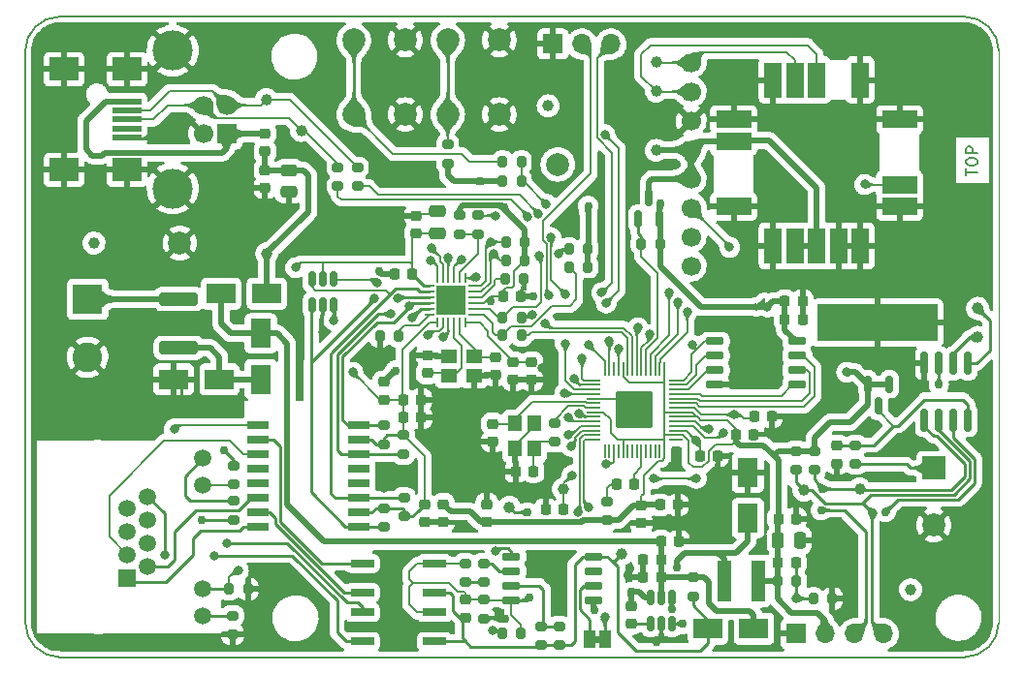
<source format=gtl>
%TF.GenerationSoftware,KiCad,Pcbnew,(6.0.4)*%
%TF.CreationDate,2022-04-11T14:57:36+02:00*%
%TF.ProjectId,PSE_RP2040,5053455f-5250-4323-9034-302e6b696361,rev?*%
%TF.SameCoordinates,Original*%
%TF.FileFunction,Copper,L1,Top*%
%TF.FilePolarity,Positive*%
%FSLAX46Y46*%
G04 Gerber Fmt 4.6, Leading zero omitted, Abs format (unit mm)*
G04 Created by KiCad (PCBNEW (6.0.4)) date 2022-04-11 14:57:36*
%MOMM*%
%LPD*%
G01*
G04 APERTURE LIST*
G04 Aperture macros list*
%AMRoundRect*
0 Rectangle with rounded corners*
0 $1 Rounding radius*
0 $2 $3 $4 $5 $6 $7 $8 $9 X,Y pos of 4 corners*
0 Add a 4 corners polygon primitive as box body*
4,1,4,$2,$3,$4,$5,$6,$7,$8,$9,$2,$3,0*
0 Add four circle primitives for the rounded corners*
1,1,$1+$1,$2,$3*
1,1,$1+$1,$4,$5*
1,1,$1+$1,$6,$7*
1,1,$1+$1,$8,$9*
0 Add four rect primitives between the rounded corners*
20,1,$1+$1,$2,$3,$4,$5,0*
20,1,$1+$1,$4,$5,$6,$7,0*
20,1,$1+$1,$6,$7,$8,$9,0*
20,1,$1+$1,$8,$9,$2,$3,0*%
G04 Aperture macros list end*
%TA.AperFunction,Profile*%
%ADD10C,0.150000*%
%TD*%
%TA.AperFunction,Profile*%
%ADD11C,0.100000*%
%TD*%
%ADD12C,0.150000*%
%TA.AperFunction,NonConductor*%
%ADD13C,0.150000*%
%TD*%
%TA.AperFunction,SMDPad,CuDef*%
%ADD14RoundRect,0.225000X0.225000X0.250000X-0.225000X0.250000X-0.225000X-0.250000X0.225000X-0.250000X0*%
%TD*%
%TA.AperFunction,SMDPad,CuDef*%
%ADD15RoundRect,0.200000X0.275000X-0.200000X0.275000X0.200000X-0.275000X0.200000X-0.275000X-0.200000X0*%
%TD*%
%TA.AperFunction,SMDPad,CuDef*%
%ADD16RoundRect,0.200000X-0.200000X-0.275000X0.200000X-0.275000X0.200000X0.275000X-0.200000X0.275000X0*%
%TD*%
%TA.AperFunction,SMDPad,CuDef*%
%ADD17RoundRect,0.150000X-0.650000X-0.150000X0.650000X-0.150000X0.650000X0.150000X-0.650000X0.150000X0*%
%TD*%
%TA.AperFunction,SMDPad,CuDef*%
%ADD18R,2.500000X1.800000*%
%TD*%
%TA.AperFunction,SMDPad,CuDef*%
%ADD19R,2.000000X0.640000*%
%TD*%
%TA.AperFunction,SMDPad,CuDef*%
%ADD20C,1.000000*%
%TD*%
%TA.AperFunction,ComponentPad*%
%ADD21C,2.000000*%
%TD*%
%TA.AperFunction,SMDPad,CuDef*%
%ADD22RoundRect,0.150000X0.150000X-0.512500X0.150000X0.512500X-0.150000X0.512500X-0.150000X-0.512500X0*%
%TD*%
%TA.AperFunction,SMDPad,CuDef*%
%ADD23RoundRect,0.225000X-0.250000X0.225000X-0.250000X-0.225000X0.250000X-0.225000X0.250000X0.225000X0*%
%TD*%
%TA.AperFunction,SMDPad,CuDef*%
%ADD24RoundRect,0.218750X-0.256250X0.218750X-0.256250X-0.218750X0.256250X-0.218750X0.256250X0.218750X0*%
%TD*%
%TA.AperFunction,ComponentPad*%
%ADD25R,2.000000X2.000000*%
%TD*%
%TA.AperFunction,SMDPad,CuDef*%
%ADD26RoundRect,0.225000X-0.225000X-0.250000X0.225000X-0.250000X0.225000X0.250000X-0.225000X0.250000X0*%
%TD*%
%TA.AperFunction,SMDPad,CuDef*%
%ADD27RoundRect,0.200000X-0.275000X0.200000X-0.275000X-0.200000X0.275000X-0.200000X0.275000X0.200000X0*%
%TD*%
%TA.AperFunction,SMDPad,CuDef*%
%ADD28R,1.800000X2.500000*%
%TD*%
%TA.AperFunction,ComponentPad*%
%ADD29R,2.600000X2.600000*%
%TD*%
%TA.AperFunction,ComponentPad*%
%ADD30C,2.600000*%
%TD*%
%TA.AperFunction,SMDPad,CuDef*%
%ADD31R,1.000000X1.500000*%
%TD*%
%TA.AperFunction,SMDPad,CuDef*%
%ADD32RoundRect,0.250000X-0.250000X-0.475000X0.250000X-0.475000X0.250000X0.475000X-0.250000X0.475000X0*%
%TD*%
%TA.AperFunction,SMDPad,CuDef*%
%ADD33RoundRect,0.250000X-0.475000X0.250000X-0.475000X-0.250000X0.475000X-0.250000X0.475000X0.250000X0*%
%TD*%
%TA.AperFunction,SMDPad,CuDef*%
%ADD34RoundRect,0.218750X0.218750X0.256250X-0.218750X0.256250X-0.218750X-0.256250X0.218750X-0.256250X0*%
%TD*%
%TA.AperFunction,SMDPad,CuDef*%
%ADD35RoundRect,0.150000X-0.150000X0.587500X-0.150000X-0.587500X0.150000X-0.587500X0.150000X0.587500X0*%
%TD*%
%TA.AperFunction,SMDPad,CuDef*%
%ADD36RoundRect,0.200000X0.200000X0.275000X-0.200000X0.275000X-0.200000X-0.275000X0.200000X-0.275000X0*%
%TD*%
%TA.AperFunction,SMDPad,CuDef*%
%ADD37RoundRect,0.225000X0.250000X-0.225000X0.250000X0.225000X-0.250000X0.225000X-0.250000X-0.225000X0*%
%TD*%
%TA.AperFunction,SMDPad,CuDef*%
%ADD38R,1.150000X3.600000*%
%TD*%
%TA.AperFunction,SMDPad,CuDef*%
%ADD39R,1.200000X1.400000*%
%TD*%
%TA.AperFunction,ComponentPad*%
%ADD40C,1.700000*%
%TD*%
%TA.AperFunction,SMDPad,CuDef*%
%ADD41RoundRect,0.062500X0.062500X-0.375000X0.062500X0.375000X-0.062500X0.375000X-0.062500X-0.375000X0*%
%TD*%
%TA.AperFunction,SMDPad,CuDef*%
%ADD42RoundRect,0.062500X0.375000X-0.062500X0.375000X0.062500X-0.375000X0.062500X-0.375000X-0.062500X0*%
%TD*%
%TA.AperFunction,ComponentPad*%
%ADD43C,0.500000*%
%TD*%
%TA.AperFunction,SMDPad,CuDef*%
%ADD44R,2.500000X2.500000*%
%TD*%
%TA.AperFunction,SMDPad,CuDef*%
%ADD45R,1.500000X3.100000*%
%TD*%
%TA.AperFunction,SMDPad,CuDef*%
%ADD46R,3.100000X1.500000*%
%TD*%
%TA.AperFunction,ComponentPad*%
%ADD47R,1.500000X1.500000*%
%TD*%
%TA.AperFunction,ComponentPad*%
%ADD48C,1.500000*%
%TD*%
%TA.AperFunction,ComponentPad*%
%ADD49R,1.700000X1.700000*%
%TD*%
%TA.AperFunction,ComponentPad*%
%ADD50C,3.500000*%
%TD*%
%TA.AperFunction,SMDPad,CuDef*%
%ADD51RoundRect,0.218750X0.256250X-0.218750X0.256250X0.218750X-0.256250X0.218750X-0.256250X-0.218750X0*%
%TD*%
%TA.AperFunction,ComponentPad*%
%ADD52C,1.000000*%
%TD*%
%TA.AperFunction,SMDPad,CuDef*%
%ADD53R,10.500000X3.200000*%
%TD*%
%TA.AperFunction,SMDPad,CuDef*%
%ADD54R,1.910000X0.640000*%
%TD*%
%TA.AperFunction,SMDPad,CuDef*%
%ADD55RoundRect,0.250000X0.475000X-0.250000X0.475000X0.250000X-0.475000X0.250000X-0.475000X-0.250000X0*%
%TD*%
%TA.AperFunction,ComponentPad*%
%ADD56O,1.700000X1.700000*%
%TD*%
%TA.AperFunction,SMDPad,CuDef*%
%ADD57RoundRect,0.150000X0.150000X-0.587500X0.150000X0.587500X-0.150000X0.587500X-0.150000X-0.587500X0*%
%TD*%
%TA.AperFunction,SMDPad,CuDef*%
%ADD58RoundRect,0.052500X-0.052500X0.522500X-0.052500X-0.522500X0.052500X-0.522500X0.052500X0.522500X0*%
%TD*%
%TA.AperFunction,SMDPad,CuDef*%
%ADD59RoundRect,0.050000X-0.525000X0.050000X-0.525000X-0.050000X0.525000X-0.050000X0.525000X0.050000X0*%
%TD*%
%TA.AperFunction,SMDPad,CuDef*%
%ADD60RoundRect,0.050000X-0.050000X0.525000X-0.050000X-0.525000X0.050000X-0.525000X0.050000X0.525000X0*%
%TD*%
%TA.AperFunction,ComponentPad*%
%ADD61C,0.600000*%
%TD*%
%TA.AperFunction,SMDPad,CuDef*%
%ADD62RoundRect,0.144000X-1.456000X1.456000X-1.456000X-1.456000X1.456000X-1.456000X1.456000X1.456000X0*%
%TD*%
%TA.AperFunction,SMDPad,CuDef*%
%ADD63R,1.400000X1.200000*%
%TD*%
%TA.AperFunction,SMDPad,CuDef*%
%ADD64RoundRect,0.150000X-0.150000X0.825000X-0.150000X-0.825000X0.150000X-0.825000X0.150000X0.825000X0*%
%TD*%
%TA.AperFunction,SMDPad,CuDef*%
%ADD65RoundRect,0.250000X-1.450000X0.312500X-1.450000X-0.312500X1.450000X-0.312500X1.450000X0.312500X0*%
%TD*%
%TA.AperFunction,SMDPad,CuDef*%
%ADD66R,2.500000X0.500000*%
%TD*%
%TA.AperFunction,SMDPad,CuDef*%
%ADD67R,2.500000X2.000000*%
%TD*%
%TA.AperFunction,ViaPad*%
%ADD68C,0.800000*%
%TD*%
%TA.AperFunction,ViaPad*%
%ADD69C,0.762000*%
%TD*%
%TA.AperFunction,Conductor*%
%ADD70C,0.508000*%
%TD*%
%TA.AperFunction,Conductor*%
%ADD71C,0.254000*%
%TD*%
%TA.AperFunction,Conductor*%
%ADD72C,0.203200*%
%TD*%
%TA.AperFunction,Conductor*%
%ADD73C,0.177800*%
%TD*%
%TA.AperFunction,Conductor*%
%ADD74C,0.250000*%
%TD*%
%TA.AperFunction,Conductor*%
%ADD75C,0.200000*%
%TD*%
G04 APERTURE END LIST*
D10*
X182000000Y-158000000D02*
X103000000Y-158000000D01*
D11*
X185000000Y-105000000D02*
X185000000Y-155000000D01*
D10*
X100000000Y-155000000D02*
X100000000Y-105000000D01*
X100000000Y-155000000D02*
G75*
G03*
X103000000Y-158000000I3000000J0D01*
G01*
X182000000Y-158000000D02*
G75*
G03*
X185000000Y-155000000I0J3000000D01*
G01*
X103000000Y-102000000D02*
G75*
G03*
X100000000Y-105000000I0J-3000000D01*
G01*
X185000000Y-105000000D02*
G75*
G03*
X182000000Y-102000000I-3000000J0D01*
G01*
X103000000Y-102000000D02*
X182000000Y-102000000D01*
D12*
D13*
X182152380Y-115884523D02*
X182152380Y-115313095D01*
X183152380Y-115598809D02*
X182152380Y-115598809D01*
X182152380Y-114789285D02*
X182152380Y-114598809D01*
X182200000Y-114503571D01*
X182295238Y-114408333D01*
X182485714Y-114360714D01*
X182819047Y-114360714D01*
X183009523Y-114408333D01*
X183104761Y-114503571D01*
X183152380Y-114598809D01*
X183152380Y-114789285D01*
X183104761Y-114884523D01*
X183009523Y-114979761D01*
X182819047Y-115027380D01*
X182485714Y-115027380D01*
X182295238Y-114979761D01*
X182200000Y-114884523D01*
X182152380Y-114789285D01*
X183152380Y-113932142D02*
X182152380Y-113932142D01*
X182152380Y-113551190D01*
X182200000Y-113455952D01*
X182247619Y-113408333D01*
X182342857Y-113360714D01*
X182485714Y-113360714D01*
X182580952Y-113408333D01*
X182628571Y-113455952D01*
X182676190Y-113551190D01*
X182676190Y-113932142D01*
%TO.C,JP1*%
G36*
X150186200Y-156738600D02*
G01*
X149686200Y-156738600D01*
X149686200Y-156138600D01*
X150186200Y-156138600D01*
X150186200Y-156738600D01*
G37*
%TD*%
D14*
%TO.P,C5,1*%
%TO.N,Net-(C5-Pad1)*%
X144375000Y-141775000D03*
%TO.P,C5,2*%
%TO.N,GND*%
X142825000Y-141775000D03*
%TD*%
D15*
%TO.P,R19,1*%
%TO.N,Net-(IC1-Pad14)*%
X137900000Y-121000000D03*
%TO.P,R19,2*%
%TO.N,+3V3*%
X137900000Y-119350000D03*
%TD*%
D16*
%TO.P,R17,1*%
%TO.N,CRS*%
X141975000Y-123300000D03*
%TO.P,R17,2*%
%TO.N,+3V3*%
X143625000Y-123300000D03*
%TD*%
D17*
%TO.P,U7,1,ILIM*%
%TO.N,Net-(R30-Pad1)*%
X142451600Y-149195200D03*
%TO.P,U7,2,CLASS*%
%TO.N,Net-(R32-Pad1)*%
X142451600Y-150465200D03*
%TO.P,U7,3,DET*%
%TO.N,Net-(R29-Pad2)*%
X142451600Y-151735200D03*
%TO.P,U7,4,VSS*%
%TO.N,poe-*%
X142451600Y-153005200D03*
%TO.P,U7,5,RTN*%
%TO.N,GND*%
X149651600Y-153005200D03*
%TO.P,U7,6,PG*%
%TO.N,Net-(JP1-Pad1)*%
X149651600Y-151735200D03*
%TO.P,U7,7,NC*%
%TO.N,unconnected-(U7-Pad7)*%
X149651600Y-150465200D03*
%TO.P,U7,8,VDD*%
%TO.N,poe+*%
X149651600Y-149195200D03*
%TD*%
D18*
%TO.P,D7,1,A1*%
%TO.N,Net-(D7-Pad1)*%
X116960400Y-133705600D03*
%TO.P,D7,2,A2*%
%TO.N,GND*%
X112960400Y-133705600D03*
%TD*%
D15*
%TO.P,R37,1*%
%TO.N,+3V3*%
X136900000Y-114825000D03*
%TO.P,R37,2*%
%TO.N,/MCU_nRST*%
X136900000Y-113175000D03*
%TD*%
%TO.P,R23,1*%
%TO.N,Net-(IC1-Pad21)*%
X131343400Y-146634200D03*
%TO.P,R23,2*%
%TO.N,Net-(C22-Pad1)*%
X131343400Y-144984200D03*
%TD*%
D19*
%TO.P,D2,1,+*%
%TO.N,poe+*%
X135738000Y-156641800D03*
%TO.P,D2,2,-*%
%TO.N,poe-*%
X135738000Y-154101800D03*
%TO.P,D2,3*%
%TO.N,Net-(D2-Pad3)*%
X129438000Y-154101800D03*
%TO.P,D2,4*%
%TO.N,Net-(D2-Pad4)*%
X129438000Y-156641800D03*
%TD*%
D20*
%TO.P,TP6,1,1*%
%TO.N,poe-*%
X142275000Y-144900000D03*
%TD*%
D21*
%TO.P,TP2,1,1*%
%TO.N,GND*%
X113500000Y-121800000D03*
%TD*%
D20*
%TO.P,TP7,1,1*%
%TO.N,/USB_DP*%
X124100000Y-111950000D03*
%TD*%
D22*
%TO.P,U4,1,I/O1*%
%TO.N,Net-(IC1-Pad21)*%
X125050000Y-127237500D03*
%TO.P,U4,2,GND*%
%TO.N,GND*%
X126000000Y-127237500D03*
%TO.P,U4,3,I/O2*%
%TO.N,Net-(IC1-Pad23)*%
X126950000Y-127237500D03*
%TO.P,U4,4,I/O3*%
%TO.N,Net-(IC1-Pad22)*%
X126950000Y-124962500D03*
%TO.P,U4,5,VBUS*%
%TO.N,Net-(C22-Pad1)*%
X126000000Y-124962500D03*
%TO.P,U4,6,I/O4*%
%TO.N,Net-(IC1-Pad20)*%
X125050000Y-124962500D03*
%TD*%
D21*
%TO.P,SW1,1,1*%
%TO.N,Net-(R11-Pad2)*%
X128687000Y-104065000D03*
X128687000Y-110565000D03*
%TO.P,SW1,2,2*%
%TO.N,GND*%
X133187000Y-104065000D03*
X133187000Y-110565000D03*
%TD*%
D16*
%TO.P,R34,1*%
%TO.N,+3V3*%
X165685000Y-151358600D03*
%TO.P,R34,2*%
%TO.N,Net-(C33-Pad2)*%
X167335000Y-151358600D03*
%TD*%
D23*
%TO.P,C20,1*%
%TO.N,Net-(C20-Pad1)*%
X141025000Y-131800000D03*
%TO.P,C20,2*%
%TO.N,GND*%
X141025000Y-133350000D03*
%TD*%
D24*
%TO.P,L2,1,1*%
%TO.N,+3V3*%
X131290000Y-133932500D03*
%TO.P,L2,2,2*%
%TO.N,Net-(C22-Pad1)*%
X131290000Y-135507500D03*
%TD*%
D23*
%TO.P,C3,1*%
%TO.N,+5V*%
X120929400Y-115430000D03*
%TO.P,C3,2*%
%TO.N,GND*%
X120929400Y-116980000D03*
%TD*%
D16*
%TO.P,R27,1*%
%TO.N,/GPS_EN*%
X153775000Y-121850000D03*
%TO.P,R27,2*%
%TO.N,+3V3*%
X155425000Y-121850000D03*
%TD*%
D25*
%TO.P,C1,1*%
%TO.N,Net-(C1-Pad1)*%
X179324000Y-141478000D03*
D21*
%TO.P,C1,2*%
%TO.N,GND*%
X179324000Y-146478000D03*
%TD*%
D26*
%TO.P,C26,1*%
%TO.N,Net-(C22-Pad1)*%
X133015000Y-135500000D03*
%TO.P,C26,2*%
%TO.N,GND*%
X134565000Y-135500000D03*
%TD*%
D16*
%TO.P,R18,1*%
%TO.N,MDIO*%
X141975000Y-121700000D03*
%TO.P,R18,2*%
%TO.N,+3V3*%
X143625000Y-121700000D03*
%TD*%
D27*
%TO.P,R32,1*%
%TO.N,Net-(R32-Pad1)*%
X140030200Y-149822400D03*
%TO.P,R32,2*%
%TO.N,Net-(R32-Pad2)*%
X140030200Y-151472400D03*
%TD*%
%TO.P,R7,1*%
%TO.N,GND*%
X118200000Y-141275000D03*
%TO.P,R7,2*%
%TO.N,Net-(J3-Pad11)*%
X118200000Y-142925000D03*
%TD*%
D20*
%TO.P,FID1,*%
%TO.N,*%
X106000000Y-121800000D03*
%TD*%
%TO.P,TP12,1,1*%
%TO.N,/GPIO3_I2C_SCL*%
X168000000Y-143400000D03*
%TD*%
D27*
%TO.P,R26,1*%
%TO.N,Net-(IC1-Pad22)*%
X131292600Y-137745200D03*
%TO.P,R26,2*%
%TO.N,Net-(C22-Pad1)*%
X131292600Y-139395200D03*
%TD*%
%TO.P,R16,1*%
%TO.N,LAN_REFCK*%
X139500000Y-119350000D03*
%TO.P,R16,2*%
%TO.N,Net-(IC1-Pad14)*%
X139500000Y-121000000D03*
%TD*%
D28*
%TO.P,D6,1,K*%
%TO.N,Net-(C32-Pad2)*%
X163100000Y-145860000D03*
%TO.P,D6,2,A*%
%TO.N,GND*%
X163100000Y-141860000D03*
%TD*%
D15*
%TO.P,R39,1*%
%TO.N,poe+*%
X158318200Y-152666200D03*
%TO.P,R39,2*%
%TO.N,Net-(C29-Pad1)*%
X158318200Y-151016200D03*
%TD*%
D29*
%TO.P,J5,1,Pin_1*%
%TO.N,Net-(F1-Pad1)*%
X105445000Y-126705000D03*
D30*
%TO.P,J5,2,Pin_2*%
%TO.N,GND*%
X105445000Y-131785000D03*
%TD*%
D26*
%TO.P,C11,1*%
%TO.N,+1V1*%
X163625000Y-137000000D03*
%TO.P,C11,2*%
%TO.N,GND*%
X165175000Y-137000000D03*
%TD*%
D16*
%TO.P,R21,1*%
%TO.N,LEDA_RJ45*%
X117805000Y-152060000D03*
%TO.P,R21,2*%
%TO.N,GND*%
X119455000Y-152060000D03*
%TD*%
D15*
%TO.P,R5,1*%
%TO.N,/GPIO3_I2C_SCL*%
X167300000Y-141625000D03*
%TO.P,R5,2*%
%TO.N,+3V3*%
X167300000Y-139975000D03*
%TD*%
D31*
%TO.P,JP1,1,A*%
%TO.N,Net-(JP1-Pad1)*%
X149286200Y-156438600D03*
%TO.P,JP1,2,B*%
%TO.N,Net-(JP1-Pad2)*%
X150586200Y-156438600D03*
%TD*%
D20*
%TO.P,TP5,1,1*%
%TO.N,poe+*%
X152100000Y-148975000D03*
%TD*%
D32*
%TO.P,C35,1*%
%TO.N,+3V3*%
X165737800Y-147777200D03*
%TO.P,C35,2*%
%TO.N,GND*%
X167637800Y-147777200D03*
%TD*%
D18*
%TO.P,D5,1,K*%
%TO.N,Net-(C29-Pad1)*%
X163620200Y-155524200D03*
%TO.P,D5,2,A*%
%TO.N,poe+*%
X159620200Y-155524200D03*
%TD*%
D33*
%TO.P,C4,1*%
%TO.N,+5V*%
X123037600Y-115432800D03*
%TO.P,C4,2*%
%TO.N,GND*%
X123037600Y-117332800D03*
%TD*%
D14*
%TO.P,C29,2*%
%TO.N,GND*%
X153961800Y-151028400D03*
%TO.P,C29,1*%
%TO.N,Net-(C29-Pad1)*%
X155511800Y-151028400D03*
%TD*%
D16*
%TO.P,R28,1*%
%TO.N,+3V3*%
X141675000Y-116400000D03*
%TO.P,R28,2*%
%TO.N,/QSPI_SS*%
X143325000Y-116400000D03*
%TD*%
D34*
%TO.P,D4,1,K*%
%TO.N,/GPIO_LED*%
X153187500Y-142900000D03*
%TO.P,D4,2,A*%
%TO.N,Net-(D4-Pad2)*%
X151612500Y-142900000D03*
%TD*%
D35*
%TO.P,D1,1*%
%TO.N,+3V3*%
X175450000Y-134137500D03*
%TO.P,D1,2*%
X173550000Y-134137500D03*
%TO.P,D1,3*%
%TO.N,Net-(U2-Pad8)*%
X174500000Y-136012500D03*
%TD*%
D21*
%TO.P,SW2,1,1*%
%TO.N,/MCU_nRST*%
X136887000Y-104065000D03*
X136887000Y-110565000D03*
%TO.P,SW2,2,2*%
%TO.N,GND*%
X141387000Y-110565000D03*
X141387000Y-104065000D03*
%TD*%
D26*
%TO.P,C7,1*%
%TO.N,+3V3*%
X155425000Y-144700000D03*
%TO.P,C7,2*%
%TO.N,GND*%
X156975000Y-144700000D03*
%TD*%
D36*
%TO.P,R11,1*%
%TO.N,/QSPI_SS*%
X143325000Y-114700000D03*
%TO.P,R11,2*%
%TO.N,Net-(R11-Pad2)*%
X141675000Y-114700000D03*
%TD*%
D37*
%TO.P,C21,1*%
%TO.N,Net-(C21-Pad1)*%
X135100000Y-133175000D03*
%TO.P,C21,2*%
%TO.N,GND*%
X135100000Y-131625000D03*
%TD*%
%TO.P,C32,1*%
%TO.N,Net-(C32-Pad1)*%
X152882600Y-155080600D03*
%TO.P,C32,2*%
%TO.N,Net-(C32-Pad2)*%
X152882600Y-153530600D03*
%TD*%
D28*
%TO.P,D8,1,K*%
%TO.N,Net-(C29-Pad1)*%
X120573800Y-129699000D03*
%TO.P,D8,2,A*%
%TO.N,Net-(D7-Pad1)*%
X120573800Y-133699000D03*
%TD*%
D38*
%TO.P,L3,1,1*%
%TO.N,Net-(C32-Pad2)*%
X161021800Y-151358600D03*
%TO.P,L3,2,2*%
%TO.N,+3V3*%
X163971800Y-151358600D03*
%TD*%
D20*
%TO.P,TP11,1,1*%
%TO.N,/VCC_GPS*%
X155100000Y-113700000D03*
%TD*%
D16*
%TO.P,R35,1*%
%TO.N,Net-(C33-Pad2)*%
X168809200Y-152882600D03*
%TO.P,R35,2*%
%TO.N,GND*%
X170459200Y-152882600D03*
%TD*%
D15*
%TO.P,R31,1*%
%TO.N,poe+*%
X145029600Y-156975400D03*
%TO.P,R31,2*%
%TO.N,Net-(R29-Pad2)*%
X145029600Y-155325400D03*
%TD*%
D26*
%TO.P,C33,1*%
%TO.N,+3V3*%
X165735000Y-149758400D03*
%TO.P,C33,2*%
%TO.N,Net-(C33-Pad2)*%
X167285000Y-149758400D03*
%TD*%
D27*
%TO.P,R24,1*%
%TO.N,Net-(IC1-Pad20)*%
X133070600Y-144069800D03*
%TO.P,R24,2*%
%TO.N,Net-(C22-Pad1)*%
X133070600Y-145719800D03*
%TD*%
D15*
%TO.P,R29,1*%
%TO.N,poe+*%
X146630600Y-156971000D03*
%TO.P,R29,2*%
%TO.N,Net-(R29-Pad2)*%
X146630600Y-155321000D03*
%TD*%
D37*
%TO.P,C6,1*%
%TO.N,+3V3*%
X140300000Y-146175000D03*
%TO.P,C6,2*%
%TO.N,GND*%
X140300000Y-144625000D03*
%TD*%
D39*
%TO.P,Y2,1,1*%
%TO.N,Net-(C2-Pad1)*%
X142750000Y-137575000D03*
%TO.P,Y2,2,2*%
%TO.N,GND*%
X142750000Y-139775000D03*
%TO.P,Y2,3,3*%
%TO.N,Net-(C5-Pad1)*%
X144450000Y-139775000D03*
%TO.P,Y2,4,4*%
%TO.N,GND*%
X144450000Y-137575000D03*
%TD*%
D40*
%TO.P,U6,1,RXD*%
%TO.N,/UART_TX-GPS_RX*%
X158140000Y-106020000D03*
%TO.P,U6,2,TXD*%
%TO.N,/UART_RX-GPS_TX*%
X158140000Y-108560000D03*
%TO.P,U6,3,GND*%
%TO.N,GND*%
X158140000Y-111100000D03*
%TO.P,U6,4,VCC*%
%TO.N,/VCC_GPS*%
X158140000Y-113640000D03*
%TO.P,U6,5,V_BCKP*%
X158140000Y-116180000D03*
%TO.P,U6,6,TIMEPULSE*%
%TO.N,/PPS*%
X158140000Y-118720000D03*
%TO.P,U6,7,SDA*%
%TO.N,unconnected-(U6-Pad7)*%
X158140000Y-121260000D03*
%TO.P,U6,8,SCL*%
%TO.N,unconnected-(U6-Pad8)*%
X158140000Y-123800000D03*
%TD*%
D26*
%TO.P,C12,1*%
%TO.N,+1V1*%
X158925000Y-140400000D03*
%TO.P,C12,2*%
%TO.N,GND*%
X160475000Y-140400000D03*
%TD*%
D14*
%TO.P,C30,1*%
%TO.N,Net-(C29-Pad1)*%
X155511800Y-149453600D03*
%TO.P,C30,2*%
%TO.N,GND*%
X153961800Y-149453600D03*
%TD*%
D26*
%TO.P,C25,1*%
%TO.N,Net-(C22-Pad1)*%
X133025000Y-137080000D03*
%TO.P,C25,2*%
%TO.N,GND*%
X134575000Y-137080000D03*
%TD*%
D23*
%TO.P,C14,1*%
%TO.N,+3V3*%
X153800000Y-144725000D03*
%TO.P,C14,2*%
%TO.N,GND*%
X153800000Y-146275000D03*
%TD*%
D36*
%TO.P,R8,1*%
%TO.N,RXD1*%
X143325000Y-129850000D03*
%TO.P,R8,2*%
%TO.N,Net-(IC1-Pad7)*%
X141675000Y-129850000D03*
%TD*%
D41*
%TO.P,IC1,1,VDD2A*%
%TO.N,Net-(C22-Pad1)*%
X135950000Y-128737500D03*
%TO.P,IC1,2,LED2/NINT/NPME/~{NINTSEL}*%
%TO.N,LEDB_RJ45*%
X136450000Y-128737500D03*
%TO.P,IC1,3,LED1/NINT/NPME/~{REGOFF}*%
%TO.N,LEDA_RJ45*%
X136950000Y-128737500D03*
%TO.P,IC1,4,XTAL2*%
%TO.N,Net-(C21-Pad1)*%
X137450000Y-128737500D03*
%TO.P,IC1,5,XTAL1/CLKIN*%
%TO.N,Net-(C20-Pad1)*%
X137950000Y-128737500D03*
%TO.P,IC1,6,VDDCR*%
%TO.N,Net-(C17-Pad1)*%
X138450000Y-128737500D03*
D42*
%TO.P,IC1,7,RXD1/~{MODE1}*%
%TO.N,Net-(IC1-Pad7)*%
X139137500Y-128050000D03*
%TO.P,IC1,8,RXD0/~{MODE0}*%
%TO.N,Net-(IC1-Pad8)*%
X139137500Y-127550000D03*
%TO.P,IC1,9,VDDIO*%
%TO.N,+3V3*%
X139137500Y-127050000D03*
%TO.P,IC1,10,RXER/~{PHYAD0}*%
%TO.N,Net-(IC1-Pad10)*%
X139137500Y-126550000D03*
%TO.P,IC1,11,CRS_DV/~{MODE2}*%
%TO.N,CRS*%
X139137500Y-126050000D03*
%TO.P,IC1,12,MDIO*%
%TO.N,MDIO*%
X139137500Y-125550000D03*
D41*
%TO.P,IC1,13,MDC*%
%TO.N,MDC*%
X138450000Y-124862500D03*
%TO.P,IC1,14,NINT/REFCLKO*%
%TO.N,Net-(IC1-Pad14)*%
X137950000Y-124862500D03*
%TO.P,IC1,15,NRST*%
%TO.N,LAN_nRST*%
X137450000Y-124862500D03*
%TO.P,IC1,16,TXEN*%
%TO.N,TXEN*%
X136950000Y-124862500D03*
%TO.P,IC1,17,TXD0*%
%TO.N,TXD0*%
X136450000Y-124862500D03*
%TO.P,IC1,18,TXD1*%
%TO.N,TXD1*%
X135950000Y-124862500D03*
D42*
%TO.P,IC1,19,VDD1A*%
%TO.N,Net-(C22-Pad1)*%
X135262500Y-125550000D03*
%TO.P,IC1,20,TXN*%
%TO.N,Net-(IC1-Pad20)*%
X135262500Y-126050000D03*
%TO.P,IC1,21,TXP*%
%TO.N,Net-(IC1-Pad21)*%
X135262500Y-126550000D03*
%TO.P,IC1,22,RXN*%
%TO.N,Net-(IC1-Pad22)*%
X135262500Y-127050000D03*
%TO.P,IC1,23,RXP*%
%TO.N,Net-(IC1-Pad23)*%
X135262500Y-127550000D03*
%TO.P,IC1,24,RBIAS*%
%TO.N,Net-(IC1-Pad24)*%
X135262500Y-128050000D03*
D43*
%TO.P,IC1,25,VSS*%
%TO.N,GND*%
X137200000Y-126800000D03*
X136200000Y-125800000D03*
X138200000Y-125800000D03*
X137200000Y-127800000D03*
X138200000Y-127800000D03*
X136200000Y-126800000D03*
X138200000Y-126800000D03*
X137200000Y-125800000D03*
X136200000Y-127800000D03*
D44*
X137200000Y-126800000D03*
%TD*%
D45*
%TO.P,IC2,1,GND_1*%
%TO.N,GND*%
X165300000Y-122050000D03*
%TO.P,IC2,2,VCC_IO*%
%TO.N,/VCC_GPS*%
X167200000Y-122050000D03*
%TO.P,IC2,3,V_BCKP*%
X169100000Y-122050000D03*
%TO.P,IC2,4,GND_2*%
%TO.N,GND*%
X171000000Y-122050000D03*
%TO.P,IC2,5,GND_3*%
X172900000Y-122050000D03*
D46*
%TO.P,IC2,6,GND_4*%
X176350000Y-118600000D03*
%TO.P,IC2,7,TIMEPULSE*%
%TO.N,/PPS*%
X176350000Y-116700000D03*
%TO.P,IC2,10,GND_5*%
%TO.N,GND*%
X176350000Y-111000000D03*
D45*
%TO.P,IC2,11,GND_6*%
X172900000Y-107550000D03*
%TO.P,IC2,13,TXD*%
%TO.N,/UART_RX-GPS_TX*%
X169100000Y-107550000D03*
%TO.P,IC2,14,RXD*%
%TO.N,/UART_TX-GPS_RX*%
X167200000Y-107550000D03*
%TO.P,IC2,15,GND_7*%
%TO.N,GND*%
X165300000Y-107550000D03*
D46*
%TO.P,IC2,16,GND_8*%
X161850000Y-111000000D03*
%TO.P,IC2,17,VCC*%
%TO.N,/VCC_GPS*%
X161850000Y-112900000D03*
%TO.P,IC2,20,GND_9*%
%TO.N,GND*%
X161850000Y-118600000D03*
%TD*%
D20*
%TO.P,TP10,1,1*%
%TO.N,/UART_RX-GPS_TX*%
X155100000Y-108500000D03*
%TD*%
D26*
%TO.P,C18,1*%
%TO.N,+3V3*%
X166325000Y-126875000D03*
%TO.P,C18,2*%
%TO.N,GND*%
X167875000Y-126875000D03*
%TD*%
D20*
%TO.P,TP4,1,1*%
%TO.N,+1V1*%
X147000000Y-143300000D03*
%TD*%
D26*
%TO.P,C34,1*%
%TO.N,+3V3*%
X165745000Y-145900000D03*
%TO.P,C34,2*%
%TO.N,GND*%
X167295000Y-145900000D03*
%TD*%
D15*
%TO.P,R3,1*%
%TO.N,+3V3*%
X150800000Y-146025000D03*
%TO.P,R3,2*%
%TO.N,Net-(D4-Pad2)*%
X150800000Y-144375000D03*
%TD*%
D18*
%TO.P,D9,1,K*%
%TO.N,Net-(C29-Pad1)*%
X117100600Y-126238000D03*
%TO.P,D9,2,A*%
%TO.N,+5V*%
X121100600Y-126238000D03*
%TD*%
D47*
%TO.P,J3,1*%
%TO.N,TX_P*%
X108875000Y-151060000D03*
D48*
%TO.P,J3,2*%
%TO.N,TX_N*%
X110655000Y-150044000D03*
%TO.P,J3,3*%
%TO.N,RX_P*%
X108875000Y-149028000D03*
%TO.P,J3,4*%
%TO.N,Net-(D2-Pad3)*%
X110655000Y-148012000D03*
%TO.P,J3,5*%
X108875000Y-146996000D03*
%TO.P,J3,6*%
%TO.N,RX_N*%
X110655000Y-145980000D03*
%TO.P,J3,7*%
%TO.N,Net-(D2-Pad4)*%
X108875000Y-144964000D03*
%TO.P,J3,8*%
X110655000Y-143948000D03*
%TO.P,J3,9*%
%TO.N,Net-(J3-Pad9)*%
X115475000Y-154360000D03*
%TO.P,J3,10*%
%TO.N,LEDA_RJ45*%
X115475000Y-152070000D03*
%TO.P,J3,11*%
%TO.N,Net-(J3-Pad11)*%
X115475000Y-142930000D03*
%TO.P,J3,12*%
%TO.N,LEDB_RJ45*%
X115475000Y-140640000D03*
%TD*%
D16*
%TO.P,R14,1*%
%TO.N,Net-(IC1-Pad8)*%
X147480000Y-122300000D03*
%TO.P,R14,2*%
%TO.N,+3V3*%
X149130000Y-122300000D03*
%TD*%
D14*
%TO.P,C22,1*%
%TO.N,Net-(C22-Pad1)*%
X133775000Y-124500000D03*
%TO.P,C22,2*%
%TO.N,GND*%
X132225000Y-124500000D03*
%TD*%
D49*
%TO.P,J1,1,VBUS*%
%TO.N,/VUSB*%
X117577500Y-112250000D03*
D40*
%TO.P,J1,2,D-*%
%TO.N,/USB_DN*%
X117577500Y-109750000D03*
%TO.P,J1,3,D+*%
%TO.N,/USB_DP*%
X115577500Y-109750000D03*
%TO.P,J1,4,GND*%
%TO.N,GND*%
X115577500Y-112250000D03*
D50*
%TO.P,J1,5,Shield*%
X112867500Y-104980000D03*
X112867500Y-117020000D03*
%TD*%
D20*
%TO.P,TP13,1,1*%
%TO.N,/GPIO2_I2C_SDA*%
X172880000Y-143300000D03*
%TD*%
D51*
%TO.P,L1,1,1*%
%TO.N,+5V*%
X120929400Y-113792100D03*
%TO.P,L1,2,2*%
%TO.N,/VUSB*%
X120929400Y-112217100D03*
%TD*%
D16*
%TO.P,R15,1*%
%TO.N,Net-(IC1-Pad7)*%
X147475000Y-123900000D03*
%TO.P,R15,2*%
%TO.N,+3V3*%
X149125000Y-123900000D03*
%TD*%
D26*
%TO.P,C15,1*%
%TO.N,+3V3*%
X166325000Y-128475000D03*
%TO.P,C15,2*%
%TO.N,GND*%
X167875000Y-128475000D03*
%TD*%
D15*
%TO.P,R2,1*%
%TO.N,Net-(C1-Pad1)*%
X172500000Y-141125000D03*
%TO.P,R2,2*%
%TO.N,Net-(U2-Pad8)*%
X172500000Y-139475000D03*
%TD*%
D20*
%TO.P,TP9,1,1*%
%TO.N,/UART_TX-GPS_RX*%
X155100000Y-106000000D03*
%TD*%
D15*
%TO.P,R33,1*%
%TO.N,Net-(R32-Pad2)*%
X138430000Y-151472400D03*
%TO.P,R33,2*%
%TO.N,poe-*%
X138430000Y-149822400D03*
%TD*%
D36*
%TO.P,R9,1*%
%TO.N,RXD0*%
X143325000Y-128300000D03*
%TO.P,R9,2*%
%TO.N,Net-(IC1-Pad8)*%
X141675000Y-128300000D03*
%TD*%
D52*
%TO.P,Y1,1,1*%
%TO.N,Net-(U2-Pad1)*%
X183150000Y-127500000D03*
%TO.P,Y1,2,2*%
%TO.N,Net-(U2-Pad2)*%
X183150000Y-130040000D03*
D53*
%TO.P,Y1,3,3*%
%TO.N,GND*%
X174400000Y-128770000D03*
%TD*%
D26*
%TO.P,C10,1*%
%TO.N,+3V3*%
X162025000Y-138550000D03*
%TO.P,C10,2*%
%TO.N,GND*%
X163575000Y-138550000D03*
%TD*%
D54*
%TO.P,T1,16,RX+*%
%TO.N,TX_P*%
X120354400Y-146622000D03*
%TO.P,T1,15,RXCT*%
%TO.N,RJ45_TXC*%
X120354400Y-145352000D03*
%TO.P,T1,14,RX-*%
%TO.N,TX_N*%
X120354400Y-144082000D03*
%TO.P,T1,13,NO_CONNECT_4*%
%TO.N,unconnected-(T1-Pad13)*%
X120354400Y-142812000D03*
%TO.P,T1,12,NO_CONNECT_3*%
%TO.N,unconnected-(T1-Pad12)*%
X120354400Y-141542000D03*
%TO.P,T1,11,TX+*%
%TO.N,RX_P*%
X120354400Y-140272000D03*
%TO.P,T1,10,TXCT*%
%TO.N,RJ45_RXC*%
X120354400Y-139002000D03*
%TO.P,T1,9,TX-*%
%TO.N,RX_N*%
X120354400Y-137732000D03*
%TO.P,T1,8,TD-*%
%TO.N,Net-(IC1-Pad22)*%
X129124400Y-137732000D03*
%TO.P,T1,7,TCT*%
%TO.N,Net-(C22-Pad1)*%
X129124400Y-139002000D03*
%TO.P,T1,6,TD+*%
%TO.N,Net-(IC1-Pad23)*%
X129124400Y-140272000D03*
%TO.P,T1,5,NO_CONNECT_2*%
%TO.N,unconnected-(T1-Pad5)*%
X129124400Y-141542000D03*
%TO.P,T1,4,NO_CONNECT_1*%
%TO.N,unconnected-(T1-Pad4)*%
X129124400Y-142812000D03*
%TO.P,T1,3,RD-*%
%TO.N,Net-(IC1-Pad20)*%
X129124400Y-144082000D03*
%TO.P,T1,2,RCT*%
%TO.N,Net-(C22-Pad1)*%
X129124400Y-145352000D03*
%TO.P,T1,1,RD+*%
%TO.N,Net-(IC1-Pad21)*%
X129124400Y-146622000D03*
%TD*%
D37*
%TO.P,C28,1*%
%TO.N,poe+*%
X138430000Y-154534200D03*
%TO.P,C28,2*%
%TO.N,poe-*%
X138430000Y-152984200D03*
%TD*%
D55*
%TO.P,C24,1*%
%TO.N,Net-(C22-Pad1)*%
X136000000Y-120925000D03*
%TO.P,C24,2*%
%TO.N,GND*%
X136000000Y-119025000D03*
%TD*%
D16*
%TO.P,R30,1*%
%TO.N,Net-(R30-Pad1)*%
X141618200Y-155956000D03*
%TO.P,R30,2*%
%TO.N,poe-*%
X143268200Y-155956000D03*
%TD*%
D23*
%TO.P,C2,1*%
%TO.N,Net-(C2-Pad1)*%
X140800000Y-137600000D03*
%TO.P,C2,2*%
%TO.N,GND*%
X140800000Y-139150000D03*
%TD*%
D27*
%TO.P,R13,1*%
%TO.N,/USB_DN*%
X129000000Y-115175000D03*
%TO.P,R13,2*%
%TO.N,Net-(R13-Pad2)*%
X129000000Y-116825000D03*
%TD*%
D23*
%TO.P,C19,1*%
%TO.N,Net-(C17-Pad1)*%
X142625000Y-132225000D03*
%TO.P,C19,2*%
%TO.N,GND*%
X142625000Y-133775000D03*
%TD*%
D26*
%TO.P,C31,1*%
%TO.N,Net-(C29-Pad1)*%
X155511200Y-147878800D03*
%TO.P,C31,2*%
%TO.N,GND*%
X157061200Y-147878800D03*
%TD*%
D49*
%TO.P,J6,1,Pin_1*%
%TO.N,GND*%
X167319800Y-155956000D03*
D56*
%TO.P,J6,2,Pin_2*%
%TO.N,+3V3*%
X169859800Y-155956000D03*
%TO.P,J6,3,Pin_3*%
%TO.N,/GPIO2_I2C_SDA*%
X172399800Y-155956000D03*
%TO.P,J6,4,Pin_4*%
%TO.N,/GPIO3_I2C_SCL*%
X174939800Y-155956000D03*
%TD*%
D20*
%TO.P,TP8,1,1*%
%TO.N,/USB_DN*%
X121075000Y-109250000D03*
%TD*%
D27*
%TO.P,R38,1*%
%TO.N,poe-*%
X140030200Y-152997400D03*
%TO.P,R38,2*%
%TO.N,GND*%
X140030200Y-154647400D03*
%TD*%
D57*
%TO.P,Q2,1,G*%
%TO.N,/GPS_EN*%
X153500000Y-119687500D03*
%TO.P,Q2,2,S*%
%TO.N,+3V3*%
X155400000Y-119687500D03*
%TO.P,Q2,3,D*%
%TO.N,/VCC_GPS*%
X154450000Y-117812500D03*
%TD*%
D58*
%TO.P,U1,1,IOVDD*%
%TO.N,+3V3*%
X155800000Y-132825000D03*
%TO.P,U1,2,GPIO0*%
%TO.N,/UART_TX-GPS_RX*%
X155400000Y-132825000D03*
%TO.P,U1,3,GPIO1*%
%TO.N,/UART_RX-GPS_TX*%
X155000000Y-132825000D03*
%TO.P,U1,4,GPIO2*%
%TO.N,/PPS*%
X154600000Y-132825000D03*
%TO.P,U1,5,GPIO3*%
%TO.N,/GPS_EN*%
X154200000Y-132825000D03*
%TO.P,U1,6,GPIO4*%
%TO.N,/GPIO2_I2C_SDA*%
X153800000Y-132825000D03*
%TO.P,U1,7,GPIO5*%
%TO.N,/GPIO3_I2C_SCL*%
X153400000Y-132825000D03*
%TO.P,U1,8,GPIO6*%
%TO.N,RXD0*%
X153000000Y-132825000D03*
%TO.P,U1,9,GPIO7*%
%TO.N,RXD1*%
X152600000Y-132825000D03*
%TO.P,U1,10,IOVDD*%
%TO.N,+3V3*%
X152200000Y-132825000D03*
%TO.P,U1,11,GPIO8*%
%TO.N,CRS*%
X151800000Y-132825000D03*
%TO.P,U1,12,GPIO9*%
%TO.N,/GPIO9*%
X151400000Y-132825000D03*
%TO.P,U1,13,GPIO10*%
%TO.N,TXD0*%
X151000000Y-132825000D03*
%TO.P,U1,14,GPIO11*%
%TO.N,TXD1*%
X150600000Y-132825000D03*
D59*
%TO.P,U1,15,GPIO12*%
%TO.N,TXEN*%
X149625000Y-133800000D03*
%TO.P,U1,16,GPIO13*%
%TO.N,LAN_nRST*%
X149625000Y-134200000D03*
%TO.P,U1,17,GPIO14*%
%TO.N,MDIO*%
X149625000Y-134600000D03*
%TO.P,U1,18,GPIO15*%
%TO.N,MDC*%
X149625000Y-135000000D03*
%TO.P,U1,19,TESTEN*%
%TO.N,GND*%
X149625000Y-135400000D03*
%TO.P,U1,20,XIN*%
%TO.N,Net-(C2-Pad1)*%
X149625000Y-135800000D03*
%TO.P,U1,21,XOUT*%
%TO.N,Net-(R1-Pad1)*%
X149625000Y-136200000D03*
%TO.P,U1,22,IOVDD*%
%TO.N,+3V3*%
X149625000Y-136600000D03*
%TO.P,U1,23,DVDD*%
%TO.N,+1V1*%
X149625000Y-137000000D03*
%TO.P,U1,24,SWCLK*%
%TO.N,/SWCLK*%
X149625000Y-137400000D03*
%TO.P,U1,25,SWDIO*%
%TO.N,/SWDIO*%
X149625000Y-137800000D03*
%TO.P,U1,26,RUN*%
%TO.N,/MCU_nRST*%
X149625000Y-138200000D03*
%TO.P,U1,27,GPIO16*%
%TO.N,/RTC_nINT*%
X149625000Y-138600000D03*
%TO.P,U1,28,GPIO17*%
%TO.N,/RTC_CLKOUT*%
X149625000Y-139000000D03*
D60*
%TO.P,U1,29,GPIO18*%
%TO.N,unconnected-(U1-Pad29)*%
X150600000Y-139975000D03*
%TO.P,U1,30,GPIO19*%
%TO.N,unconnected-(U1-Pad30)*%
X151000000Y-139975000D03*
%TO.P,U1,31,GPIO20*%
%TO.N,LAN_REFCK*%
X151400000Y-139975000D03*
%TO.P,U1,32,GPIO21*%
%TO.N,unconnected-(U1-Pad32)*%
X151800000Y-139975000D03*
%TO.P,U1,33,IOVDD*%
%TO.N,+3V3*%
X152200000Y-139975000D03*
%TO.P,U1,34,GPIO22*%
%TO.N,unconnected-(U1-Pad34)*%
X152600000Y-139975000D03*
%TO.P,U1,35,GPIO23*%
%TO.N,unconnected-(U1-Pad35)*%
X153000000Y-139975000D03*
%TO.P,U1,36,GPIO24*%
%TO.N,unconnected-(U1-Pad36)*%
X153400000Y-139975000D03*
%TO.P,U1,37,GPIO25*%
%TO.N,/GPIO_LED*%
X153800000Y-139975000D03*
%TO.P,U1,38,GPIO26/ADC0*%
%TO.N,unconnected-(U1-Pad38)*%
X154200000Y-139975000D03*
%TO.P,U1,39,GPIO27/ADC1*%
%TO.N,unconnected-(U1-Pad39)*%
X154600000Y-139975000D03*
%TO.P,U1,40,GPIO28/ADC2*%
%TO.N,unconnected-(U1-Pad40)*%
X155000000Y-139975000D03*
%TO.P,U1,41,GPIO29/ADC3*%
%TO.N,unconnected-(U1-Pad41)*%
X155400000Y-139975000D03*
%TO.P,U1,42,IOVDD*%
%TO.N,+3V3*%
X155800000Y-139975000D03*
D59*
%TO.P,U1,43,ADC_AVDD*%
%TO.N,unconnected-(U1-Pad43)*%
X156775000Y-139000000D03*
%TO.P,U1,44,VREG_VIN*%
%TO.N,+3V3*%
X156775000Y-138600000D03*
%TO.P,U1,45,VREG_VOUT*%
%TO.N,+1V1*%
X156775000Y-138200000D03*
%TO.P,U1,46,USB_DM*%
%TO.N,Net-(R13-Pad2)*%
X156775000Y-137800000D03*
%TO.P,U1,47,USB_DP*%
%TO.N,Net-(R12-Pad2)*%
X156775000Y-137400000D03*
%TO.P,U1,48,USB_VDD*%
%TO.N,+3V3*%
X156775000Y-137000000D03*
%TO.P,U1,49,IOVDD*%
X156775000Y-136600000D03*
%TO.P,U1,50,DVDD*%
%TO.N,+1V1*%
X156775000Y-136200000D03*
%TO.P,U1,51,QSPI_SD3*%
%TO.N,/QSPI_SD3*%
X156775000Y-135800000D03*
%TO.P,U1,52,QSPI_SCLK*%
%TO.N,/QSPI_SCLK*%
X156775000Y-135400000D03*
%TO.P,U1,53,QSPI_SD0*%
%TO.N,/QSPI_SD0*%
X156775000Y-135000000D03*
%TO.P,U1,54,QSPI_SD2*%
%TO.N,/QSPI_SD2*%
X156775000Y-134600000D03*
%TO.P,U1,55,QSPI_SD1*%
%TO.N,/QSPI_SD1*%
X156775000Y-134200000D03*
%TO.P,U1,56,QSPI_SS_N*%
%TO.N,/QSPI_SS*%
X156775000Y-133800000D03*
D61*
%TO.P,U1,57,GND*%
%TO.N,GND*%
X153975000Y-136400000D03*
X153200000Y-137175000D03*
X152425000Y-136400000D03*
D62*
X153200000Y-136400000D03*
D61*
X153200000Y-135625000D03*
%TD*%
D15*
%TO.P,R25,1*%
%TO.N,Net-(IC1-Pad23)*%
X133019800Y-140258800D03*
%TO.P,R25,2*%
%TO.N,Net-(C22-Pad1)*%
X133019800Y-138608800D03*
%TD*%
D20*
%TO.P,FID2,*%
%TO.N,*%
X145650000Y-109800000D03*
%TD*%
D27*
%TO.P,R20,1*%
%TO.N,LEDB_RJ45*%
X118200000Y-144365000D03*
%TO.P,R20,2*%
%TO.N,GND*%
X118200000Y-146015000D03*
%TD*%
%TO.P,R1,1*%
%TO.N,Net-(R1-Pad1)*%
X146200000Y-137550000D03*
%TO.P,R1,2*%
%TO.N,Net-(C5-Pad1)*%
X146200000Y-139200000D03*
%TD*%
D20*
%TO.P,FID3,*%
%TO.N,*%
X177300000Y-152100000D03*
%TD*%
D15*
%TO.P,R6,1*%
%TO.N,GND*%
X118110000Y-156019000D03*
%TO.P,R6,2*%
%TO.N,Net-(J3-Pad9)*%
X118110000Y-154369000D03*
%TD*%
D23*
%TO.P,C27,1*%
%TO.N,Net-(C22-Pad1)*%
X134875000Y-144625000D03*
%TO.P,C27,2*%
%TO.N,GND*%
X134875000Y-146175000D03*
%TD*%
D63*
%TO.P,Y3,1,1*%
%TO.N,Net-(C20-Pad1)*%
X139200000Y-131700000D03*
%TO.P,Y3,2,2*%
%TO.N,GND*%
X137000000Y-131700000D03*
%TO.P,Y3,3,3*%
%TO.N,Net-(C21-Pad1)*%
X137000000Y-133400000D03*
%TO.P,Y3,4,4*%
%TO.N,GND*%
X139200000Y-133400000D03*
%TD*%
D27*
%TO.P,R12,1*%
%TO.N,/USB_DP*%
X127300000Y-115175000D03*
%TO.P,R12,2*%
%TO.N,Net-(R12-Pad2)*%
X127300000Y-116825000D03*
%TD*%
D16*
%TO.P,R10,1*%
%TO.N,Net-(IC1-Pad10)*%
X141875000Y-124900000D03*
%TO.P,R10,2*%
%TO.N,GND*%
X143525000Y-124900000D03*
%TD*%
D37*
%TO.P,C23,1*%
%TO.N,Net-(C22-Pad1)*%
X134100000Y-120950000D03*
%TO.P,C23,2*%
%TO.N,GND*%
X134100000Y-119400000D03*
%TD*%
D23*
%TO.P,C13,1*%
%TO.N,Net-(U2-Pad8)*%
X170900000Y-139525000D03*
%TO.P,C13,2*%
%TO.N,GND*%
X170900000Y-141075000D03*
%TD*%
D49*
%TO.P,J4,1,Pin_1*%
%TO.N,GND*%
X146075000Y-104400000D03*
D56*
%TO.P,J4,2,Pin_2*%
%TO.N,/SWCLK*%
X148615000Y-104400000D03*
%TO.P,J4,3,Pin_3*%
%TO.N,/SWDIO*%
X151155000Y-104400000D03*
%TD*%
D64*
%TO.P,U2,1,OSCI*%
%TO.N,Net-(U2-Pad1)*%
X182305000Y-132325000D03*
%TO.P,U2,2,OSCO*%
%TO.N,Net-(U2-Pad2)*%
X181035000Y-132325000D03*
%TO.P,U2,3,~{INT}*%
%TO.N,/RTC_nINT*%
X179765000Y-132325000D03*
%TO.P,U2,4,VSS*%
%TO.N,GND*%
X178495000Y-132325000D03*
%TO.P,U2,5,SDA*%
%TO.N,/GPIO2_I2C_SDA*%
X178495000Y-137275000D03*
%TO.P,U2,6,SCL*%
%TO.N,/GPIO3_I2C_SCL*%
X179765000Y-137275000D03*
%TO.P,U2,7,CLKO*%
%TO.N,/RTC_CLKOUT*%
X181035000Y-137275000D03*
%TO.P,U2,8,VDD*%
%TO.N,Net-(U2-Pad8)*%
X182305000Y-137275000D03*
%TD*%
D26*
%TO.P,C16,1*%
%TO.N,+3V3*%
X141725000Y-126500000D03*
%TO.P,C16,2*%
%TO.N,GND*%
X143275000Y-126500000D03*
%TD*%
D17*
%TO.P,U5,1,~{CS}*%
%TO.N,/QSPI_SS*%
X160200000Y-130370000D03*
%TO.P,U5,2,DO_IO1*%
%TO.N,/QSPI_SD1*%
X160200000Y-131640000D03*
%TO.P,U5,3,~{WP_IO2}*%
%TO.N,/QSPI_SD2*%
X160200000Y-132910000D03*
%TO.P,U5,4,GND*%
%TO.N,GND*%
X160200000Y-134180000D03*
%TO.P,U5,5,DI_IO0*%
%TO.N,/QSPI_SD0*%
X167400000Y-134180000D03*
%TO.P,U5,6,CLK*%
%TO.N,/QSPI_SCLK*%
X167400000Y-132910000D03*
%TO.P,U5,7,~{HOLD_IO3}*%
%TO.N,/QSPI_SD3*%
X167400000Y-131640000D03*
%TO.P,U5,8,VCC*%
%TO.N,+3V3*%
X167400000Y-130370000D03*
%TD*%
D23*
%TO.P,C17,1*%
%TO.N,Net-(C17-Pad1)*%
X144225000Y-132225000D03*
%TO.P,C17,2*%
%TO.N,GND*%
X144225000Y-133775000D03*
%TD*%
D22*
%TO.P,U8,1,CB*%
%TO.N,Net-(C32-Pad1)*%
X154574200Y-155075100D03*
%TO.P,U8,2,GND*%
%TO.N,GND*%
X155524200Y-155075100D03*
%TO.P,U8,3,FB*%
%TO.N,Net-(C33-Pad2)*%
X156474200Y-155075100D03*
%TO.P,U8,4,~{SHDN}*%
%TO.N,Net-(JP1-Pad2)*%
X156474200Y-152800100D03*
%TO.P,U8,5,VIN*%
%TO.N,Net-(C29-Pad1)*%
X155524200Y-152800100D03*
%TO.P,U8,6,SW*%
%TO.N,Net-(C32-Pad2)*%
X154574200Y-152800100D03*
%TD*%
D65*
%TO.P,F1,1*%
%TO.N,Net-(F1-Pad1)*%
X113411000Y-126691300D03*
%TO.P,F1,2*%
%TO.N,Net-(D7-Pad1)*%
X113411000Y-130966300D03*
%TD*%
D14*
%TO.P,C9,1*%
%TO.N,+1V1*%
X146975000Y-145100000D03*
%TO.P,C9,2*%
%TO.N,GND*%
X145425000Y-145100000D03*
%TD*%
D19*
%TO.P,D3,1,+*%
%TO.N,poe+*%
X135738000Y-152349200D03*
%TO.P,D3,2,-*%
%TO.N,poe-*%
X135738000Y-149809200D03*
%TO.P,D3,3*%
%TO.N,RJ45_RXC*%
X129438000Y-149809200D03*
%TO.P,D3,4*%
%TO.N,RJ45_TXC*%
X129438000Y-152349200D03*
%TD*%
D23*
%TO.P,C8,1*%
%TO.N,+3V3*%
X136500000Y-144625000D03*
%TO.P,C8,2*%
%TO.N,GND*%
X136500000Y-146175000D03*
%TD*%
D15*
%TO.P,R4,1*%
%TO.N,/GPIO2_I2C_SDA*%
X168900000Y-141625000D03*
%TO.P,R4,2*%
%TO.N,+3V3*%
X168900000Y-139975000D03*
%TD*%
D20*
%TO.P,TP3,1,1*%
%TO.N,+5V*%
X121100000Y-122700000D03*
%TD*%
D21*
%TO.P,TP1,1,1*%
%TO.N,+3V3*%
X146500000Y-114925000D03*
%TD*%
D36*
%TO.P,R22,1*%
%TO.N,Net-(IC1-Pad24)*%
X132600000Y-129950000D03*
%TO.P,R22,2*%
%TO.N,GND*%
X130950000Y-129950000D03*
%TD*%
D66*
%TO.P,J2,1,VBUS*%
%TO.N,/VUSB*%
X108875000Y-109400000D03*
%TO.P,J2,2,D-*%
%TO.N,/USB_DN*%
X108875000Y-110200000D03*
%TO.P,J2,3,D+*%
%TO.N,/USB_DP*%
X108875000Y-111000000D03*
%TO.P,J2,4,ID*%
%TO.N,unconnected-(J2-Pad4)*%
X108875000Y-111800000D03*
%TO.P,J2,5,GND*%
%TO.N,GND*%
X108875000Y-112600000D03*
D67*
%TO.P,J2,6,Shield*%
X108875000Y-115400000D03*
X108875000Y-106600000D03*
X103375000Y-115400000D03*
X103375000Y-106600000D03*
%TD*%
D68*
%TO.N,Net-(IC1-Pad23)*%
X131901984Y-128001984D03*
X133800000Y-128300000D03*
X126950000Y-128550000D03*
%TO.N,Net-(C22-Pad1)*%
X123600000Y-123952303D03*
X128600000Y-133100000D03*
%TO.N,Net-(IC1-Pad22)*%
X133550000Y-127345970D03*
X130700000Y-125242189D03*
%TO.N,Net-(IC1-Pad21)*%
X130500000Y-126600000D03*
X132500000Y-126600000D03*
%TO.N,RX_N*%
X113000000Y-138050000D03*
%TO.N,GND*%
X145100000Y-132700000D03*
D69*
X117350000Y-139900000D03*
D68*
X169500000Y-148350000D03*
X151975000Y-107225000D03*
X182925000Y-124200000D03*
D69*
X160300000Y-142775000D03*
D68*
X117175000Y-121650000D03*
D69*
X149670000Y-153870000D03*
D68*
X174950000Y-142200000D03*
D69*
X155080000Y-156700000D03*
D68*
X173600000Y-137975000D03*
X138725000Y-142100000D03*
X174300000Y-131975000D03*
X136625000Y-137550000D03*
X180400000Y-120075000D03*
X138200000Y-146575000D03*
X148050000Y-108225000D03*
X125975000Y-129575000D03*
X170500000Y-135575000D03*
X126350000Y-108400000D03*
X163600000Y-132275000D03*
X146200000Y-150575000D03*
X138950000Y-137500000D03*
X123900000Y-122275000D03*
X153800000Y-111800000D03*
D69*
X129775000Y-131850000D03*
X152600000Y-150875000D03*
X115400000Y-146000000D03*
D68*
X181775000Y-110225000D03*
X156500000Y-141275000D03*
X121775000Y-150575000D03*
D69*
X144361189Y-126475000D03*
D68*
X129275000Y-120325000D03*
D69*
X141895559Y-154691189D03*
D68*
X131300000Y-143200000D03*
X106875000Y-136225000D03*
X175900000Y-139800000D03*
D69*
X130900000Y-124300000D03*
D68*
X164200000Y-148500000D03*
X144000000Y-107275000D03*
D69*
X167000000Y-138175000D03*
D68*
X149850000Y-116950000D03*
X183400000Y-150100000D03*
X109175000Y-121700000D03*
X131800000Y-151275000D03*
X103225000Y-136225000D03*
D69*
X171300000Y-150375000D03*
D68*
X136550000Y-140575000D03*
D69*
X113650000Y-135950000D03*
%TO.N,+3V3*%
X140668047Y-126900743D03*
X141800000Y-118640420D03*
X155475000Y-118325000D03*
X132306060Y-132950000D03*
X139700000Y-116400000D03*
D68*
X171725000Y-133100000D03*
X164800000Y-127375000D03*
D69*
X149150000Y-118550000D03*
%TO.N,/GPIO2_I2C_SDA*%
X169600000Y-143289300D03*
X169475000Y-145143931D03*
D68*
X154521100Y-129794945D03*
%TO.N,/GPIO3_I2C_SCL*%
X153500000Y-129200000D03*
X174015000Y-145385000D03*
%TO.N,/UART_RX-GPS_TX*%
X156975000Y-126975000D03*
%TO.N,/UART_TX-GPS_RX*%
X157800000Y-127775000D03*
D69*
%TO.N,poe-*%
X144025000Y-152750000D03*
X143825000Y-145350000D03*
D68*
%TO.N,+1V1*%
X147740581Y-142100000D03*
X154878900Y-142400000D03*
X158600000Y-139100000D03*
X161900000Y-136800000D03*
X158600000Y-142375000D03*
X148325000Y-136721100D03*
%TO.N,Net-(C33-Pad2)*%
X167348200Y-152882600D03*
D69*
X157429200Y-155092400D03*
D68*
%TO.N,RXD0*%
X145405055Y-128855055D03*
X144250877Y-128050877D03*
%TO.N,Net-(IC1-Pad8)*%
X146600000Y-122700000D03*
X144861669Y-122900000D03*
%TO.N,Net-(R30-Pad1)*%
X141020800Y-148742400D03*
X140775000Y-155675000D03*
%TO.N,/QSPI_SS*%
X145500000Y-118400000D03*
X158250000Y-130700000D03*
%TO.N,Net-(R12-Pad2)*%
X143875000Y-119500000D03*
X159663583Y-138050442D03*
%TO.N,Net-(R13-Pad2)*%
X144825000Y-119250000D03*
X160968920Y-138421100D03*
%TO.N,/MCU_nRST*%
X147650000Y-139575000D03*
X150721100Y-127050000D03*
X150600000Y-112300000D03*
%TO.N,LAN_REFCK*%
X150701282Y-141125201D03*
X141100000Y-119400000D03*
%TO.N,CRS*%
X151800000Y-131000000D03*
X140878900Y-122700000D03*
%TO.N,MDIO*%
X140600000Y-121750000D03*
X147159420Y-126275000D03*
X145900000Y-121300000D03*
X147159420Y-130575000D03*
%TO.N,LEDB_RJ45*%
X135148730Y-129848731D03*
%TO.N,LEDA_RJ45*%
X136499654Y-130054315D03*
X118600000Y-150450000D03*
D69*
%TO.N,Net-(JP1-Pad2)*%
X156464000Y-153822400D03*
D68*
X150596600Y-154508200D03*
D69*
%TO.N,Net-(C32-Pad2)*%
X152882600Y-152323800D03*
X156910000Y-150190700D03*
%TO.N,/RTC_nINT*%
X179760000Y-134170000D03*
D68*
X148256880Y-145307340D03*
D69*
%TO.N,/RTC_CLKOUT*%
X175130000Y-145300000D03*
D68*
X149200000Y-144900000D03*
%TO.N,Net-(D2-Pad3)*%
X117577053Y-148031653D03*
%TO.N,Net-(D2-Pad4)*%
X112166400Y-149098000D03*
X116497553Y-149111153D03*
%TO.N,MDC*%
X147100000Y-134925000D03*
X139350000Y-124800000D03*
%TO.N,LAN_nRST*%
X138100000Y-123200000D03*
X147930055Y-133644945D03*
%TO.N,TXEN*%
X136900000Y-123059420D03*
X148621100Y-131900000D03*
%TO.N,TXD0*%
X135450000Y-122250000D03*
X151000000Y-130378900D03*
%TO.N,TXD1*%
X135400000Y-123300000D03*
X149200000Y-130700000D03*
%TO.N,/PPS*%
X156225000Y-126125000D03*
X173300000Y-116675000D03*
X161500000Y-122175000D03*
%TO.N,/SWCLK*%
X145700000Y-126400000D03*
X147401438Y-137040712D03*
%TO.N,/SWDIO*%
X150330064Y-126154337D03*
X147392555Y-138542555D03*
%TD*%
D70*
%TO.N,+3V3*%
X165300000Y-126875000D02*
X166325000Y-126875000D01*
X155425000Y-123825000D02*
X155425000Y-121850000D01*
X158975000Y-127375000D02*
X155425000Y-123825000D01*
X164800000Y-127375000D02*
X158975000Y-127375000D01*
X164800000Y-127375000D02*
X165300000Y-126875000D01*
%TO.N,Net-(C29-Pad1)*%
X122857320Y-130577320D02*
X121979000Y-129699000D01*
X121979000Y-129699000D02*
X120573800Y-129699000D01*
X122857320Y-144677320D02*
X122857320Y-130577320D01*
X126058800Y-147878800D02*
X122857320Y-144677320D01*
X155511200Y-147878800D02*
X126058800Y-147878800D01*
D71*
%TO.N,poe+*%
X151512500Y-149562500D02*
X152100000Y-148975000D01*
X151187500Y-149562500D02*
X151512500Y-149562500D01*
D70*
%TO.N,+3V3*%
X139800000Y-146175000D02*
X140300000Y-146175000D01*
X138900000Y-145275000D02*
X139800000Y-146175000D01*
X137150000Y-145275000D02*
X138900000Y-145275000D01*
X136500000Y-144625000D02*
X137150000Y-145275000D01*
X165745000Y-140745000D02*
X165362500Y-140362500D01*
X165745000Y-145900000D02*
X165745000Y-140745000D01*
D72*
X157921089Y-139105926D02*
X157921089Y-141021089D01*
X156775000Y-138600000D02*
X157415163Y-138600000D01*
X157415163Y-138600000D02*
X157921089Y-139105926D01*
X157921089Y-141021089D02*
X158300000Y-141400000D01*
X158300000Y-141400000D02*
X159112650Y-141400000D01*
X159112650Y-141400000D02*
X159700000Y-140812650D01*
X159700000Y-140812650D02*
X159700000Y-139987350D01*
X159700000Y-139987350D02*
X160237350Y-139450000D01*
X160237350Y-139450000D02*
X161750000Y-139450000D01*
X161750000Y-139450000D02*
X162025000Y-139175000D01*
X162025000Y-139175000D02*
X162025000Y-138550000D01*
D71*
%TO.N,Net-(IC1-Pad23)*%
X126950000Y-128550000D02*
X126970000Y-128530000D01*
X127250000Y-131550000D02*
X127250000Y-139900000D01*
X126970000Y-128530000D02*
X126970000Y-127697500D01*
X130798016Y-128001984D02*
X127250000Y-131550000D01*
X127622000Y-140272000D02*
X129124400Y-140272000D01*
X131901984Y-128001984D02*
X130798016Y-128001984D01*
X134550000Y-127550000D02*
X135262500Y-127550000D01*
X133006600Y-140272000D02*
X129124400Y-140272000D01*
X133019800Y-140258800D02*
X133006600Y-140272000D01*
X127250000Y-139900000D02*
X127622000Y-140272000D01*
X133800000Y-128300000D02*
X134550000Y-127550000D01*
%TO.N,Net-(C22-Pad1)*%
X134275000Y-145225000D02*
X134875000Y-144625000D01*
D73*
X131297500Y-135500000D02*
X131290000Y-135507500D01*
D71*
X134255000Y-145225000D02*
X133760200Y-145719800D01*
D72*
X133650000Y-123500000D02*
X133775000Y-123625000D01*
X126000000Y-123500000D02*
X124052303Y-123500000D01*
D74*
X129124400Y-145352000D02*
X130251200Y-145352000D01*
D71*
X135262500Y-125550000D02*
X134825000Y-125550000D01*
D74*
X130644400Y-139395200D02*
X131292600Y-139395200D01*
D73*
X133025000Y-138603600D02*
X133019800Y-138608800D01*
X133015000Y-135500000D02*
X131297500Y-135500000D01*
D74*
X131601200Y-138608800D02*
X133019800Y-138608800D01*
X129124400Y-139002000D02*
X130251200Y-139002000D01*
D73*
X134875000Y-140464000D02*
X134875000Y-144625000D01*
D72*
X128600000Y-133100000D02*
X131007500Y-135507500D01*
X134100000Y-120950000D02*
X135975000Y-120950000D01*
D73*
X132953260Y-135438260D02*
X132953260Y-131102051D01*
X132953260Y-131102051D02*
X135317811Y-128737500D01*
X135317811Y-128737500D02*
X135950000Y-128737500D01*
D72*
X126000000Y-124962500D02*
X126000000Y-123500000D01*
X126450000Y-123500000D02*
X133650000Y-123500000D01*
D73*
X133015000Y-135500000D02*
X132953260Y-135438260D01*
D72*
X126450000Y-123500000D02*
X126000000Y-123500000D01*
D73*
X133019800Y-138608800D02*
X134875000Y-140464000D01*
D74*
X132914200Y-144984200D02*
X133080000Y-145150000D01*
D73*
X133025000Y-137080000D02*
X133025000Y-138603600D01*
D71*
X134255000Y-145225000D02*
X134275000Y-145225000D01*
D72*
X124052303Y-123500000D02*
X123600000Y-123952303D01*
D74*
X133080000Y-145710400D02*
X133070600Y-145719800D01*
D72*
X133775000Y-123625000D02*
X133775000Y-121275000D01*
D71*
X134825000Y-125550000D02*
X133775000Y-124500000D01*
D72*
X131007500Y-135507500D02*
X131290000Y-135507500D01*
X133775000Y-121275000D02*
X134100000Y-120950000D01*
D74*
X131292600Y-139395200D02*
X131292600Y-138917400D01*
X133080000Y-145150000D02*
X133080000Y-145710400D01*
D71*
X133760200Y-145719800D02*
X133070600Y-145719800D01*
D73*
X133025000Y-137080000D02*
X133025000Y-135510000D01*
D72*
X135975000Y-120950000D02*
X136000000Y-120925000D01*
D74*
X131343400Y-144984200D02*
X132914200Y-144984200D01*
X130251200Y-145352000D02*
X130619000Y-144984200D01*
X130619000Y-144984200D02*
X131343400Y-144984200D01*
D73*
X133025000Y-135510000D02*
X133015000Y-135500000D01*
D72*
X133775000Y-124500000D02*
X133775000Y-123625000D01*
D74*
X131292600Y-138917400D02*
X131601200Y-138608800D01*
X130251200Y-139002000D02*
X130644400Y-139395200D01*
D71*
%TO.N,Net-(IC1-Pad22)*%
X127725000Y-137275000D02*
X128182000Y-137732000D01*
X132193705Y-128706295D02*
X130768705Y-128706295D01*
X128182000Y-137732000D02*
X129124400Y-137732000D01*
X129124400Y-137732000D02*
X131279400Y-137732000D01*
D72*
X126987500Y-125000000D02*
X130457811Y-125000000D01*
D71*
X127725000Y-131750000D02*
X127725000Y-137275000D01*
X135262500Y-127050000D02*
X133850000Y-127050000D01*
X133850000Y-127050000D02*
X132193705Y-128706295D01*
X131279400Y-137732000D02*
X131292600Y-137745200D01*
D72*
X126950000Y-124962500D02*
X126987500Y-125000000D01*
X130457811Y-125000000D02*
X130700000Y-125242189D01*
D71*
X130768705Y-128706295D02*
X127725000Y-131750000D01*
%TO.N,Net-(IC1-Pad21)*%
X125175000Y-132025000D02*
X124950000Y-132250000D01*
X125050000Y-127237500D02*
X124975000Y-127312500D01*
X124975000Y-132175000D02*
X125025000Y-132175000D01*
X130500000Y-126700000D02*
X125175000Y-132025000D01*
X129124400Y-146622000D02*
X131331200Y-146622000D01*
X132500000Y-126600000D02*
X132550000Y-126550000D01*
X124950000Y-143600000D02*
X127972000Y-146622000D01*
X127972000Y-146622000D02*
X129124400Y-146622000D01*
X124975000Y-127312500D02*
X124975000Y-132175000D01*
X125025000Y-132175000D02*
X125175000Y-132025000D01*
X132550000Y-126550000D02*
X135262500Y-126550000D01*
X130500000Y-126600000D02*
X130500000Y-126700000D01*
X131331200Y-146622000D02*
X131343400Y-146634200D01*
X124950000Y-132250000D02*
X124950000Y-143600000D01*
D74*
%TO.N,Net-(IC1-Pad20)*%
X126700000Y-131450000D02*
X126700000Y-143700000D01*
D72*
X131471089Y-125921089D02*
X131825000Y-126275000D01*
X125321089Y-125921089D02*
X131471089Y-125921089D01*
D74*
X126700000Y-143700000D02*
X127082000Y-144082000D01*
D71*
X126725000Y-131375000D02*
X131825000Y-126275000D01*
D72*
X125050000Y-124962500D02*
X125050000Y-125650000D01*
D71*
X126725000Y-131425000D02*
X126725000Y-131375000D01*
X134450000Y-126050000D02*
X134200000Y-125800000D01*
D74*
X127082000Y-144082000D02*
X129124400Y-144082000D01*
X133058400Y-144082000D02*
X133070600Y-144069800D01*
X129124400Y-144082000D02*
X133058400Y-144082000D01*
D71*
X132300000Y-125800000D02*
X131825000Y-126275000D01*
D72*
X125050000Y-125650000D02*
X125321089Y-125921089D01*
D71*
X134200000Y-125800000D02*
X132300000Y-125800000D01*
D74*
X126725000Y-131425000D02*
X126700000Y-131450000D01*
D71*
X135262500Y-126050000D02*
X134450000Y-126050000D01*
D72*
%TO.N,RX_N*%
X113000000Y-138050000D02*
X113318000Y-137732000D01*
X113318000Y-137732000D02*
X120354400Y-137732000D01*
D74*
%TO.N,RJ45_RXC*%
X120354400Y-139002000D02*
X121704600Y-139002000D01*
X121704600Y-139002000D02*
X122275600Y-139573000D01*
X122275600Y-139573000D02*
X122275600Y-146174846D01*
X122275600Y-146174846D02*
X125909954Y-149809200D01*
X125909954Y-149809200D02*
X129438000Y-149809200D01*
D72*
%TO.N,RX_P*%
X117850000Y-139100000D02*
X119022000Y-140272000D01*
X119022000Y-140272000D02*
X120354400Y-140272000D01*
X107340400Y-143891000D02*
X112131400Y-139100000D01*
X112131400Y-139100000D02*
X117850000Y-139100000D01*
X108875000Y-149028000D02*
X107340400Y-147493400D01*
X107340400Y-147493400D02*
X107340400Y-143891000D01*
D71*
%TO.N,TX_N*%
X113030000Y-147050000D02*
X113030000Y-149479000D01*
X119719400Y-144082000D02*
X118621400Y-145180000D01*
X114900000Y-145180000D02*
X113030000Y-147050000D01*
X118621400Y-145180000D02*
X114900000Y-145180000D01*
X113030000Y-149479000D02*
X112465000Y-150044000D01*
X120354400Y-144082000D02*
X119719400Y-144082000D01*
X112465000Y-150044000D02*
X110655000Y-150044000D01*
D74*
%TO.N,RJ45_TXC*%
X127814236Y-152349200D02*
X129438000Y-152349200D01*
X121349000Y-145352000D02*
X120354400Y-145352000D01*
X121818400Y-145821400D02*
X121818400Y-146353365D01*
X121349000Y-145352000D02*
X121818400Y-145821400D01*
X121818400Y-146353365D02*
X127814236Y-152349200D01*
D71*
%TO.N,TX_P*%
X109265000Y-151450000D02*
X108875000Y-151060000D01*
X120354400Y-146622000D02*
X119058000Y-146622000D01*
X118720000Y-146960000D02*
X115290000Y-146960000D01*
X114620000Y-149080000D02*
X112250000Y-151450000D01*
X119058000Y-146622000D02*
X118720000Y-146960000D01*
X115290000Y-146960000D02*
X114620000Y-147630000D01*
X112250000Y-151450000D02*
X109265000Y-151450000D01*
X114620000Y-147630000D02*
X114620000Y-149080000D01*
%TO.N,GND*%
X118200000Y-141275000D02*
X118200000Y-140750000D01*
X118200000Y-140750000D02*
X117350000Y-139900000D01*
D72*
X144450000Y-137575000D02*
X144450000Y-137825000D01*
X152200000Y-135400000D02*
X153200000Y-136400000D01*
D71*
X118200000Y-146015000D02*
X115415000Y-146015000D01*
X113650000Y-135950000D02*
X113650000Y-134395200D01*
D72*
X134225000Y-119275000D02*
X135750000Y-119275000D01*
X149625000Y-135400000D02*
X152200000Y-135400000D01*
D70*
X131100000Y-124500000D02*
X132225000Y-124500000D01*
X130900000Y-124300000D02*
X131100000Y-124500000D01*
D71*
X115415000Y-146015000D02*
X115400000Y-146000000D01*
D72*
X142750000Y-139525000D02*
X142750000Y-139775000D01*
D70*
X144336189Y-126500000D02*
X144361189Y-126475000D01*
D72*
X135750000Y-119275000D02*
X136000000Y-119025000D01*
D70*
X143275000Y-126500000D02*
X144336189Y-126500000D01*
D71*
X113650000Y-134395200D02*
X112960400Y-133705600D01*
D72*
X144450000Y-137825000D02*
X142750000Y-139525000D01*
X134100000Y-119400000D02*
X134225000Y-119275000D01*
%TO.N,+3V3*%
X156775000Y-137000000D02*
X158661864Y-137000000D01*
X140600000Y-126500000D02*
X141725000Y-126500000D01*
D70*
X165685000Y-151358600D02*
X163971800Y-151358600D01*
X167295000Y-130370000D02*
X166325000Y-129400000D01*
X137900000Y-118800000D02*
X138186560Y-118513440D01*
X165362500Y-140362500D02*
X165750000Y-139975000D01*
D72*
X149625000Y-136600000D02*
X150500000Y-136600000D01*
D70*
X169859800Y-154823000D02*
X169164000Y-154127200D01*
X143600000Y-121675000D02*
X143625000Y-121700000D01*
D72*
X155800000Y-136600000D02*
X156775000Y-136600000D01*
D70*
X151775000Y-146025000D02*
X153075000Y-144725000D01*
X162356320Y-139456320D02*
X162025000Y-139125000D01*
X165750000Y-139975000D02*
X167300000Y-139975000D01*
D72*
X158661864Y-137000000D02*
X158830932Y-137169068D01*
X154000000Y-143700000D02*
X153800000Y-143900000D01*
D70*
X155425000Y-121850000D02*
X155425000Y-119712500D01*
D72*
X151100000Y-137200000D02*
X151100000Y-138400000D01*
D70*
X148564872Y-146175000D02*
X140300000Y-146175000D01*
D72*
X142000000Y-125700000D02*
X142500000Y-125700000D01*
D70*
X165362500Y-140362500D02*
X164456320Y-139456320D01*
D72*
X152200000Y-133468698D02*
X152731302Y-134000000D01*
D70*
X165685000Y-149808400D02*
X165735000Y-149758400D01*
X168900000Y-138850000D02*
X170300000Y-137450000D01*
D72*
X155800000Y-139975000D02*
X155800000Y-139000000D01*
D70*
X155425000Y-144700000D02*
X153825000Y-144700000D01*
X165737800Y-145907200D02*
X165745000Y-145900000D01*
X165685000Y-152895800D02*
X165685000Y-151358600D01*
D72*
X142500000Y-125700000D02*
X142700000Y-125500000D01*
X152731302Y-134000000D02*
X155800000Y-134000000D01*
X142700000Y-124225000D02*
X143625000Y-123300000D01*
X155800000Y-132825000D02*
X155800000Y-134000000D01*
D70*
X165685000Y-151358600D02*
X165685000Y-149808400D01*
D72*
X161300000Y-137300000D02*
X158961864Y-137300000D01*
X151100000Y-138400000D02*
X151700000Y-139000000D01*
D70*
X169859800Y-155956000D02*
X169859800Y-154823000D01*
X155475000Y-118625000D02*
X155400000Y-118700000D01*
D72*
X140600000Y-126500000D02*
X140600000Y-126832696D01*
D70*
X172025000Y-137450000D02*
X173550000Y-135925000D01*
D72*
X156775000Y-136600000D02*
X158261864Y-136600000D01*
X152600000Y-139000000D02*
X155800000Y-139000000D01*
D70*
X171700000Y-133075000D02*
X171725000Y-133100000D01*
D72*
X141725000Y-126500000D02*
X141725000Y-125975000D01*
X158261864Y-136600000D02*
X158830932Y-137169068D01*
D70*
X165735000Y-149758400D02*
X165735000Y-147780000D01*
X153825000Y-144700000D02*
X153800000Y-144725000D01*
D72*
X155271080Y-140828920D02*
X154000000Y-142100000D01*
D70*
X136900000Y-115900000D02*
X137400000Y-116400000D01*
D72*
X152200000Y-139000000D02*
X152600000Y-139000000D01*
X155800000Y-139975000D02*
X155800000Y-140615163D01*
X153800000Y-143900000D02*
X153800000Y-144725000D01*
D70*
X166325000Y-126875000D02*
X166325000Y-128475000D01*
X172512500Y-133100000D02*
X173550000Y-134137500D01*
D72*
X151700000Y-139000000D02*
X152600000Y-139000000D01*
D70*
X136900000Y-114825000D02*
X136900000Y-115900000D01*
X169164000Y-154127200D02*
X166916400Y-154127200D01*
X173550000Y-135925000D02*
X173550000Y-134137500D01*
X142950000Y-119950000D02*
X143600000Y-120600000D01*
X143625000Y-121700000D02*
X143625000Y-123300000D01*
D72*
X141725000Y-125975000D02*
X142000000Y-125700000D01*
X140600000Y-126832696D02*
X140668047Y-126900743D01*
D70*
X168900000Y-139975000D02*
X167300000Y-139975000D01*
X165737800Y-147777200D02*
X165737800Y-145907200D01*
X143600000Y-120600000D02*
X143600000Y-121675000D01*
X132272500Y-132950000D02*
X131290000Y-133932500D01*
D72*
X150500000Y-136600000D02*
X151100000Y-137200000D01*
D70*
X166325000Y-129400000D02*
X166325000Y-128475000D01*
X167400000Y-130370000D02*
X167295000Y-130370000D01*
D72*
X152200000Y-139975000D02*
X152200000Y-139000000D01*
X155800000Y-138600000D02*
X155800000Y-136600000D01*
D70*
X150800000Y-146025000D02*
X148714872Y-146025000D01*
X170300000Y-137450000D02*
X172025000Y-137450000D01*
D72*
X158961864Y-137300000D02*
X158830932Y-137169068D01*
X140050000Y-127050000D02*
X140600000Y-126500000D01*
X139137500Y-127050000D02*
X140050000Y-127050000D01*
D70*
X137900000Y-119350000D02*
X137900000Y-118800000D01*
X155425000Y-119712500D02*
X155400000Y-119687500D01*
X149150000Y-118550000D02*
X149150000Y-122280000D01*
X141800000Y-118640420D02*
X141800000Y-118800000D01*
D72*
X155800000Y-140615163D02*
X155586243Y-140828920D01*
D70*
X138186560Y-118513440D02*
X141673020Y-118513440D01*
X162025000Y-139125000D02*
X162025000Y-138550000D01*
X155400000Y-118700000D02*
X155400000Y-119687500D01*
X150800000Y-146025000D02*
X151775000Y-146025000D01*
D72*
X152200000Y-132825000D02*
X152200000Y-133468698D01*
X162025000Y-138700000D02*
X162025000Y-138025000D01*
D70*
X166916400Y-154127200D02*
X165685000Y-152895800D01*
X153075000Y-144725000D02*
X153800000Y-144725000D01*
D72*
X155586243Y-140828920D02*
X155271080Y-140828920D01*
D70*
X149150000Y-122280000D02*
X149130000Y-122300000D01*
X148714872Y-146025000D02*
X148564872Y-146175000D01*
X139700000Y-116400000D02*
X141675000Y-116400000D01*
X149130000Y-122300000D02*
X149130000Y-123895000D01*
X171725000Y-133100000D02*
X172512500Y-133100000D01*
X168900000Y-139975000D02*
X168900000Y-138850000D01*
X175450000Y-134137500D02*
X173550000Y-134137500D01*
D72*
X156775000Y-138600000D02*
X155800000Y-138600000D01*
X155800000Y-139000000D02*
X155800000Y-138600000D01*
D70*
X132306060Y-132950000D02*
X132272500Y-132950000D01*
D72*
X155800000Y-134000000D02*
X155800000Y-136600000D01*
X154000000Y-142100000D02*
X154000000Y-143700000D01*
D70*
X141800000Y-118800000D02*
X142950000Y-119950000D01*
X137400000Y-116400000D02*
X139700000Y-116400000D01*
X155475000Y-118325000D02*
X155475000Y-118625000D01*
X141673020Y-118513440D02*
X141800000Y-118640420D01*
D72*
X142700000Y-125500000D02*
X142700000Y-124225000D01*
D70*
X164456320Y-139456320D02*
X162356320Y-139456320D01*
X149130000Y-123895000D02*
X149125000Y-123900000D01*
D72*
X162025000Y-138025000D02*
X161300000Y-137300000D01*
%TO.N,/GPIO2_I2C_SDA*%
X154521100Y-129794945D02*
X154521100Y-130240764D01*
D71*
X169475000Y-145143931D02*
X169481069Y-145150000D01*
D72*
X154521100Y-130240764D02*
X153800000Y-130961864D01*
D71*
X168900000Y-141625000D02*
X168900000Y-142500000D01*
X168900000Y-142500000D02*
X169700000Y-143300000D01*
X169600000Y-143289300D02*
X169610700Y-143300000D01*
X171525000Y-145150000D02*
X173400000Y-147025000D01*
X173400000Y-147025000D02*
X173400000Y-154955800D01*
X179300000Y-138675000D02*
X178495000Y-137870000D01*
X169481069Y-145150000D02*
X171525000Y-145150000D01*
D72*
X153800000Y-130961864D02*
X153800000Y-132825000D01*
D71*
X179600000Y-138675000D02*
X179300000Y-138675000D01*
X182037360Y-141112360D02*
X179600000Y-138675000D01*
X173400000Y-154955800D02*
X172399800Y-155956000D01*
X182037360Y-142227662D02*
X182037360Y-141112360D01*
X178495000Y-137870000D02*
X178495000Y-137275000D01*
X180890022Y-143375000D02*
X182037360Y-142227662D01*
X169610700Y-143300000D02*
X172880000Y-143300000D01*
X172955000Y-143375000D02*
X180890022Y-143375000D01*
X172880000Y-143300000D02*
X172955000Y-143375000D01*
%TO.N,/GPIO3_I2C_SCL*%
X179765000Y-138165000D02*
X179765000Y-137275000D01*
X173950000Y-145450000D02*
X174015000Y-145385000D01*
X173080000Y-144560000D02*
X173833680Y-143806320D01*
X174015000Y-145385000D02*
X173190000Y-144560000D01*
X168000000Y-143400000D02*
X167300000Y-142700000D01*
X173950000Y-154966200D02*
X173950000Y-145450000D01*
X167300000Y-142700000D02*
X167300000Y-141625000D01*
X168675000Y-143400000D02*
X168000000Y-143400000D01*
X173833680Y-143806320D02*
X181068680Y-143806320D01*
X173080000Y-144560000D02*
X169835000Y-144560000D01*
X182468680Y-142406320D02*
X182468680Y-140868680D01*
X169835000Y-144560000D02*
X168675000Y-143400000D01*
X181068680Y-143806320D02*
X182468680Y-142406320D01*
D72*
X153400000Y-129300000D02*
X153400000Y-132825000D01*
D71*
X173190000Y-144560000D02*
X173080000Y-144560000D01*
D72*
X153500000Y-129200000D02*
X153400000Y-129300000D01*
D71*
X182468680Y-140868680D02*
X179765000Y-138165000D01*
X174939800Y-155956000D02*
X173950000Y-154966200D01*
D70*
%TO.N,/VCC_GPS*%
X154720000Y-116180000D02*
X154450000Y-116450000D01*
X154450000Y-116450000D02*
X154450000Y-117812500D01*
X158140000Y-116180000D02*
X154720000Y-116180000D01*
X158140000Y-113640000D02*
X155315652Y-113640000D01*
X158880000Y-112900000D02*
X162200000Y-112900000D01*
X155315652Y-113640000D02*
X155187826Y-113512174D01*
X164975000Y-112850000D02*
X169100000Y-116975000D01*
X158140000Y-113640000D02*
X158140000Y-116180000D01*
X169100000Y-116975000D02*
X169100000Y-122050000D01*
X158140000Y-113640000D02*
X158880000Y-112900000D01*
X162250000Y-112850000D02*
X164975000Y-112850000D01*
X162200000Y-112900000D02*
X162250000Y-112850000D01*
X167200000Y-122050000D02*
X169100000Y-122050000D01*
D72*
%TO.N,/UART_RX-GPS_TX*%
X158140000Y-108560000D02*
X155160000Y-108560000D01*
X169100000Y-105300000D02*
X168300000Y-104500000D01*
X154600000Y-104500000D02*
X153800000Y-105300000D01*
X153800000Y-105300000D02*
X153800000Y-107200000D01*
X156975000Y-129725000D02*
X155000000Y-131700000D01*
X169100000Y-107550000D02*
X169100000Y-105300000D01*
X168300000Y-104500000D02*
X154600000Y-104500000D01*
X153800000Y-107200000D02*
X155100000Y-108500000D01*
X155000000Y-131700000D02*
X155000000Y-132825000D01*
X156975000Y-126975000D02*
X156975000Y-129725000D01*
X155160000Y-108560000D02*
X155100000Y-108500000D01*
%TO.N,/UART_TX-GPS_RX*%
X155120000Y-106020000D02*
X155100000Y-106000000D01*
X155416080Y-131983920D02*
X155416080Y-132183920D01*
X155400000Y-132200000D02*
X155400000Y-132825000D01*
X157800000Y-129600000D02*
X155416080Y-131983920D01*
X155416080Y-132183920D02*
X155400000Y-132200000D01*
X159060000Y-105100000D02*
X158140000Y-106020000D01*
X159060000Y-105100000D02*
X166500000Y-105100000D01*
X167200000Y-105800000D02*
X167200000Y-107550000D01*
X166500000Y-105100000D02*
X167200000Y-105800000D01*
X157800000Y-127775000D02*
X157800000Y-129600000D01*
X158140000Y-106020000D02*
X155120000Y-106020000D01*
%TO.N,/USB_DN*%
X120575000Y-109750000D02*
X121075000Y-109250000D01*
X121075000Y-109250000D02*
X123075000Y-109250000D01*
X112600000Y-108500000D02*
X116327500Y-108500000D01*
X117577500Y-109750000D02*
X120575000Y-109750000D01*
X123075000Y-109250000D02*
X129000000Y-115175000D01*
X116327500Y-108500000D02*
X117577500Y-109750000D01*
X108875000Y-110200000D02*
X110900000Y-110200000D01*
X110900000Y-110200000D02*
X112600000Y-108500000D01*
%TO.N,/USB_DP*%
X112450000Y-109750000D02*
X115577500Y-109750000D01*
X115577500Y-109750000D02*
X116728611Y-110901111D01*
X124375000Y-111950000D02*
X127300000Y-114875000D01*
X127300000Y-114875000D02*
X127300000Y-115175000D01*
X123051111Y-110901111D02*
X124100000Y-111950000D01*
X111200000Y-111000000D02*
X112450000Y-109750000D01*
X124100000Y-111950000D02*
X124375000Y-111950000D01*
X108875000Y-111000000D02*
X111200000Y-111000000D01*
X116728611Y-110901111D02*
X123051111Y-110901111D01*
D75*
%TO.N,poe-*%
X135738000Y-149809200D02*
X138416800Y-149809200D01*
X142451600Y-154338800D02*
X142451600Y-153005200D01*
X133858000Y-151536400D02*
X133527800Y-151206200D01*
X140038000Y-153005200D02*
X140030200Y-152997400D01*
D71*
X142725000Y-145350000D02*
X142275000Y-144900000D01*
D75*
X142451600Y-153005200D02*
X140038000Y-153005200D01*
D71*
X144025000Y-152750000D02*
X143750000Y-153025000D01*
D75*
X134239000Y-149809200D02*
X133527800Y-150520400D01*
X138430000Y-152984200D02*
X138430000Y-152374600D01*
D71*
X143825000Y-145350000D02*
X142725000Y-145350000D01*
D75*
X138303000Y-152247600D02*
X137718800Y-152247600D01*
X137718800Y-152247600D02*
X137007600Y-151536400D01*
X143268200Y-155956000D02*
X143268200Y-155155400D01*
X133527800Y-151866600D02*
X133858000Y-151536400D01*
X140030200Y-152997400D02*
X138443200Y-152997400D01*
X143268200Y-155155400D02*
X142451600Y-154338800D01*
X135738000Y-149809200D02*
X134239000Y-149809200D01*
X138416800Y-149809200D02*
X138430000Y-149822400D01*
X138430000Y-152374600D02*
X138303000Y-152247600D01*
X133527800Y-153416000D02*
X134213600Y-154101800D01*
D71*
X142471400Y-153025000D02*
X142451600Y-153005200D01*
D75*
X133527800Y-153416000D02*
X133527800Y-151866600D01*
X133527800Y-150520400D02*
X133527800Y-151206200D01*
X134213600Y-154101800D02*
X135738000Y-154101800D01*
X137007600Y-151536400D02*
X133858000Y-151536400D01*
D71*
X143750000Y-153025000D02*
X142471400Y-153025000D01*
D75*
X138443200Y-152997400D02*
X138430000Y-152984200D01*
D71*
%TO.N,poe+*%
X144905000Y-157100000D02*
X138888200Y-157100000D01*
X145029600Y-156975400D02*
X144905000Y-157100000D01*
X138150000Y-156361800D02*
X138150000Y-154814200D01*
X159620200Y-155524200D02*
X159620200Y-154794200D01*
X148696000Y-149195200D02*
X149651600Y-149195200D01*
X147980400Y-156641800D02*
X147980400Y-149910800D01*
X146630600Y-156971000D02*
X145034000Y-156971000D01*
X150820200Y-149195200D02*
X151187500Y-149562500D01*
X137363200Y-152628600D02*
X137363200Y-154000200D01*
X149651600Y-149195200D02*
X150820200Y-149195200D01*
X138430000Y-156641800D02*
X135738000Y-156641800D01*
X158318200Y-153492200D02*
X158318200Y-152666200D01*
X158953200Y-157429200D02*
X159620200Y-156762200D01*
X151739600Y-150114600D02*
X151739600Y-155829000D01*
X146630600Y-156971000D02*
X147651200Y-156971000D01*
X159620200Y-156762200D02*
X159620200Y-155524200D01*
X145034000Y-156971000D02*
X145029600Y-156975400D01*
X138150000Y-154814200D02*
X138430000Y-154534200D01*
X151187500Y-149562500D02*
X151739600Y-150114600D01*
X147651200Y-156971000D02*
X147980400Y-156641800D01*
X137083800Y-152349200D02*
X137363200Y-152628600D01*
X138888200Y-157100000D02*
X138430000Y-156641800D01*
X137363200Y-154000200D02*
X137897200Y-154534200D01*
X159620200Y-154794200D02*
X158318200Y-153492200D01*
X153339800Y-157429200D02*
X158953200Y-157429200D01*
X138430000Y-156641800D02*
X138150000Y-156361800D01*
X135738000Y-152349200D02*
X137083800Y-152349200D01*
X151739600Y-155829000D02*
X153339800Y-157429200D01*
X137897200Y-154534200D02*
X138430000Y-154534200D01*
X147980400Y-149910800D02*
X148696000Y-149195200D01*
D72*
%TO.N,+1V1*%
X158600000Y-139100000D02*
X158925000Y-139425000D01*
X158400000Y-136200000D02*
X156775000Y-136200000D01*
X158600000Y-139100000D02*
X157700000Y-138200000D01*
X147000000Y-143300000D02*
X147000000Y-145025000D01*
X148325000Y-136721100D02*
X148371100Y-136675000D01*
X148921089Y-137000000D02*
X149625000Y-137000000D01*
X158925000Y-139425000D02*
X158925000Y-140400000D01*
X148596089Y-136675000D02*
X148921089Y-137000000D01*
X161900000Y-136800000D02*
X159000000Y-136800000D01*
X162700000Y-137100000D02*
X163525000Y-137100000D01*
X161900000Y-136800000D02*
X162400000Y-136800000D01*
X158575000Y-142400000D02*
X158600000Y-142375000D01*
X162400000Y-136800000D02*
X162700000Y-137100000D01*
X147000000Y-142840581D02*
X147000000Y-143325000D01*
X159000000Y-136800000D02*
X158400000Y-136200000D01*
X154878900Y-142400000D02*
X158575000Y-142400000D01*
X148371100Y-136675000D02*
X148596089Y-136675000D01*
X157700000Y-138200000D02*
X156775000Y-138200000D01*
X147740581Y-142100000D02*
X147000000Y-142840581D01*
D70*
%TO.N,+5V*%
X124725000Y-115885800D02*
X124725000Y-119064200D01*
X123037600Y-115432800D02*
X120932200Y-115432800D01*
X121100000Y-122700000D02*
X121100000Y-126237400D01*
X124272000Y-115432800D02*
X124725000Y-115885800D01*
X120932200Y-115432800D02*
X120929400Y-115430000D01*
X124725000Y-119064200D02*
X121100600Y-122688600D01*
X123037600Y-115432800D02*
X124272000Y-115432800D01*
X120929400Y-113792100D02*
X120929400Y-115430000D01*
%TO.N,Net-(F1-Pad1)*%
X113397300Y-126705000D02*
X113411000Y-126691300D01*
X105445000Y-126705000D02*
X113397300Y-126705000D01*
D74*
%TO.N,Net-(C33-Pad2)*%
X167335000Y-152869400D02*
X167348200Y-152882600D01*
X157429200Y-155092400D02*
X156491500Y-155092400D01*
X167285000Y-149758400D02*
X167285000Y-151308600D01*
X156491500Y-155092400D02*
X156474200Y-155075100D01*
X167335000Y-151358600D02*
X167335000Y-152869400D01*
X168809200Y-152882600D02*
X167348200Y-152882600D01*
X167285000Y-151308600D02*
X167335000Y-151358600D01*
D72*
%TO.N,RXD0*%
X153000000Y-129961864D02*
X153000000Y-132825000D01*
X144001754Y-128300000D02*
X144250877Y-128050877D01*
X152257617Y-129219481D02*
X153000000Y-129961864D01*
X145769481Y-129219481D02*
X152257617Y-129219481D01*
X145405055Y-128855055D02*
X145769481Y-129219481D01*
X143325000Y-128300000D02*
X144001754Y-128300000D01*
%TO.N,Net-(IC1-Pad8)*%
X139137500Y-127550000D02*
X140550000Y-127550000D01*
X145025000Y-123063331D02*
X145025000Y-126114874D01*
X144861669Y-122900000D02*
X145025000Y-123063331D01*
X145021089Y-126118785D02*
X145021089Y-127003911D01*
X141300000Y-128300000D02*
X140550000Y-127550000D01*
X141675000Y-128300000D02*
X141300000Y-128300000D01*
X147480000Y-122300000D02*
X147000000Y-122300000D01*
X144653034Y-127371966D02*
X142603034Y-127371966D01*
X147000000Y-122300000D02*
X146600000Y-122700000D01*
X142603034Y-127371966D02*
X141675000Y-128300000D01*
X145021089Y-127003911D02*
X144653034Y-127371966D01*
X145025000Y-126114874D02*
X145021089Y-126118785D01*
%TO.N,RXD1*%
X152600000Y-130100000D02*
X152100000Y-129600000D01*
X144200000Y-129600000D02*
X143950000Y-129850000D01*
X152100000Y-129600000D02*
X144200000Y-129600000D01*
X152600000Y-132825000D02*
X152600000Y-130100000D01*
X143950000Y-129850000D02*
X143325000Y-129850000D01*
%TO.N,Net-(IC1-Pad7)*%
X139137500Y-128050000D02*
X140050000Y-128050000D01*
X140800000Y-129600000D02*
X141050000Y-129850000D01*
X142428920Y-129096080D02*
X144203920Y-129096080D01*
X140050000Y-128050000D02*
X140800000Y-128800000D01*
X147550000Y-127300000D02*
X148100000Y-126750000D01*
X140800000Y-128800000D02*
X140800000Y-129600000D01*
X144203920Y-129096080D02*
X146000000Y-127300000D01*
X146000000Y-127300000D02*
X147550000Y-127300000D01*
X141050000Y-129850000D02*
X141675000Y-129850000D01*
X148100000Y-124525000D02*
X147475000Y-123900000D01*
X148100000Y-126750000D02*
X148100000Y-124525000D01*
X141675000Y-129850000D02*
X142428920Y-129096080D01*
%TO.N,Net-(IC1-Pad24)*%
X134333589Y-128978911D02*
X133121089Y-128978911D01*
X133121089Y-128978911D02*
X132600000Y-129500000D01*
X132600000Y-129500000D02*
X132600000Y-129950000D01*
X135262500Y-128050000D02*
X134333589Y-128978911D01*
%TO.N,Net-(IC1-Pad10)*%
X141005440Y-125433624D02*
X141005440Y-125000000D01*
X141005440Y-125000000D02*
X141105440Y-124900000D01*
X139889064Y-126550000D02*
X141005440Y-125433624D01*
X139137500Y-126550000D02*
X139889064Y-126550000D01*
X141105440Y-124900000D02*
X141875000Y-124900000D01*
D70*
%TO.N,Net-(C29-Pad1)*%
X159689800Y-153315022D02*
X160349578Y-153974800D01*
X159689800Y-151434800D02*
X159689800Y-153315022D01*
X155511800Y-147879400D02*
X155511200Y-147878800D01*
X163620200Y-154349200D02*
X163620200Y-155524200D01*
X155511800Y-151028400D02*
X155511800Y-149453600D01*
X155511800Y-149453600D02*
X155511800Y-147879400D01*
X155524200Y-151040800D02*
X155511800Y-151028400D01*
X158318200Y-151016200D02*
X159271200Y-151016200D01*
X155524200Y-152800100D02*
X155524200Y-151040800D01*
X117100600Y-128860800D02*
X117938800Y-129699000D01*
X163245800Y-153974800D02*
X163620200Y-154349200D01*
X117938800Y-129699000D02*
X120573800Y-129699000D01*
X158306000Y-151028400D02*
X158318200Y-151016200D01*
X159271200Y-151016200D02*
X159689800Y-151434800D01*
X155511800Y-151028400D02*
X158306000Y-151028400D01*
X117100600Y-126238000D02*
X117100600Y-128860800D01*
X160349578Y-153974800D02*
X163245800Y-153974800D01*
D72*
%TO.N,Net-(J3-Pad11)*%
X118076600Y-142930000D02*
X118084600Y-142938000D01*
X115475000Y-142930000D02*
X118076600Y-142930000D01*
D74*
%TO.N,Net-(R32-Pad2)*%
X138430000Y-151472400D02*
X140030200Y-151472400D01*
%TO.N,Net-(R32-Pad1)*%
X140729200Y-149822400D02*
X141372000Y-150465200D01*
X140030200Y-149822400D02*
X140729200Y-149822400D01*
X141372000Y-150465200D02*
X142451600Y-150465200D01*
%TO.N,Net-(R29-Pad2)*%
X146630600Y-155321000D02*
X145034000Y-155321000D01*
X142451600Y-151735200D02*
X144885200Y-151735200D01*
X145250000Y-155105000D02*
X145029600Y-155325400D01*
X144885200Y-151735200D02*
X145250000Y-152100000D01*
X145250000Y-152100000D02*
X145250000Y-155105000D01*
X145034000Y-155321000D02*
X145029600Y-155325400D01*
%TO.N,Net-(R30-Pad1)*%
X142451600Y-149195200D02*
X142451600Y-148801600D01*
X141337200Y-155675000D02*
X141618200Y-155956000D01*
X142451600Y-148801600D02*
X142163800Y-148513800D01*
X141249400Y-148513800D02*
X141020800Y-148742400D01*
X140775000Y-155675000D02*
X141337200Y-155675000D01*
X142163800Y-148513800D02*
X141249400Y-148513800D01*
D73*
%TO.N,Net-(R1-Pad1)*%
X148900582Y-136200000D02*
X149625000Y-136200000D01*
X148750582Y-136050000D02*
X148900582Y-136200000D01*
X147450000Y-136050000D02*
X146200000Y-137300000D01*
X146200000Y-137300000D02*
X146200000Y-137550000D01*
X147450000Y-136050000D02*
X148750582Y-136050000D01*
D72*
%TO.N,Net-(C5-Pad1)*%
X144375000Y-139850000D02*
X144450000Y-139775000D01*
X146200000Y-139200000D02*
X145025000Y-139200000D01*
X145025000Y-139200000D02*
X144450000Y-139775000D01*
X144375000Y-141775000D02*
X144375000Y-139850000D01*
D71*
%TO.N,Net-(C1-Pad1)*%
X177278000Y-141478000D02*
X179324000Y-141478000D01*
X176925000Y-141125000D02*
X177278000Y-141478000D01*
X172500000Y-141125000D02*
X176925000Y-141125000D01*
%TO.N,Net-(D4-Pad2)*%
X151612500Y-142900000D02*
X151100000Y-142900000D01*
D72*
X150800000Y-144375000D02*
X150800000Y-143200000D01*
X150800000Y-143200000D02*
X151100000Y-142900000D01*
D74*
%TO.N,Net-(J3-Pad9)*%
X118110000Y-154369000D02*
X118101000Y-154360000D01*
X118101000Y-154360000D02*
X115475000Y-154360000D01*
D72*
%TO.N,Net-(IC1-Pad14)*%
X139500000Y-122775000D02*
X139500000Y-121000000D01*
X137950000Y-124325000D02*
X139500000Y-122775000D01*
X139500000Y-121000000D02*
X137900000Y-121000000D01*
X137950000Y-124862500D02*
X137950000Y-124325000D01*
%TO.N,/QSPI_SS*%
X158250000Y-130700000D02*
X158250000Y-130740000D01*
X143325000Y-114700000D02*
X143325000Y-116400000D01*
X158250000Y-130740000D02*
X158605000Y-131095000D01*
X158200000Y-131500000D02*
X158605000Y-131095000D01*
X160200000Y-130370000D02*
X159330000Y-130370000D01*
X156775000Y-133800000D02*
X157500000Y-133800000D01*
X145500000Y-118400000D02*
X143500000Y-116400000D01*
X159330000Y-130370000D02*
X158605000Y-131095000D01*
X157500000Y-133800000D02*
X158200000Y-133100000D01*
X158200000Y-133100000D02*
X158200000Y-131500000D01*
X143500000Y-116400000D02*
X143325000Y-116400000D01*
%TO.N,Net-(R11-Pad2)*%
X138800000Y-114700000D02*
X138100000Y-114000000D01*
X132122000Y-114000000D02*
X128687000Y-110565000D01*
X141675000Y-114700000D02*
X138800000Y-114700000D01*
X138100000Y-114000000D02*
X132122000Y-114000000D01*
D74*
X128687000Y-104065000D02*
X128687000Y-110565000D01*
D72*
%TO.N,Net-(R12-Pad2)*%
X158500000Y-137400000D02*
X159150442Y-138050442D01*
X142430520Y-117980520D02*
X127580520Y-117980520D01*
X127580520Y-117980520D02*
X127300000Y-117700000D01*
X143875000Y-119500000D02*
X143875000Y-119425000D01*
X159150442Y-138050442D02*
X159663583Y-138050442D01*
X127300000Y-117700000D02*
X127300000Y-116825000D01*
X156775000Y-137400000D02*
X158500000Y-137400000D01*
X143875000Y-119425000D02*
X142430520Y-117980520D01*
%TO.N,Net-(R13-Pad2)*%
X130800000Y-117600000D02*
X130025000Y-116825000D01*
X144825000Y-119250000D02*
X143175000Y-117600000D01*
X159361864Y-138800000D02*
X158361864Y-137800000D01*
X143175000Y-117600000D02*
X130800000Y-117600000D01*
X130025000Y-116825000D02*
X129000000Y-116825000D01*
X160968920Y-138421100D02*
X160590020Y-138800000D01*
X158361864Y-137800000D02*
X156775000Y-137800000D01*
X160590020Y-138800000D02*
X159361864Y-138800000D01*
%TO.N,/GPS_EN*%
X154200000Y-132825000D02*
X154200000Y-131100000D01*
D74*
X153775000Y-121225000D02*
X153500000Y-120950000D01*
D72*
X155200000Y-130100000D02*
X155200000Y-124400000D01*
X155200000Y-124400000D02*
X153775000Y-122975000D01*
X154200000Y-131100000D02*
X155200000Y-130100000D01*
D74*
X153500000Y-120950000D02*
X153500000Y-119687500D01*
X153775000Y-121850000D02*
X153775000Y-121225000D01*
D72*
X153775000Y-122975000D02*
X153775000Y-121850000D01*
%TO.N,/MCU_nRST*%
X148038962Y-138784766D02*
X148623728Y-138200000D01*
X147650000Y-139575000D02*
X148038962Y-139186038D01*
X151800000Y-125971100D02*
X151800000Y-113500000D01*
X148623728Y-138200000D02*
X149625000Y-138200000D01*
X151800000Y-113500000D02*
X150600000Y-112300000D01*
X150721100Y-127050000D02*
X151800000Y-125971100D01*
D74*
X136887001Y-104064994D02*
X136887001Y-110565006D01*
D72*
X136887000Y-113088000D02*
X136887000Y-110565000D01*
X148038962Y-139186038D02*
X148038962Y-138784766D01*
%TO.N,LAN_REFCK*%
X141100000Y-119400000D02*
X139550000Y-119400000D01*
X139550000Y-119400000D02*
X139500000Y-119350000D01*
X151400000Y-140900000D02*
X151400000Y-139975000D01*
X150701282Y-141125201D02*
X151174799Y-141125201D01*
X151174799Y-141125201D02*
X151400000Y-140900000D01*
%TO.N,CRS*%
X140602720Y-122976180D02*
X140602720Y-125266812D01*
X151800000Y-132825000D02*
X151800000Y-131000000D01*
X140878900Y-122700000D02*
X140602720Y-122976180D01*
X141975000Y-123300000D02*
X141478900Y-123300000D01*
X139819532Y-126050000D02*
X139137500Y-126050000D01*
X141478900Y-123300000D02*
X140878900Y-122700000D01*
X140602720Y-125266812D02*
X139819532Y-126050000D01*
%TO.N,MDIO*%
X147159420Y-133834420D02*
X147159420Y-130575000D01*
X140650000Y-121700000D02*
X141975000Y-121700000D01*
X140200000Y-125100000D02*
X139750000Y-125550000D01*
X145921089Y-125036669D02*
X145921089Y-121321089D01*
X147900000Y-134575000D02*
X147159420Y-133834420D01*
X140200000Y-122150000D02*
X140200000Y-125100000D01*
X140600000Y-121750000D02*
X140200000Y-122150000D01*
X139750000Y-125550000D02*
X139137500Y-125550000D01*
X145921089Y-121321089D02*
X145900000Y-121300000D01*
X147925000Y-134600000D02*
X149625000Y-134600000D01*
X147159420Y-126275000D02*
X145921089Y-125036669D01*
X147900000Y-134575000D02*
X147925000Y-134600000D01*
X140600000Y-121750000D02*
X140650000Y-121700000D01*
D71*
%TO.N,LEDB_RJ45*%
X113930000Y-143900000D02*
X113930000Y-142185000D01*
D72*
X135503674Y-129493787D02*
X136114053Y-129493787D01*
D71*
X113930000Y-142185000D02*
X115475000Y-140640000D01*
D72*
X136114053Y-129493787D02*
X136450000Y-129157840D01*
X136450000Y-129157840D02*
X136450000Y-128737500D01*
D71*
X114395000Y-144365000D02*
X113930000Y-143900000D01*
X118080000Y-144365000D02*
X114395000Y-144365000D01*
D72*
X135148730Y-129848731D02*
X135503674Y-129493787D01*
%TO.N,LEDA_RJ45*%
X136499654Y-130054315D02*
X136950000Y-129603969D01*
X118600000Y-150450000D02*
X118400000Y-150450000D01*
D71*
X117795000Y-152070000D02*
X117805000Y-152060000D01*
D72*
X136950000Y-129603969D02*
X136950000Y-128737500D01*
X118400000Y-150450000D02*
X117800000Y-151050000D01*
X117800000Y-152055000D02*
X117805000Y-152060000D01*
X117800000Y-151050000D02*
X117800000Y-152055000D01*
D71*
X115475000Y-152070000D02*
X117795000Y-152070000D01*
D74*
%TO.N,Net-(C32-Pad1)*%
X154574200Y-155075100D02*
X152888100Y-155075100D01*
X152888100Y-155075100D02*
X152882600Y-155080600D01*
%TO.N,Net-(JP1-Pad2)*%
X150596600Y-156428200D02*
X150586200Y-156438600D01*
D71*
X156474200Y-152800100D02*
X156474200Y-153812200D01*
X156474200Y-153812200D02*
X156464000Y-153822400D01*
D74*
X150596600Y-154508200D02*
X150596600Y-156428200D01*
D70*
%TO.N,Net-(C32-Pad2)*%
X156910000Y-150190700D02*
X156910000Y-149570000D01*
X161021800Y-151358600D02*
X161021800Y-149401800D01*
X156910000Y-149570000D02*
X157610000Y-148870000D01*
X152882600Y-153530600D02*
X152882600Y-152323800D01*
X154574200Y-152800100D02*
X154095500Y-152800100D01*
X160490000Y-148870000D02*
X162090000Y-148870000D01*
X157610000Y-148870000D02*
X160490000Y-148870000D01*
X161021800Y-149401800D02*
X160490000Y-148870000D01*
X163050000Y-147910000D02*
X163050000Y-145860000D01*
X162090000Y-148870000D02*
X163050000Y-147910000D01*
X154095500Y-152800100D02*
X153619200Y-152323800D01*
X153619200Y-152323800D02*
X152882600Y-152323800D01*
D74*
%TO.N,Net-(JP1-Pad1)*%
X149286200Y-154696400D02*
X148431920Y-153842120D01*
X148791920Y-151735200D02*
X149651600Y-151735200D01*
X149286200Y-156438600D02*
X149286200Y-154696400D01*
X148431920Y-152095200D02*
X148791920Y-151735200D01*
X148431920Y-153842120D02*
X148431920Y-152095200D01*
D72*
%TO.N,/QSPI_SD1*%
X158600000Y-133300000D02*
X157700000Y-134200000D01*
X158600000Y-132500000D02*
X158600000Y-133300000D01*
X157700000Y-134200000D02*
X156775000Y-134200000D01*
X160200000Y-131640000D02*
X159460000Y-131640000D01*
X159460000Y-131640000D02*
X158600000Y-132500000D01*
%TO.N,/QSPI_SD2*%
X160200000Y-132910000D02*
X159590000Y-132910000D01*
X157900000Y-134600000D02*
X156775000Y-134600000D01*
X159590000Y-132910000D02*
X157900000Y-134600000D01*
%TO.N,/QSPI_SD0*%
X158925000Y-135000000D02*
X159100000Y-135175000D01*
X166000000Y-135175000D02*
X166995000Y-134180000D01*
X166995000Y-134180000D02*
X167400000Y-134180000D01*
X159100000Y-135175000D02*
X166000000Y-135175000D01*
X156775000Y-135000000D02*
X158925000Y-135000000D01*
%TO.N,/QSPI_SCLK*%
X167800000Y-135600000D02*
X168478920Y-134921080D01*
X156775000Y-135400000D02*
X158700000Y-135400000D01*
X168478920Y-133153920D02*
X168235000Y-132910000D01*
X158900000Y-135600000D02*
X167800000Y-135600000D01*
X158700000Y-135400000D02*
X158900000Y-135600000D01*
X168478920Y-134921080D02*
X168478920Y-133153920D01*
X168235000Y-132910000D02*
X167400000Y-132910000D01*
%TO.N,/QSPI_SD3*%
X168900000Y-135200000D02*
X168000000Y-136100000D01*
X158861864Y-136100000D02*
X158561864Y-135800000D01*
X167400000Y-131640000D02*
X167865000Y-131640000D01*
X167865000Y-131640000D02*
X168900000Y-132675000D01*
X168900000Y-132675000D02*
X168900000Y-135200000D01*
X158561864Y-135800000D02*
X156775000Y-135800000D01*
X168000000Y-136100000D02*
X158861864Y-136100000D01*
D71*
%TO.N,Net-(U2-Pad1)*%
X184200000Y-128550000D02*
X184200000Y-131200000D01*
X184200000Y-131200000D02*
X183075000Y-132325000D01*
X183150000Y-127500000D02*
X184200000Y-128550000D01*
X183075000Y-132325000D02*
X182305000Y-132325000D01*
%TO.N,Net-(U2-Pad2)*%
X181035000Y-131447894D02*
X181035000Y-132325000D01*
X183150000Y-130040000D02*
X182442894Y-130040000D01*
X182442894Y-130040000D02*
X181035000Y-131447894D01*
D72*
%TO.N,/RTC_nINT*%
X148256880Y-145307340D02*
X148419481Y-145144739D01*
X148419481Y-145144739D02*
X148419481Y-138942383D01*
D71*
X179765000Y-134165000D02*
X179760000Y-134170000D01*
D72*
X148419481Y-138942383D02*
X148761864Y-138600000D01*
X148761864Y-138600000D02*
X149625000Y-138600000D01*
D71*
X179765000Y-132325000D02*
X179765000Y-134165000D01*
%TO.N,/RTC_CLKOUT*%
X176192360Y-144237640D02*
X181437360Y-144237640D01*
D72*
X149200000Y-144900000D02*
X148800000Y-144500000D01*
D71*
X181437360Y-144237640D02*
X182900000Y-142775000D01*
D72*
X148800000Y-139100000D02*
X148900000Y-139000000D01*
X148800000Y-144500000D02*
X148800000Y-139100000D01*
X148900000Y-139000000D02*
X149625000Y-139000000D01*
D71*
X181035000Y-138789100D02*
X181035000Y-137275000D01*
X182900000Y-140654100D02*
X181035000Y-138789100D01*
X182900000Y-142775000D02*
X182900000Y-140654100D01*
X175130000Y-145300000D02*
X176192360Y-144237640D01*
D74*
%TO.N,Net-(D2-Pad3)*%
X117577053Y-148031653D02*
X122860970Y-148031653D01*
X128067518Y-153238200D02*
X129057400Y-153238200D01*
X122860970Y-148031653D02*
X128067518Y-153238200D01*
X129057400Y-153238200D02*
X129438000Y-153618800D01*
X129438000Y-153618800D02*
X129438000Y-154101800D01*
%TO.N,Net-(D2-Pad4)*%
X129438000Y-156641800D02*
X127990600Y-156641800D01*
X127228600Y-155879800D02*
X127228600Y-153035000D01*
X112166400Y-149098000D02*
X112166400Y-145459400D01*
X127990600Y-156641800D02*
X127228600Y-155879800D01*
X127228600Y-153035000D02*
X123304753Y-149111153D01*
X112166400Y-145459400D02*
X110655000Y-143948000D01*
X123304753Y-149111153D02*
X116497553Y-149111153D01*
D72*
%TO.N,Net-(C21-Pad1)*%
X136775000Y-133175000D02*
X137000000Y-133400000D01*
X135100000Y-133175000D02*
X136775000Y-133175000D01*
D71*
X134970689Y-133229311D02*
X134800000Y-133400000D01*
D72*
X137450000Y-130125000D02*
X138100000Y-130775000D01*
X138100000Y-132700000D02*
X137400000Y-133400000D01*
X138100000Y-130775000D02*
X138100000Y-132700000D01*
X137450000Y-128737500D02*
X137450000Y-130125000D01*
%TO.N,Net-(C20-Pad1)*%
X141025000Y-131800000D02*
X139300000Y-131800000D01*
X137950000Y-128737500D02*
X137950000Y-129786864D01*
X137950000Y-129786864D02*
X139600000Y-131436864D01*
X139600000Y-131436864D02*
X139600000Y-131700000D01*
X139325000Y-131575000D02*
X139200000Y-131700000D01*
X139300000Y-131800000D02*
X139200000Y-131700000D01*
%TO.N,Net-(C17-Pad1)*%
X140419480Y-129894480D02*
X142625000Y-132100000D01*
X142625000Y-132100000D02*
X142625000Y-132225000D01*
X140419480Y-129469480D02*
X140419480Y-129894480D01*
X139687500Y-128737500D02*
X140419480Y-129469480D01*
X144225000Y-132225000D02*
X142625000Y-132225000D01*
X138450000Y-128737500D02*
X139687500Y-128737500D01*
%TO.N,MDC*%
X147100000Y-134925000D02*
X147175000Y-135000000D01*
X147175000Y-135000000D02*
X149625000Y-135000000D01*
X139287500Y-124862500D02*
X138450000Y-124862500D01*
X139350000Y-124800000D02*
X139287500Y-124862500D01*
%TO.N,LAN_nRST*%
X137450000Y-124862500D02*
X137450000Y-123850000D01*
X148425000Y-134200000D02*
X148300000Y-134075000D01*
X147900000Y-133675000D02*
X147930055Y-133644945D01*
X149625000Y-134200000D02*
X148425000Y-134200000D01*
X148300000Y-134075000D02*
X147900000Y-133675000D01*
X137450000Y-123850000D02*
X138100000Y-123200000D01*
%TO.N,TXEN*%
X136900000Y-123059420D02*
X136950000Y-123109420D01*
X148725000Y-133800000D02*
X149625000Y-133800000D01*
X148608966Y-131912134D02*
X148608966Y-133683966D01*
X136950000Y-123109420D02*
X136950000Y-124862500D01*
X148608966Y-133683966D02*
X148725000Y-133800000D01*
X148621100Y-131900000D02*
X148608966Y-131912134D01*
%TO.N,TXD0*%
X136450000Y-123650000D02*
X136450000Y-124862500D01*
X135450000Y-122250000D02*
X136200000Y-123000000D01*
X136200000Y-123000000D02*
X136200000Y-123400000D01*
X136200000Y-123400000D02*
X136450000Y-123650000D01*
X151000000Y-130378900D02*
X151000000Y-132825000D01*
%TO.N,TXD1*%
X150600000Y-132100000D02*
X150300000Y-131800000D01*
X135950000Y-123850000D02*
X135400000Y-123300000D01*
X150300000Y-131800000D02*
X149200000Y-130700000D01*
X150600000Y-132825000D02*
X150600000Y-132100000D01*
X135950000Y-124862500D02*
X135950000Y-123850000D01*
%TO.N,/PPS*%
X156224682Y-129875318D02*
X154600000Y-131500000D01*
X156225000Y-126125000D02*
X156224682Y-126125318D01*
X160000000Y-120580000D02*
X160005000Y-120580000D01*
X156224682Y-126125318D02*
X156224682Y-129875318D01*
X160005000Y-120580000D02*
X161200000Y-121775000D01*
X173300000Y-116675000D02*
X173325000Y-116700000D01*
X154600000Y-131500000D02*
X154600000Y-132825000D01*
X161500000Y-122075000D02*
X161500000Y-122175000D01*
X161200000Y-121775000D02*
X161500000Y-122075000D01*
X173325000Y-116700000D02*
X176350000Y-116700000D01*
X158140000Y-118720000D02*
X160000000Y-120580000D01*
D73*
%TO.N,Net-(C2-Pad1)*%
X149002797Y-135800000D02*
X148897677Y-135694880D01*
D72*
X142725000Y-137600000D02*
X142750000Y-137575000D01*
D73*
X148897677Y-135694880D02*
X144280120Y-135694880D01*
D72*
X140800000Y-137600000D02*
X142725000Y-137600000D01*
D73*
X149625000Y-135800000D02*
X149002797Y-135800000D01*
X142750000Y-137225000D02*
X142750000Y-137575000D01*
X144280120Y-135694880D02*
X142750000Y-137225000D01*
D72*
%TO.N,/SWCLK*%
X149378911Y-115696089D02*
X149378911Y-105163911D01*
X145540569Y-126240569D02*
X145540569Y-121900695D01*
X147401438Y-137040712D02*
X147760726Y-137400000D01*
X145221089Y-121581215D02*
X145221089Y-119853911D01*
X145221089Y-119853911D02*
X149378911Y-115696089D01*
X147760726Y-137400000D02*
X149625000Y-137400000D01*
X149378911Y-105163911D02*
X148615000Y-104400000D01*
X145540569Y-121900695D02*
X145221089Y-121581215D01*
X145700000Y-126400000D02*
X145540569Y-126240569D01*
%TO.N,/SWDIO*%
X151250000Y-125234401D02*
X151250000Y-113910126D01*
X151250000Y-113910126D02*
X149921089Y-112581215D01*
X149921089Y-112581215D02*
X149921089Y-105633911D01*
X147743037Y-138542555D02*
X148485592Y-137800000D01*
X149921089Y-105633911D02*
X151155000Y-104400000D01*
X148485592Y-137800000D02*
X149625000Y-137800000D01*
X150330064Y-126154337D02*
X151250000Y-125234401D01*
X147392555Y-138542555D02*
X147743037Y-138542555D01*
%TO.N,/GPIO_LED*%
X153187500Y-142012500D02*
X153187500Y-142900000D01*
X153800000Y-141400000D02*
X153187500Y-142012500D01*
X153800000Y-139975000D02*
X153800000Y-141400000D01*
D70*
%TO.N,/VUSB*%
X120896500Y-112250000D02*
X120929400Y-112217100D01*
X105880038Y-114153521D02*
X105321479Y-113594962D01*
X105321479Y-111102004D02*
X107023483Y-109400000D01*
X117200000Y-113900000D02*
X106923483Y-113900000D01*
X106669962Y-114153521D02*
X105880038Y-114153521D01*
X117577500Y-113522500D02*
X117200000Y-113900000D01*
X117577500Y-112250000D02*
X120896500Y-112250000D01*
X117577500Y-112250000D02*
X117577500Y-113522500D01*
X107023483Y-109400000D02*
X108875000Y-109400000D01*
X106923483Y-113900000D02*
X106669962Y-114153521D01*
X105321479Y-113594962D02*
X105321479Y-111102004D01*
%TO.N,Net-(D7-Pad1)*%
X116960400Y-133705600D02*
X116960400Y-131768600D01*
X116158100Y-130966300D02*
X113411000Y-130966300D01*
X116960400Y-131768600D02*
X116158100Y-130966300D01*
X116967000Y-133699000D02*
X116960400Y-133705600D01*
X120573800Y-133699000D02*
X116967000Y-133699000D01*
D71*
%TO.N,Net-(U2-Pad8)*%
X174100000Y-139475000D02*
X172500000Y-139475000D01*
X176225000Y-137775000D02*
X178500000Y-135500000D01*
X175800000Y-137775000D02*
X174100000Y-139475000D01*
X170950000Y-139475000D02*
X170900000Y-139525000D01*
X178500000Y-135500000D02*
X181900000Y-135500000D01*
D72*
X175800000Y-137775000D02*
X174500000Y-136475000D01*
X174500000Y-136475000D02*
X174500000Y-136012500D01*
D71*
X175800000Y-137775000D02*
X176225000Y-137775000D01*
X172500000Y-139475000D02*
X170950000Y-139475000D01*
X182305000Y-135905000D02*
X182305000Y-137275000D01*
X181900000Y-135500000D02*
X182305000Y-135905000D01*
%TD*%
%TA.AperFunction,Conductor*%
%TO.N,+3V3*%
G36*
X169646741Y-154251246D02*
G01*
X169768769Y-154380866D01*
X169769284Y-154381451D01*
X169871304Y-154505412D01*
X169871794Y-154506051D01*
X169952349Y-154618928D01*
X169952744Y-154619519D01*
X170018344Y-154724383D01*
X170018582Y-154724780D01*
X170075777Y-154824802D01*
X170075817Y-154824872D01*
X170131059Y-154923045D01*
X170131069Y-154923063D01*
X170190634Y-155022035D01*
X170190645Y-155022052D01*
X170190713Y-155022165D01*
X170261233Y-155125180D01*
X170261373Y-155125355D01*
X170300638Y-155174471D01*
X170349114Y-155235110D01*
X170349268Y-155235275D01*
X170454899Y-155348587D01*
X170458034Y-155356975D01*
X170456437Y-155362477D01*
X170322197Y-155591639D01*
X169867613Y-156367662D01*
X169860475Y-156373068D01*
X169851604Y-156371843D01*
X169849085Y-156369858D01*
X169100709Y-155591639D01*
X169097444Y-155583300D01*
X169098838Y-155577989D01*
X169154802Y-155473970D01*
X169155150Y-155473368D01*
X169219716Y-155368958D01*
X169219843Y-155368757D01*
X169223905Y-155362479D01*
X169284015Y-155269563D01*
X169342455Y-155174275D01*
X169389883Y-155081472D01*
X169421084Y-154989638D01*
X169430839Y-154897257D01*
X169417881Y-154824872D01*
X169414079Y-154803633D01*
X169414079Y-154803632D01*
X169413932Y-154802813D01*
X169396424Y-154767636D01*
X169365450Y-154705399D01*
X169365448Y-154705396D01*
X169365147Y-154704791D01*
X169286102Y-154609884D01*
X169283440Y-154601334D01*
X169286819Y-154594123D01*
X169629949Y-154250993D01*
X169638222Y-154247566D01*
X169646741Y-154251246D01*
G37*
%TD.AperFunction*%
%TD*%
%TA.AperFunction,Conductor*%
%TO.N,/SWDIO*%
G36*
X151451694Y-104102983D02*
G01*
X151455282Y-104111645D01*
X151434117Y-105194325D01*
X151430529Y-105202529D01*
X151425691Y-105205329D01*
X151259088Y-105253854D01*
X151257968Y-105254121D01*
X151101263Y-105283450D01*
X151100377Y-105283581D01*
X150957336Y-105299151D01*
X150956898Y-105299191D01*
X150823671Y-105308645D01*
X150696830Y-105319634D01*
X150696633Y-105319666D01*
X150696634Y-105319666D01*
X150573234Y-105339785D01*
X150573232Y-105339785D01*
X150572873Y-105339844D01*
X150448098Y-105376972D01*
X150318801Y-105438717D01*
X150318432Y-105438970D01*
X150318431Y-105438970D01*
X150195969Y-105522731D01*
X150181281Y-105532777D01*
X150181002Y-105533027D01*
X150180996Y-105533032D01*
X150040082Y-105659450D01*
X150031635Y-105662424D01*
X150023996Y-105659014D01*
X149895986Y-105531004D01*
X149892559Y-105522731D01*
X149895550Y-105514918D01*
X150021967Y-105374003D01*
X150021972Y-105373997D01*
X150022222Y-105373718D01*
X150045319Y-105339950D01*
X150116029Y-105236568D01*
X150116029Y-105236567D01*
X150116282Y-105236198D01*
X150178027Y-105106901D01*
X150215155Y-104982126D01*
X150235365Y-104858169D01*
X150246354Y-104731328D01*
X150255808Y-104598101D01*
X150255848Y-104597663D01*
X150271418Y-104454622D01*
X150271549Y-104453736D01*
X150300878Y-104297031D01*
X150301145Y-104295911D01*
X150349671Y-104129309D01*
X150355274Y-104122324D01*
X150360675Y-104120883D01*
X151443355Y-104099718D01*
X151451694Y-104102983D01*
G37*
%TD.AperFunction*%
%TD*%
%TA.AperFunction,Conductor*%
%TO.N,/SWDIO*%
G36*
X150824768Y-125531815D02*
G01*
X150952586Y-125659633D01*
X150956013Y-125667906D01*
X150952927Y-125675823D01*
X150898645Y-125734860D01*
X150885341Y-125752647D01*
X150867506Y-125776491D01*
X150852709Y-125796273D01*
X150819784Y-125853553D01*
X150796946Y-125908447D01*
X150781269Y-125962705D01*
X150769827Y-126018072D01*
X150769814Y-126018148D01*
X150759708Y-126076228D01*
X150759682Y-126076372D01*
X150748000Y-126138863D01*
X150747888Y-126139394D01*
X150731752Y-126207938D01*
X150731547Y-126208694D01*
X150710398Y-126277512D01*
X150704692Y-126284413D01*
X150699445Y-126285772D01*
X150341955Y-126292761D01*
X150200808Y-126295520D01*
X150192469Y-126292255D01*
X150188881Y-126283593D01*
X150192933Y-126076299D01*
X150198629Y-125784957D01*
X150202216Y-125776754D01*
X150206889Y-125774003D01*
X150275722Y-125752848D01*
X150276447Y-125752651D01*
X150345006Y-125736512D01*
X150345537Y-125736400D01*
X150408028Y-125724718D01*
X150408172Y-125724692D01*
X150443760Y-125718500D01*
X150466328Y-125714573D01*
X150466390Y-125714560D01*
X150466407Y-125714557D01*
X150488191Y-125710055D01*
X150521695Y-125703131D01*
X150575953Y-125687454D01*
X150576263Y-125687325D01*
X150576266Y-125687324D01*
X150630496Y-125664762D01*
X150630847Y-125664616D01*
X150688127Y-125631691D01*
X150688402Y-125631485D01*
X150688407Y-125631482D01*
X150749295Y-125585938D01*
X150749540Y-125585755D01*
X150808577Y-125531475D01*
X150816986Y-125528398D01*
X150824768Y-125531815D01*
G37*
%TD.AperFunction*%
%TD*%
%TA.AperFunction,Conductor*%
%TO.N,/VUSB*%
G36*
X117955464Y-111488893D02*
G01*
X118075151Y-111551365D01*
X118098235Y-111563414D01*
X118098786Y-111563721D01*
X118226771Y-111639569D01*
X118227108Y-111639776D01*
X118340056Y-111711979D01*
X118340077Y-111711993D01*
X118444460Y-111779036D01*
X118444552Y-111779095D01*
X118444623Y-111779137D01*
X118444649Y-111779153D01*
X118538225Y-111834375D01*
X118547167Y-111839652D01*
X118547355Y-111839744D01*
X118547366Y-111839750D01*
X118612594Y-111871692D01*
X118654629Y-111892277D01*
X118654912Y-111892380D01*
X118654919Y-111892383D01*
X118772394Y-111935133D01*
X118773666Y-111935596D01*
X118911004Y-111968239D01*
X118911315Y-111968278D01*
X118911318Y-111968279D01*
X118960778Y-111974551D01*
X119073373Y-111988830D01*
X119073623Y-111988839D01*
X119073632Y-111988840D01*
X119256232Y-111995584D01*
X119264373Y-111999314D01*
X119267500Y-112007276D01*
X119267500Y-112492724D01*
X119264073Y-112500997D01*
X119256232Y-112504416D01*
X119073632Y-112511159D01*
X119073623Y-112511160D01*
X119073373Y-112511169D01*
X118960778Y-112525448D01*
X118911318Y-112531720D01*
X118911315Y-112531721D01*
X118911004Y-112531760D01*
X118773666Y-112564403D01*
X118773350Y-112564518D01*
X118654919Y-112607616D01*
X118654912Y-112607619D01*
X118654629Y-112607722D01*
X118612594Y-112628307D01*
X118547366Y-112660249D01*
X118547355Y-112660255D01*
X118547167Y-112660347D01*
X118546968Y-112660465D01*
X118546967Y-112660465D01*
X118444649Y-112720846D01*
X118444623Y-112720862D01*
X118444552Y-112720904D01*
X118444464Y-112720961D01*
X118444460Y-112720963D01*
X118340077Y-112788006D01*
X118340056Y-112788020D01*
X118227108Y-112860223D01*
X118226771Y-112860430D01*
X118106169Y-112931902D01*
X118106166Y-112931904D01*
X118098511Y-112936441D01*
X117948006Y-113015000D01*
X117159289Y-112256529D01*
X117158536Y-112254807D01*
X117158361Y-112245854D01*
X117161146Y-112241686D01*
X117369076Y-112041729D01*
X117583607Y-111835425D01*
X117941942Y-111490832D01*
X117950280Y-111487567D01*
X117955464Y-111488893D01*
G37*
%TD.AperFunction*%
%TD*%
%TA.AperFunction,Conductor*%
%TO.N,Net-(IC1-Pad23)*%
G36*
X127093959Y-127753427D02*
G01*
X127097379Y-127761308D01*
X127100006Y-127839745D01*
X127100132Y-127843522D01*
X127109122Y-127921995D01*
X127109179Y-127922261D01*
X127109179Y-127922262D01*
X127121381Y-127979389D01*
X127123355Y-127988633D01*
X127123450Y-127988924D01*
X127138474Y-128035138D01*
X127142217Y-128046653D01*
X127165095Y-128099268D01*
X127165189Y-128099448D01*
X127182391Y-128132455D01*
X127191376Y-128149696D01*
X127220447Y-128201152D01*
X127220464Y-128201183D01*
X127251597Y-128256681D01*
X127251755Y-128256972D01*
X127284381Y-128319778D01*
X127284609Y-128320247D01*
X127301818Y-128357885D01*
X127314767Y-128386206D01*
X127315090Y-128395155D01*
X127312144Y-128399592D01*
X126948874Y-128741412D01*
X126940500Y-128744586D01*
X126932028Y-128740570D01*
X126604657Y-128364208D01*
X126601813Y-128355716D01*
X126603374Y-128350642D01*
X126638468Y-128290369D01*
X126638742Y-128289921D01*
X126675998Y-128232068D01*
X126676149Y-128231840D01*
X126711027Y-128180364D01*
X126711034Y-128180353D01*
X126742891Y-128132455D01*
X126742900Y-128132441D01*
X126742981Y-128132319D01*
X126771418Y-128084816D01*
X126771524Y-128084598D01*
X126771531Y-128084586D01*
X126795685Y-128035138D01*
X126795689Y-128035129D01*
X126795828Y-128034844D01*
X126815701Y-127979389D01*
X126830527Y-127915439D01*
X126839796Y-127839980D01*
X126842598Y-127761284D01*
X126846317Y-127753138D01*
X126854291Y-127750000D01*
X127085686Y-127750000D01*
X127093959Y-127753427D01*
G37*
%TD.AperFunction*%
%TD*%
%TA.AperFunction,Conductor*%
%TO.N,Net-(IC1-Pad23)*%
G36*
X131733683Y-127647806D02*
G01*
X132093215Y-127993551D01*
X132096803Y-128001755D01*
X132093215Y-128010417D01*
X131956981Y-128141427D01*
X131733683Y-128356162D01*
X131725344Y-128359427D01*
X131720178Y-128358110D01*
X131658095Y-128325837D01*
X131657580Y-128325552D01*
X131598251Y-128290811D01*
X131598010Y-128290666D01*
X131545363Y-128257658D01*
X131496495Y-128227072D01*
X131477341Y-128216113D01*
X131448629Y-128199684D01*
X131448623Y-128199681D01*
X131448424Y-128199567D01*
X131398064Y-128175736D01*
X131397785Y-128175638D01*
X131342627Y-128156275D01*
X131342622Y-128156274D01*
X131342327Y-128156170D01*
X131342026Y-128156101D01*
X131342019Y-128156099D01*
X131278403Y-128141524D01*
X131278395Y-128141523D01*
X131278126Y-128141461D01*
X131239768Y-128136773D01*
X131202615Y-128132231D01*
X131202605Y-128132230D01*
X131202374Y-128132202D01*
X131202137Y-128132194D01*
X131202130Y-128132193D01*
X131160141Y-128130698D01*
X131123267Y-128129386D01*
X131115122Y-128125667D01*
X131111984Y-128117693D01*
X131111984Y-127886275D01*
X131115411Y-127878002D01*
X131123268Y-127874582D01*
X131148984Y-127873666D01*
X131202130Y-127871774D01*
X131202137Y-127871773D01*
X131202374Y-127871765D01*
X131202605Y-127871737D01*
X131202615Y-127871736D01*
X131239768Y-127867194D01*
X131278126Y-127862506D01*
X131278395Y-127862444D01*
X131278403Y-127862443D01*
X131342019Y-127847868D01*
X131342026Y-127847866D01*
X131342327Y-127847797D01*
X131342622Y-127847693D01*
X131342627Y-127847692D01*
X131397785Y-127828329D01*
X131397786Y-127828329D01*
X131398064Y-127828231D01*
X131448424Y-127804400D01*
X131448623Y-127804286D01*
X131448629Y-127804283D01*
X131496423Y-127776936D01*
X131496495Y-127776895D01*
X131545363Y-127746309D01*
X131598010Y-127713301D01*
X131598251Y-127713156D01*
X131657598Y-127678405D01*
X131658094Y-127678131D01*
X131695653Y-127658606D01*
X131720177Y-127645858D01*
X131729098Y-127645083D01*
X131733683Y-127647806D01*
G37*
%TD.AperFunction*%
%TD*%
%TA.AperFunction,Conductor*%
%TO.N,Net-(IC1-Pad23)*%
G36*
X134276794Y-127659567D02*
G01*
X134440432Y-127823205D01*
X134443859Y-127831478D01*
X134440721Y-127839452D01*
X134386775Y-127897380D01*
X134339758Y-127957492D01*
X134304762Y-128013289D01*
X134279185Y-128066536D01*
X134260427Y-128118997D01*
X134245884Y-128172437D01*
X134245856Y-128172559D01*
X134232957Y-128228620D01*
X134219084Y-128289126D01*
X134219000Y-128289470D01*
X134201613Y-128355987D01*
X134201450Y-128356553D01*
X134180376Y-128423261D01*
X134174616Y-128430117D01*
X134169448Y-128431434D01*
X133670744Y-128441183D01*
X133662405Y-128437918D01*
X133658817Y-128429256D01*
X133668566Y-127930551D01*
X133672154Y-127922347D01*
X133676739Y-127919624D01*
X133743434Y-127898553D01*
X133744000Y-127898389D01*
X133810529Y-127880999D01*
X133810873Y-127880915D01*
X133871379Y-127867042D01*
X133927440Y-127854143D01*
X133927562Y-127854115D01*
X133927691Y-127854080D01*
X133980764Y-127839637D01*
X133980769Y-127839635D01*
X133981002Y-127839572D01*
X134033463Y-127820814D01*
X134033735Y-127820683D01*
X134033743Y-127820680D01*
X134086413Y-127795380D01*
X134086418Y-127795377D01*
X134086710Y-127795237D01*
X134142507Y-127760241D01*
X134202619Y-127713224D01*
X134260550Y-127659277D01*
X134268937Y-127656147D01*
X134276794Y-127659567D01*
G37*
%TD.AperFunction*%
%TD*%
%TA.AperFunction,Conductor*%
%TO.N,Net-(C22-Pad1)*%
G36*
X128611891Y-132961576D02*
G01*
X128969380Y-132968565D01*
X128977583Y-132972152D01*
X128980334Y-132976825D01*
X129001483Y-133045642D01*
X129001688Y-133046398D01*
X129017824Y-133114942D01*
X129017936Y-133115473D01*
X129029618Y-133177964D01*
X129029644Y-133178108D01*
X129039763Y-133236264D01*
X129051205Y-133291631D01*
X129066882Y-133345889D01*
X129089720Y-133400783D01*
X129122645Y-133458063D01*
X129168581Y-133519476D01*
X129222862Y-133578513D01*
X129225939Y-133586922D01*
X129222522Y-133594704D01*
X129094704Y-133722522D01*
X129086431Y-133725949D01*
X129078513Y-133722863D01*
X129019476Y-133668581D01*
X128996682Y-133651531D01*
X128958343Y-133622854D01*
X128958338Y-133622851D01*
X128958063Y-133622645D01*
X128900783Y-133589720D01*
X128873843Y-133578512D01*
X128846202Y-133567012D01*
X128846199Y-133567011D01*
X128845889Y-133566882D01*
X128791631Y-133551205D01*
X128758127Y-133544281D01*
X128736343Y-133539779D01*
X128736326Y-133539776D01*
X128736264Y-133539763D01*
X128713696Y-133535836D01*
X128678108Y-133529644D01*
X128677964Y-133529618D01*
X128615473Y-133517936D01*
X128614942Y-133517824D01*
X128546398Y-133501688D01*
X128545642Y-133501483D01*
X128494679Y-133485821D01*
X128476825Y-133480334D01*
X128469924Y-133474628D01*
X128468564Y-133469379D01*
X128468349Y-133458343D01*
X128458936Y-132976825D01*
X128458817Y-132970744D01*
X128462082Y-132962405D01*
X128470744Y-132958817D01*
X128611891Y-132961576D01*
G37*
%TD.AperFunction*%
%TD*%
%TA.AperFunction,Conductor*%
%TO.N,Net-(C22-Pad1)*%
G36*
X124208800Y-123402024D02*
G01*
X124212649Y-123410698D01*
X124212649Y-123591104D01*
X124209222Y-123599377D01*
X124202215Y-123602735D01*
X124142992Y-123609174D01*
X124092606Y-123630674D01*
X124058113Y-123664263D01*
X124036134Y-123708103D01*
X124023291Y-123760359D01*
X124016203Y-123819192D01*
X124016194Y-123819315D01*
X124016193Y-123819324D01*
X124011499Y-123882702D01*
X124011488Y-123882839D01*
X124005816Y-123948873D01*
X124005731Y-123949600D01*
X123995791Y-124016146D01*
X123995522Y-124017439D01*
X123980119Y-124075068D01*
X123974672Y-124082176D01*
X123969045Y-124083745D01*
X123845467Y-124086161D01*
X123474035Y-124093422D01*
X123465696Y-124090157D01*
X123462108Y-124081953D01*
X123462486Y-124078767D01*
X123597849Y-123560539D01*
X123603255Y-123553401D01*
X123608498Y-123551815D01*
X123629563Y-123550606D01*
X123674727Y-123548014D01*
X123674732Y-123548013D01*
X123675087Y-123547993D01*
X123675439Y-123547928D01*
X123675447Y-123547927D01*
X123718363Y-123540001D01*
X123738420Y-123536297D01*
X123793253Y-123519059D01*
X123793517Y-123518948D01*
X123793524Y-123518945D01*
X123842711Y-123498185D01*
X123842722Y-123498180D01*
X123842843Y-123498129D01*
X123842952Y-123498077D01*
X123842965Y-123498071D01*
X123890393Y-123475377D01*
X123890472Y-123475339D01*
X123939015Y-123452715D01*
X123939656Y-123452442D01*
X123992176Y-123431857D01*
X123993272Y-123431488D01*
X124053266Y-123414585D01*
X124054564Y-123414298D01*
X124081294Y-123409970D01*
X124125488Y-123402813D01*
X124126776Y-123402677D01*
X124200367Y-123399012D01*
X124208800Y-123402024D01*
G37*
%TD.AperFunction*%
%TD*%
%TA.AperFunction,Conductor*%
%TO.N,Net-(IC1-Pad22)*%
G36*
X130699526Y-124845625D02*
G01*
X130702588Y-124850610D01*
X130855763Y-125349002D01*
X130854918Y-125357917D01*
X130848016Y-125363623D01*
X130845996Y-125364053D01*
X130352532Y-125424188D01*
X130343906Y-125421787D01*
X130340638Y-125417775D01*
X130317163Y-125370471D01*
X130317103Y-125370350D01*
X130313861Y-125363623D01*
X130292478Y-125319253D01*
X130268644Y-125272282D01*
X130243872Y-125229968D01*
X130216417Y-125192806D01*
X130216101Y-125192494D01*
X130216097Y-125192489D01*
X130199308Y-125175894D01*
X130184534Y-125161291D01*
X130146477Y-125135918D01*
X130100501Y-125117182D01*
X130099991Y-125117076D01*
X130099989Y-125117075D01*
X130045273Y-125105664D01*
X130045274Y-125105664D01*
X130044861Y-125105578D01*
X129994754Y-125102605D01*
X129988818Y-125102253D01*
X129980762Y-125098343D01*
X129977811Y-125090574D01*
X129977811Y-124909917D01*
X129981238Y-124901644D01*
X129989325Y-124898218D01*
X130077575Y-124896826D01*
X130161889Y-124892554D01*
X130184432Y-124890593D01*
X130234129Y-124886269D01*
X130234155Y-124886266D01*
X130234250Y-124886258D01*
X130234364Y-124886244D01*
X130234377Y-124886243D01*
X130298128Y-124878617D01*
X130298189Y-124878609D01*
X130333330Y-124873650D01*
X130357111Y-124870294D01*
X130414470Y-124861995D01*
X130414655Y-124861969D01*
X130473960Y-124854354D01*
X130474323Y-124854313D01*
X130538999Y-124848056D01*
X130539453Y-124848021D01*
X130613125Y-124843775D01*
X130613586Y-124843758D01*
X130691192Y-124842349D01*
X130699526Y-124845625D01*
G37*
%TD.AperFunction*%
%TD*%
%TA.AperFunction,Conductor*%
%TO.N,Net-(IC1-Pad21)*%
G36*
X130611534Y-126440269D02*
G01*
X130616573Y-126448174D01*
X130678988Y-126847308D01*
X130693637Y-126940988D01*
X130691529Y-126949692D01*
X130687489Y-126953169D01*
X130619790Y-126988489D01*
X130619228Y-126988764D01*
X130552298Y-127019197D01*
X130551899Y-127019368D01*
X130490997Y-127044114D01*
X130490821Y-127044185D01*
X130433849Y-127066260D01*
X130379148Y-127088523D01*
X130379035Y-127088576D01*
X130379014Y-127088585D01*
X130341011Y-127106360D01*
X130324857Y-127113915D01*
X130324673Y-127114019D01*
X130324661Y-127114025D01*
X130269281Y-127145276D01*
X130269067Y-127145397D01*
X130209869Y-127185929D01*
X130145355Y-127238473D01*
X130145221Y-127238599D01*
X130145212Y-127238607D01*
X130081881Y-127298211D01*
X130073507Y-127301386D01*
X130065589Y-127297964D01*
X129901975Y-127134350D01*
X129898548Y-127126077D01*
X129901667Y-127118124D01*
X129952415Y-127063365D01*
X129952607Y-127063158D01*
X129967148Y-127044185D01*
X129996744Y-127005568D01*
X129996747Y-127005563D01*
X129996952Y-127005296D01*
X130028056Y-126953169D01*
X130029072Y-126951467D01*
X130029075Y-126951461D01*
X130029266Y-126951141D01*
X130051770Y-126899031D01*
X130066682Y-126847308D01*
X130076224Y-126794311D01*
X130082615Y-126738380D01*
X130088072Y-126677915D01*
X130088084Y-126677790D01*
X130094808Y-126611276D01*
X130094858Y-126610860D01*
X130103954Y-126544664D01*
X130108475Y-126536935D01*
X130113287Y-126534777D01*
X130334073Y-126491350D01*
X130602755Y-126438503D01*
X130611534Y-126440269D01*
G37*
%TD.AperFunction*%
%TD*%
%TA.AperFunction,Conductor*%
%TO.N,Net-(IC1-Pad21)*%
G36*
X132636231Y-126224072D02*
G01*
X132706282Y-126250034D01*
X132706858Y-126250265D01*
X132773191Y-126278938D01*
X132773593Y-126279121D01*
X132832087Y-126307069D01*
X132832191Y-126307119D01*
X132886237Y-126333691D01*
X132938976Y-126358090D01*
X132993731Y-126379608D01*
X132993972Y-126379680D01*
X132993978Y-126379682D01*
X133022239Y-126388116D01*
X133053857Y-126397552D01*
X133086973Y-126404130D01*
X133122463Y-126411179D01*
X133122473Y-126411180D01*
X133122707Y-126411227D01*
X133203637Y-126419941D01*
X133203853Y-126419948D01*
X133203855Y-126419948D01*
X133219020Y-126420429D01*
X133288672Y-126422640D01*
X133296831Y-126426327D01*
X133300000Y-126434334D01*
X133300000Y-126665726D01*
X133296573Y-126673999D01*
X133288734Y-126677418D01*
X133212437Y-126680245D01*
X133212172Y-126680279D01*
X133212161Y-126680280D01*
X133139325Y-126689647D01*
X133139324Y-126689647D01*
X133138999Y-126689689D01*
X133138688Y-126689765D01*
X133138683Y-126689766D01*
X133084193Y-126703091D01*
X133076834Y-126704891D01*
X133076486Y-126705024D01*
X133023421Y-126725284D01*
X133023414Y-126725287D01*
X133023087Y-126725412D01*
X132974908Y-126750811D01*
X132929442Y-126780649D01*
X132929313Y-126780745D01*
X132929304Y-126780751D01*
X132883901Y-126814438D01*
X132883879Y-126814455D01*
X132883837Y-126814486D01*
X132835334Y-126851810D01*
X132835184Y-126851924D01*
X132780977Y-126892265D01*
X132780598Y-126892535D01*
X132724567Y-126930869D01*
X132715804Y-126932713D01*
X132710960Y-126930587D01*
X132311293Y-126632086D01*
X132306715Y-126624390D01*
X132309201Y-126615350D01*
X132467430Y-126419918D01*
X132623073Y-126227681D01*
X132630941Y-126223407D01*
X132636231Y-126224072D01*
G37*
%TD.AperFunction*%
%TD*%
%TA.AperFunction,Conductor*%
%TO.N,RX_N*%
G36*
X113664804Y-137633848D02*
G01*
X113668280Y-137642170D01*
X113668280Y-137822767D01*
X113664853Y-137831040D01*
X113657478Y-137834432D01*
X113607411Y-137838288D01*
X113607408Y-137838289D01*
X113606844Y-137838332D01*
X113572418Y-137847804D01*
X113557935Y-137851788D01*
X113557934Y-137851788D01*
X113557274Y-137851970D01*
X113517821Y-137873678D01*
X113486733Y-137902618D01*
X113486378Y-137903130D01*
X113486375Y-137903134D01*
X113462527Y-137937567D01*
X113462260Y-137937953D01*
X113442651Y-137978847D01*
X113426156Y-138024463D01*
X113426109Y-138024617D01*
X113411024Y-138073963D01*
X113411004Y-138074030D01*
X113395540Y-138126388D01*
X113395454Y-138126665D01*
X113380408Y-138173326D01*
X113374608Y-138180148D01*
X113369502Y-138181433D01*
X113150837Y-138185708D01*
X112874035Y-138191119D01*
X112865696Y-138187854D01*
X112862108Y-138179650D01*
X112862486Y-138176464D01*
X112924786Y-137937953D01*
X112997733Y-137658680D01*
X113003138Y-137651543D01*
X113008970Y-137649938D01*
X113080028Y-137649451D01*
X113080051Y-137649451D01*
X113115035Y-137648690D01*
X113148567Y-137647961D01*
X113148602Y-137647960D01*
X113148635Y-137647959D01*
X113189668Y-137646464D01*
X113208826Y-137645766D01*
X113264013Y-137643100D01*
X113317321Y-137640201D01*
X113317336Y-137640200D01*
X113372003Y-137637299D01*
X113372097Y-137637295D01*
X113431115Y-137634638D01*
X113431258Y-137634632D01*
X113456634Y-137633800D01*
X113498171Y-137632439D01*
X113498245Y-137632437D01*
X113528035Y-137631868D01*
X113576072Y-137630950D01*
X113576225Y-137630948D01*
X113654390Y-137630483D01*
X113656510Y-137630470D01*
X113664804Y-137633848D01*
G37*
%TD.AperFunction*%
%TD*%
%TA.AperFunction,Conductor*%
%TO.N,+3V3*%
G36*
X163831407Y-127020541D02*
G01*
X163947439Y-127132123D01*
X163950994Y-127135542D01*
X164200000Y-127375000D01*
X163894837Y-127668461D01*
X163831407Y-127729459D01*
X163823068Y-127732724D01*
X163818390Y-127731647D01*
X163767244Y-127708011D01*
X163767121Y-127707961D01*
X163767112Y-127707957D01*
X163713409Y-127686091D01*
X163713401Y-127686088D01*
X163713229Y-127686018D01*
X163690914Y-127678438D01*
X163661887Y-127668577D01*
X163661881Y-127668575D01*
X163661692Y-127668511D01*
X163610724Y-127654985D01*
X163558417Y-127644931D01*
X163558244Y-127644909D01*
X163558232Y-127644907D01*
X163517260Y-127639680D01*
X163502862Y-127637843D01*
X163442151Y-127633213D01*
X163442059Y-127633209D01*
X163442053Y-127633209D01*
X163374436Y-127630536D01*
X163374417Y-127630536D01*
X163374376Y-127630534D01*
X163338816Y-127629962D01*
X163297658Y-127629299D01*
X163297628Y-127629299D01*
X163221659Y-127629040D01*
X163213399Y-127625585D01*
X163210000Y-127617340D01*
X163210000Y-127132660D01*
X163213427Y-127124387D01*
X163221660Y-127120960D01*
X163297628Y-127120700D01*
X163297658Y-127120700D01*
X163338816Y-127120037D01*
X163374376Y-127119465D01*
X163374417Y-127119463D01*
X163374436Y-127119463D01*
X163442053Y-127116790D01*
X163442059Y-127116790D01*
X163442151Y-127116786D01*
X163502862Y-127112156D01*
X163517260Y-127110319D01*
X163558232Y-127105092D01*
X163558244Y-127105090D01*
X163558417Y-127105068D01*
X163610724Y-127095014D01*
X163661692Y-127081488D01*
X163661881Y-127081424D01*
X163661887Y-127081422D01*
X163690914Y-127071561D01*
X163713229Y-127063981D01*
X163713401Y-127063911D01*
X163713409Y-127063908D01*
X163767112Y-127042042D01*
X163767121Y-127042038D01*
X163767244Y-127041988D01*
X163818389Y-127018353D01*
X163827337Y-127017993D01*
X163831407Y-127020541D01*
G37*
%TD.AperFunction*%
%TD*%
%TA.AperFunction,Conductor*%
%TO.N,/GPIO3_I2C_SCL*%
G36*
X173554452Y-144744279D02*
G01*
X173612380Y-144798224D01*
X173672492Y-144845241D01*
X173728289Y-144880237D01*
X173728581Y-144880377D01*
X173728586Y-144880380D01*
X173781256Y-144905680D01*
X173781264Y-144905683D01*
X173781536Y-144905814D01*
X173833997Y-144924572D01*
X173834230Y-144924635D01*
X173834235Y-144924637D01*
X173887308Y-144939080D01*
X173887437Y-144939115D01*
X173887559Y-144939143D01*
X173943620Y-144952042D01*
X174004126Y-144965915D01*
X174004470Y-144965999D01*
X174070999Y-144983389D01*
X174071565Y-144983553D01*
X174138261Y-145004624D01*
X174145117Y-145010383D01*
X174146434Y-145015551D01*
X174152756Y-145338971D01*
X174152757Y-145338973D01*
X174156421Y-145526421D01*
X173637267Y-145516272D01*
X173637233Y-145516271D01*
X173637053Y-145515947D01*
X173634243Y-145507053D01*
X173634222Y-145506988D01*
X173634204Y-145506932D01*
X173634204Y-145506931D01*
X173634183Y-145506866D01*
X173613543Y-145441533D01*
X173613389Y-145440999D01*
X173595999Y-145374470D01*
X173595915Y-145374126D01*
X173582042Y-145313620D01*
X173569143Y-145257559D01*
X173569115Y-145257437D01*
X173554572Y-145203997D01*
X173535814Y-145151536D01*
X173510237Y-145098289D01*
X173475241Y-145042492D01*
X173428224Y-144982380D01*
X173374279Y-144924452D01*
X173371148Y-144916062D01*
X173374568Y-144908205D01*
X173538205Y-144744568D01*
X173546478Y-144741141D01*
X173554452Y-144744279D01*
G37*
%TD.AperFunction*%
%TD*%
%TA.AperFunction,Conductor*%
%TO.N,+3V3*%
G36*
X155519907Y-118148704D02*
G01*
X155773167Y-118550159D01*
X155774683Y-118558985D01*
X155772789Y-118563208D01*
X155745845Y-118600882D01*
X155720185Y-118643549D01*
X155720071Y-118643787D01*
X155720067Y-118643794D01*
X155707866Y-118669225D01*
X155699785Y-118686067D01*
X155684047Y-118729690D01*
X155672372Y-118775673D01*
X155664162Y-118825273D01*
X155658818Y-118879744D01*
X155658810Y-118879900D01*
X155658810Y-118879901D01*
X155657324Y-118909184D01*
X155655742Y-118940340D01*
X155655740Y-118940444D01*
X155654336Y-119008260D01*
X155654335Y-119008318D01*
X155654335Y-119008414D01*
X155654334Y-119008451D01*
X155654051Y-119073284D01*
X155650588Y-119081542D01*
X155642351Y-119084933D01*
X155157752Y-119084933D01*
X155149479Y-119081506D01*
X155146052Y-119073181D01*
X155146418Y-118991271D01*
X155146419Y-118991196D01*
X155147310Y-118909188D01*
X155147310Y-118909184D01*
X155148125Y-118836585D01*
X155148316Y-118771520D01*
X155148316Y-118771382D01*
X155147633Y-118729690D01*
X155147337Y-118711647D01*
X155147336Y-118711620D01*
X155147334Y-118711487D01*
X155147014Y-118704774D01*
X155144638Y-118654909D01*
X155144637Y-118654895D01*
X155144633Y-118654811D01*
X155139807Y-118600882D01*
X155139676Y-118599419D01*
X155139675Y-118599410D01*
X155139662Y-118599265D01*
X155131874Y-118542759D01*
X155120721Y-118483205D01*
X155107466Y-118426290D01*
X155108927Y-118417455D01*
X155112235Y-118413993D01*
X155503387Y-118145303D01*
X155512147Y-118143443D01*
X155519907Y-118148704D01*
G37*
%TD.AperFunction*%
%TD*%
%TA.AperFunction,Conductor*%
%TO.N,+3V3*%
G36*
X140700495Y-126503427D02*
G01*
X140703022Y-126507199D01*
X140703072Y-126507319D01*
X140703225Y-126507799D01*
X140704983Y-126511172D01*
X140707128Y-126514167D01*
X140707356Y-126514419D01*
X140707357Y-126514420D01*
X140709297Y-126516563D01*
X140709305Y-126516571D01*
X140709477Y-126516761D01*
X140711848Y-126518936D01*
X140712023Y-126519073D01*
X140712025Y-126519075D01*
X140713236Y-126520025D01*
X140717630Y-126527828D01*
X140717709Y-126529557D01*
X140703383Y-127032422D01*
X140699722Y-127040594D01*
X140691355Y-127043784D01*
X140683183Y-127040123D01*
X140680843Y-127036479D01*
X140491341Y-126568366D01*
X140491045Y-126560596D01*
X140490994Y-126560582D01*
X140491038Y-126560427D01*
X140491038Y-126560426D01*
X140491095Y-126560247D01*
X140492162Y-126556031D01*
X140493343Y-126550523D01*
X140494559Y-126543894D01*
X140495731Y-126536318D01*
X140496780Y-126527967D01*
X140497350Y-126521942D01*
X140497621Y-126519082D01*
X140497622Y-126519069D01*
X140497627Y-126519016D01*
X140497937Y-126513887D01*
X140498111Y-126510995D01*
X140502030Y-126502944D01*
X140509790Y-126500000D01*
X140692222Y-126500000D01*
X140700495Y-126503427D01*
G37*
%TD.AperFunction*%
%TD*%
%TA.AperFunction,Conductor*%
%TO.N,+3V3*%
G36*
X164588550Y-126624905D02*
G01*
X164592828Y-126632772D01*
X164592893Y-126634002D01*
X164592893Y-127118558D01*
X164589466Y-127126831D01*
X164582519Y-127130183D01*
X164535506Y-127135542D01*
X164534735Y-127135869D01*
X164534731Y-127135870D01*
X164493006Y-127153563D01*
X164492117Y-127153940D01*
X164460467Y-127182346D01*
X164438296Y-127218913D01*
X164423346Y-127261793D01*
X164413358Y-127309141D01*
X164413336Y-127309292D01*
X164413334Y-127309303D01*
X164406073Y-127359110D01*
X164406071Y-127359124D01*
X164399262Y-127409631D01*
X164399193Y-127410077D01*
X164390670Y-127458980D01*
X164390433Y-127460045D01*
X164380148Y-127497817D01*
X164374668Y-127504899D01*
X164369088Y-127506441D01*
X164276964Y-127508242D01*
X163858579Y-127516421D01*
X163956646Y-127140978D01*
X163998040Y-126982505D01*
X164003446Y-126975367D01*
X164007676Y-126973884D01*
X164068192Y-126965088D01*
X164068987Y-126964710D01*
X164068990Y-126964709D01*
X164099256Y-126950317D01*
X164124773Y-126938184D01*
X164173356Y-126898536D01*
X164217552Y-126850392D01*
X164260859Y-126798138D01*
X164261097Y-126797860D01*
X164306813Y-126746084D01*
X164307692Y-126745189D01*
X164359178Y-126698161D01*
X164360821Y-126696908D01*
X164421598Y-126658521D01*
X164423962Y-126657377D01*
X164497867Y-126631367D01*
X164500520Y-126630768D01*
X164579964Y-126622367D01*
X164588550Y-126624905D01*
G37*
%TD.AperFunction*%
%TD*%
%TA.AperFunction,Conductor*%
%TO.N,+3V3*%
G36*
X132209231Y-132813747D02*
G01*
X132436666Y-132823355D01*
X132444787Y-132827128D01*
X132447833Y-132835994D01*
X132445893Y-132859796D01*
X132409285Y-133309037D01*
X132405198Y-133317005D01*
X132401075Y-133319266D01*
X132352732Y-133334190D01*
X132302643Y-133353257D01*
X132302433Y-133353356D01*
X132302428Y-133353358D01*
X132257067Y-133374717D01*
X132257058Y-133374722D01*
X132256845Y-133374822D01*
X132256633Y-133374944D01*
X132214018Y-133399453D01*
X132214009Y-133399459D01*
X132213812Y-133399572D01*
X132194584Y-133412741D01*
X132172170Y-133428091D01*
X132172160Y-133428098D01*
X132172016Y-133428197D01*
X132129930Y-133461386D01*
X132086027Y-133499829D01*
X132038779Y-133544214D01*
X131986659Y-133595232D01*
X131986617Y-133595274D01*
X131936413Y-133645323D01*
X131928135Y-133648737D01*
X131919880Y-133645310D01*
X131577217Y-133302647D01*
X131573790Y-133294374D01*
X131577231Y-133286087D01*
X131631114Y-133232383D01*
X131685740Y-133177817D01*
X131733623Y-133129005D01*
X131733674Y-133128953D01*
X131775781Y-133084081D01*
X131775858Y-133083993D01*
X131812824Y-133041614D01*
X131812833Y-133041603D01*
X131812929Y-133041493D01*
X131845981Y-132999480D01*
X131875805Y-132956332D01*
X131903267Y-132910340D01*
X131929231Y-132859796D01*
X131951327Y-132810250D01*
X131957827Y-132804090D01*
X131962505Y-132803325D01*
X132209231Y-132813747D01*
G37*
%TD.AperFunction*%
%TD*%
%TA.AperFunction,Conductor*%
%TO.N,+3V3*%
G36*
X149158433Y-118368269D02*
G01*
X149487398Y-118710353D01*
X149490663Y-118718691D01*
X149489618Y-118723300D01*
X149468110Y-118770655D01*
X149448414Y-118821834D01*
X149433226Y-118871295D01*
X149421962Y-118920723D01*
X149414036Y-118971805D01*
X149408862Y-119026226D01*
X149405857Y-119085670D01*
X149405855Y-119085774D01*
X149405854Y-119085794D01*
X149404435Y-119151823D01*
X149404011Y-119226372D01*
X149404002Y-119299301D01*
X149400574Y-119307574D01*
X149392302Y-119311000D01*
X148907698Y-119311000D01*
X148899425Y-119307573D01*
X148895998Y-119299302D01*
X148895988Y-119226372D01*
X148895988Y-119226305D01*
X148895564Y-119151823D01*
X148894145Y-119085794D01*
X148894144Y-119085774D01*
X148894142Y-119085670D01*
X148891137Y-119026226D01*
X148885963Y-118971805D01*
X148878037Y-118920723D01*
X148866773Y-118871295D01*
X148851585Y-118821834D01*
X148831889Y-118770655D01*
X148810382Y-118723300D01*
X148810081Y-118714351D01*
X148812602Y-118710353D01*
X149141567Y-118368269D01*
X149149771Y-118364681D01*
X149158433Y-118368269D01*
G37*
%TD.AperFunction*%
%TD*%
%TA.AperFunction,Conductor*%
%TO.N,+3V3*%
G36*
X141155602Y-118260424D02*
G01*
X141158188Y-118260490D01*
X141236598Y-118262490D01*
X141236759Y-118262495D01*
X141301645Y-118265042D01*
X141312730Y-118265477D01*
X141312785Y-118265479D01*
X141381030Y-118268702D01*
X141443790Y-118271609D01*
X141443810Y-118271610D01*
X141503279Y-118273646D01*
X141503297Y-118273646D01*
X141503344Y-118273648D01*
X141503396Y-118273649D01*
X141503417Y-118273649D01*
X141561844Y-118274264D01*
X141561860Y-118274264D01*
X141561968Y-118274265D01*
X141621955Y-118272909D01*
X141622052Y-118272903D01*
X141622054Y-118272903D01*
X141685484Y-118269034D01*
X141685490Y-118269034D01*
X141685597Y-118269027D01*
X141685693Y-118269017D01*
X141685698Y-118269017D01*
X141747228Y-118262862D01*
X141755802Y-118265448D01*
X141758815Y-118269186D01*
X141980027Y-118702711D01*
X141595275Y-118880441D01*
X141593379Y-118881317D01*
X141538037Y-118906881D01*
X141529090Y-118907239D01*
X141525184Y-118904846D01*
X141494368Y-118876330D01*
X141494176Y-118876152D01*
X141457559Y-118847888D01*
X141457312Y-118847736D01*
X141457306Y-118847732D01*
X141420385Y-118825038D01*
X141420383Y-118825037D01*
X141420100Y-118824863D01*
X141380819Y-118806564D01*
X141380510Y-118806461D01*
X141380506Y-118806459D01*
X141339021Y-118792576D01*
X141339020Y-118792576D01*
X141338737Y-118792481D01*
X141338456Y-118792417D01*
X141338451Y-118792416D01*
X141293109Y-118782157D01*
X141293100Y-118782155D01*
X141292873Y-118782104D01*
X141292629Y-118782069D01*
X141292627Y-118782069D01*
X141275154Y-118779590D01*
X141242250Y-118774922D01*
X141242066Y-118774907D01*
X141242063Y-118774907D01*
X141185990Y-118770433D01*
X141185886Y-118770425D01*
X141185782Y-118770421D01*
X141185779Y-118770421D01*
X141171621Y-118769899D01*
X141122802Y-118768101D01*
X141122718Y-118768100D01*
X141122709Y-118768100D01*
X141063611Y-118767548D01*
X141055370Y-118764044D01*
X141052020Y-118755849D01*
X141052020Y-118272120D01*
X141055447Y-118263847D01*
X141063720Y-118260420D01*
X141155305Y-118260420D01*
X141155602Y-118260424D01*
G37*
%TD.AperFunction*%
%TD*%
%TA.AperFunction,Conductor*%
%TO.N,+3V3*%
G36*
X139873300Y-116060382D02*
G01*
X139890497Y-116068192D01*
X139920502Y-116081820D01*
X139920515Y-116081825D01*
X139920655Y-116081889D01*
X139971834Y-116101585D01*
X140021295Y-116116773D01*
X140042743Y-116121661D01*
X140070538Y-116127995D01*
X140070542Y-116127996D01*
X140070723Y-116128037D01*
X140121805Y-116135963D01*
X140137384Y-116137444D01*
X140176098Y-116141125D01*
X140176106Y-116141126D01*
X140176226Y-116141137D01*
X140235670Y-116144142D01*
X140235774Y-116144144D01*
X140235794Y-116144145D01*
X140301819Y-116145564D01*
X140301823Y-116145564D01*
X140376372Y-116145988D01*
X140449303Y-116145998D01*
X140457574Y-116149426D01*
X140461000Y-116157698D01*
X140461000Y-116642302D01*
X140457573Y-116650575D01*
X140449302Y-116654002D01*
X140376372Y-116654011D01*
X140301823Y-116654435D01*
X140301819Y-116654435D01*
X140235794Y-116655854D01*
X140235774Y-116655855D01*
X140235670Y-116655857D01*
X140176226Y-116658862D01*
X140176106Y-116658873D01*
X140176098Y-116658874D01*
X140137384Y-116662555D01*
X140121805Y-116664036D01*
X140070723Y-116671962D01*
X140070542Y-116672003D01*
X140070538Y-116672004D01*
X140042743Y-116678338D01*
X140021295Y-116683226D01*
X139971834Y-116698414D01*
X139920655Y-116718110D01*
X139920515Y-116718174D01*
X139920502Y-116718179D01*
X139873300Y-116739618D01*
X139864351Y-116739919D01*
X139860354Y-116737399D01*
X139509500Y-116400000D01*
X139700000Y-116216805D01*
X139775567Y-116144136D01*
X139860353Y-116062602D01*
X139868692Y-116059337D01*
X139873300Y-116060382D01*
G37*
%TD.AperFunction*%
%TD*%
%TA.AperFunction,Conductor*%
%TO.N,+3V3*%
G36*
X172014008Y-132821549D02*
G01*
X172064340Y-132857387D01*
X172078610Y-132861320D01*
X172124528Y-132873977D01*
X172124532Y-132873977D01*
X172125299Y-132874189D01*
X172126095Y-132874186D01*
X172126097Y-132874186D01*
X172189654Y-132873930D01*
X172189656Y-132873930D01*
X172190114Y-132873928D01*
X172222489Y-132868718D01*
X172258032Y-132862998D01*
X172258049Y-132862995D01*
X172258178Y-132862974D01*
X172328726Y-132847727D01*
X172329054Y-132847662D01*
X172400981Y-132834571D01*
X172402312Y-132834407D01*
X172474672Y-132829692D01*
X172476964Y-132829768D01*
X172549326Y-132839357D01*
X172552254Y-132840142D01*
X172570627Y-132847732D01*
X172624602Y-132870030D01*
X172627346Y-132871631D01*
X172690538Y-132921091D01*
X172694941Y-132928888D01*
X172692540Y-132937515D01*
X172691600Y-132938577D01*
X172349028Y-133281149D01*
X172340755Y-133284576D01*
X172333584Y-133282120D01*
X172292768Y-133250455D01*
X172288924Y-133249151D01*
X172247267Y-133235024D01*
X172247266Y-133235024D01*
X172246190Y-133234659D01*
X172201499Y-133237330D01*
X172158192Y-133254738D01*
X172115768Y-133283159D01*
X172073727Y-133318864D01*
X172073643Y-133318942D01*
X172073641Y-133318944D01*
X172031647Y-133358053D01*
X172031566Y-133358128D01*
X171989060Y-133396972D01*
X171988486Y-133397463D01*
X171945481Y-133431941D01*
X171944224Y-133432820D01*
X171907046Y-133455341D01*
X171898194Y-133456697D01*
X171892874Y-133453767D01*
X171536142Y-133110715D01*
X171532554Y-133102511D01*
X171535819Y-133094172D01*
X171538338Y-133092187D01*
X172001309Y-132820985D01*
X172010180Y-132819760D01*
X172014008Y-132821549D01*
G37*
%TD.AperFunction*%
%TD*%
%TA.AperFunction,Conductor*%
%TO.N,+3V3*%
G36*
X141892754Y-118531676D02*
G01*
X141894967Y-118532393D01*
X141894968Y-118532394D01*
X142028549Y-118575689D01*
X142173226Y-118622582D01*
X142180039Y-118628392D01*
X142181283Y-118632818D01*
X142184606Y-118676385D01*
X142192244Y-118723305D01*
X142203980Y-118766890D01*
X142220196Y-118808272D01*
X142220344Y-118808556D01*
X142220349Y-118808566D01*
X142234089Y-118834846D01*
X142241271Y-118848583D01*
X142267587Y-118888952D01*
X142299523Y-118930513D01*
X142299631Y-118930638D01*
X142299640Y-118930649D01*
X142312706Y-118945762D01*
X142337460Y-118974395D01*
X142381778Y-119021730D01*
X142424720Y-119065376D01*
X142428080Y-119073677D01*
X142424653Y-119081855D01*
X142081987Y-119424521D01*
X142073714Y-119427948D01*
X142065377Y-119424456D01*
X142037876Y-119396521D01*
X142005424Y-119363556D01*
X142005306Y-119363434D01*
X141946551Y-119301992D01*
X141946466Y-119301902D01*
X141895079Y-119247016D01*
X141895049Y-119246984D01*
X141849132Y-119197569D01*
X141849081Y-119197514D01*
X141806535Y-119152271D01*
X141765455Y-119110106D01*
X141723855Y-119069843D01*
X141679749Y-119030301D01*
X141631150Y-118990302D01*
X141631048Y-118990225D01*
X141631033Y-118990213D01*
X141582444Y-118953484D01*
X141577910Y-118945762D01*
X141578237Y-118940981D01*
X141592826Y-118889141D01*
X141595275Y-118880441D01*
X141710092Y-118472472D01*
X141892754Y-118531676D01*
G37*
%TD.AperFunction*%
%TD*%
%TA.AperFunction,Conductor*%
%TO.N,+3V3*%
G36*
X139539647Y-116062602D02*
G01*
X139686393Y-116203720D01*
X139890500Y-116400000D01*
X139700000Y-116583195D01*
X139539647Y-116737398D01*
X139531309Y-116740663D01*
X139526700Y-116739618D01*
X139479497Y-116718179D01*
X139479484Y-116718174D01*
X139479344Y-116718110D01*
X139428165Y-116698414D01*
X139378704Y-116683226D01*
X139357256Y-116678338D01*
X139329461Y-116672004D01*
X139329457Y-116672003D01*
X139329276Y-116671962D01*
X139278194Y-116664036D01*
X139262615Y-116662555D01*
X139223901Y-116658874D01*
X139223893Y-116658873D01*
X139223773Y-116658862D01*
X139164329Y-116655857D01*
X139164225Y-116655855D01*
X139164205Y-116655854D01*
X139098180Y-116654435D01*
X139098176Y-116654435D01*
X139023627Y-116654011D01*
X138950698Y-116654002D01*
X138942426Y-116650574D01*
X138939000Y-116642302D01*
X138939000Y-116157698D01*
X138942427Y-116149425D01*
X138950697Y-116145998D01*
X139023627Y-116145988D01*
X139098176Y-116145564D01*
X139098180Y-116145564D01*
X139164205Y-116144145D01*
X139164225Y-116144144D01*
X139164329Y-116144142D01*
X139223773Y-116141137D01*
X139223893Y-116141126D01*
X139223901Y-116141125D01*
X139262615Y-116137444D01*
X139278194Y-116135963D01*
X139329276Y-116128037D01*
X139329457Y-116127996D01*
X139329461Y-116127995D01*
X139357256Y-116121661D01*
X139378704Y-116116773D01*
X139428165Y-116101585D01*
X139479344Y-116081889D01*
X139479484Y-116081825D01*
X139479497Y-116081820D01*
X139526699Y-116060382D01*
X139535649Y-116060081D01*
X139539647Y-116062602D01*
G37*
%TD.AperFunction*%
%TD*%
%TA.AperFunction,Conductor*%
%TO.N,/GPIO2_I2C_SDA*%
G36*
X154526928Y-129605764D02*
G01*
X154528913Y-129608283D01*
X154799402Y-130070037D01*
X154800627Y-130078908D01*
X154797630Y-130084174D01*
X154768064Y-130114089D01*
X154747625Y-130134770D01*
X154747564Y-130134832D01*
X154699954Y-130184251D01*
X154658604Y-130228269D01*
X154621132Y-130268981D01*
X154621131Y-130268982D01*
X154585121Y-130308516D01*
X154585112Y-130308525D01*
X154548214Y-130348944D01*
X154548159Y-130349004D01*
X154507836Y-130392565D01*
X154507752Y-130392654D01*
X154483075Y-130418759D01*
X154482503Y-130419365D01*
X154461814Y-130441251D01*
X154461720Y-130441350D01*
X154429030Y-130475130D01*
X154428895Y-130475267D01*
X154350079Y-130554083D01*
X154341806Y-130557510D01*
X154333533Y-130554083D01*
X154206482Y-130427032D01*
X154203055Y-130418759D01*
X154205877Y-130411138D01*
X154238503Y-130373130D01*
X154238862Y-130372712D01*
X154239136Y-130372234D01*
X154264055Y-130328725D01*
X154264056Y-130328723D01*
X154264392Y-130328136D01*
X154277197Y-130284995D01*
X154279069Y-130242647D01*
X154271801Y-130200450D01*
X154257186Y-130157765D01*
X154257065Y-130157503D01*
X154257061Y-130157492D01*
X154237080Y-130114089D01*
X154237079Y-130114086D01*
X154237015Y-130113948D01*
X154213082Y-130068359D01*
X154187214Y-130020421D01*
X154187104Y-130020209D01*
X154164892Y-129976724D01*
X154164180Y-129967798D01*
X154166878Y-129963292D01*
X154510385Y-129606087D01*
X154518589Y-129602499D01*
X154526928Y-129605764D01*
G37*
%TD.AperFunction*%
%TD*%
%TA.AperFunction,Conductor*%
%TO.N,/GPIO2_I2C_SDA*%
G36*
X169259955Y-142679729D02*
G01*
X169313686Y-142729414D01*
X169313884Y-142729597D01*
X169370507Y-142773128D01*
X169370755Y-142773281D01*
X169370762Y-142773286D01*
X169422753Y-142805397D01*
X169422762Y-142805402D01*
X169423005Y-142805552D01*
X169423263Y-142805677D01*
X169423268Y-142805680D01*
X169439118Y-142813375D01*
X169472821Y-142829740D01*
X169521395Y-142848562D01*
X169570170Y-142864888D01*
X169620435Y-142881539D01*
X169620753Y-142881651D01*
X169673737Y-142901405D01*
X169674423Y-142901687D01*
X169731700Y-142927413D01*
X169732512Y-142927816D01*
X169796106Y-142962646D01*
X169704254Y-143448740D01*
X169230312Y-143339842D01*
X169223016Y-143334649D01*
X169221289Y-143329597D01*
X169216091Y-143277342D01*
X169216050Y-143276799D01*
X169213189Y-143222413D01*
X169213179Y-143222183D01*
X169211539Y-143172391D01*
X169211539Y-143172381D01*
X169211537Y-143172334D01*
X169209193Y-143125945D01*
X169204216Y-143081857D01*
X169194670Y-143038807D01*
X169194535Y-143038444D01*
X169194533Y-143038436D01*
X169178763Y-142995917D01*
X169178761Y-142995912D01*
X169178619Y-142995530D01*
X169154129Y-142950762D01*
X169137136Y-142927598D01*
X169119450Y-142903489D01*
X169119442Y-142903479D01*
X169119265Y-142903238D01*
X169079647Y-142859952D01*
X169076589Y-142851536D01*
X169080005Y-142843780D01*
X169243739Y-142680046D01*
X169252012Y-142676619D01*
X169259955Y-142679729D01*
G37*
%TD.AperFunction*%
%TD*%
%TA.AperFunction,Conductor*%
%TO.N,/GPIO2_I2C_SDA*%
G36*
X169655555Y-144810022D02*
G01*
X169668244Y-144821793D01*
X169668246Y-144821794D01*
X169669037Y-144822528D01*
X169670040Y-144822928D01*
X169670043Y-144822930D01*
X169683705Y-144828380D01*
X169689084Y-144830526D01*
X169691361Y-144831741D01*
X169709168Y-144843957D01*
X169710218Y-144844206D01*
X169710220Y-144844207D01*
X169727192Y-144848234D01*
X169730431Y-144849538D01*
X169770321Y-144873042D01*
X169770533Y-144873170D01*
X169798599Y-144890520D01*
X169821354Y-144904587D01*
X169849289Y-144921515D01*
X169868632Y-144933236D01*
X169868646Y-144933244D01*
X169868773Y-144933321D01*
X169915584Y-144958861D01*
X169964688Y-144980759D01*
X169964964Y-144980850D01*
X169964973Y-144980853D01*
X169990651Y-144989275D01*
X170018988Y-144998569D01*
X170051919Y-145005575D01*
X170081105Y-145011785D01*
X170081112Y-145011786D01*
X170081384Y-145011844D01*
X170109415Y-145015011D01*
X170154544Y-145020110D01*
X170154552Y-145020111D01*
X170154777Y-145020136D01*
X170154998Y-145020143D01*
X170155008Y-145020144D01*
X170230753Y-145022629D01*
X170238909Y-145026326D01*
X170242069Y-145034323D01*
X170242069Y-145265670D01*
X170238642Y-145273943D01*
X170230746Y-145277364D01*
X170153707Y-145279838D01*
X170079407Y-145288034D01*
X170079142Y-145288089D01*
X170079141Y-145288089D01*
X170016499Y-145301053D01*
X170016496Y-145301054D01*
X170016205Y-145301114D01*
X169961138Y-145318600D01*
X169911244Y-145340017D01*
X169911056Y-145340115D01*
X169911054Y-145340116D01*
X169863636Y-145364848D01*
X169863623Y-145364855D01*
X169863560Y-145364888D01*
X169863497Y-145364924D01*
X169863481Y-145364933D01*
X169815122Y-145392738D01*
X169763085Y-145423022D01*
X169762848Y-145423156D01*
X169704356Y-145455347D01*
X169703942Y-145455564D01*
X169650323Y-145482134D01*
X169643160Y-145485683D01*
X169634225Y-145486285D01*
X169629724Y-145483504D01*
X169293160Y-145149507D01*
X169289701Y-145141247D01*
X169293425Y-145132643D01*
X169639622Y-144810040D01*
X169648011Y-144806907D01*
X169655555Y-144810022D01*
G37*
%TD.AperFunction*%
%TD*%
%TA.AperFunction,Conductor*%
%TO.N,/GPIO2_I2C_SDA*%
G36*
X173523058Y-154673724D02*
G01*
X173526474Y-154682501D01*
X173519262Y-154849866D01*
X173519160Y-154850985D01*
X173498252Y-155000249D01*
X173498033Y-155001394D01*
X173467243Y-155127852D01*
X173466958Y-155128832D01*
X173429533Y-155239510D01*
X173429315Y-155240101D01*
X173388400Y-155342141D01*
X173347374Y-155442134D01*
X173309675Y-155546662D01*
X173309616Y-155546883D01*
X173309612Y-155546895D01*
X173278705Y-155662291D01*
X173278628Y-155662580D01*
X173257561Y-155796741D01*
X173257546Y-155797057D01*
X173257545Y-155797063D01*
X173250218Y-155947420D01*
X173246393Y-155955517D01*
X173241489Y-155958171D01*
X172750891Y-156086317D01*
X172114237Y-156252613D01*
X172105366Y-156251388D01*
X172099960Y-156244250D01*
X172099582Y-156241064D01*
X172105323Y-155947420D01*
X172120677Y-155161976D01*
X172124265Y-155153772D01*
X172129476Y-155150870D01*
X172215645Y-155128832D01*
X172278874Y-155112661D01*
X172280392Y-155112377D01*
X172331832Y-155106275D01*
X172440149Y-155093424D01*
X172441063Y-155093352D01*
X172599172Y-155087083D01*
X172599467Y-155087075D01*
X172751212Y-155084885D01*
X172751229Y-155084884D01*
X172751326Y-155084883D01*
X172812529Y-155081928D01*
X172891846Y-155078098D01*
X172891855Y-155078097D01*
X172892167Y-155078082D01*
X172892473Y-155078033D01*
X172892481Y-155078032D01*
X172968642Y-155065799D01*
X173017389Y-155057970D01*
X173122538Y-155015841D01*
X173203158Y-154942989D01*
X173254797Y-154830709D01*
X173271822Y-154680678D01*
X173276159Y-154672844D01*
X173283447Y-154670297D01*
X173514785Y-154670297D01*
X173523058Y-154673724D01*
G37*
%TD.AperFunction*%
%TD*%
%TA.AperFunction,Conductor*%
%TO.N,/GPIO2_I2C_SDA*%
G36*
X169775772Y-142951281D02*
G01*
X169800014Y-142964586D01*
X169841652Y-142987438D01*
X169842016Y-142987647D01*
X169898980Y-143021915D01*
X169899171Y-143022033D01*
X169949889Y-143053881D01*
X169949935Y-143053910D01*
X169997377Y-143082971D01*
X169997484Y-143083030D01*
X169997493Y-143083035D01*
X170044063Y-143108607D01*
X170044269Y-143108720D01*
X170093504Y-143130735D01*
X170121303Y-143139848D01*
X170147679Y-143148496D01*
X170147685Y-143148498D01*
X170147973Y-143148592D01*
X170210567Y-143161870D01*
X170284179Y-143170147D01*
X170284392Y-143170154D01*
X170284393Y-143170154D01*
X170322056Y-143171382D01*
X170360381Y-143172631D01*
X170368538Y-143176326D01*
X170371700Y-143184325D01*
X170371700Y-143415661D01*
X170368273Y-143423934D01*
X170360367Y-143427355D01*
X170282538Y-143429796D01*
X170282532Y-143429796D01*
X170282322Y-143429803D01*
X170282124Y-143429824D01*
X170282114Y-143429825D01*
X170240857Y-143434269D01*
X170207136Y-143437901D01*
X170206883Y-143437952D01*
X170206877Y-143437953D01*
X170143437Y-143450760D01*
X170143432Y-143450761D01*
X170143141Y-143450820D01*
X170087339Y-143468088D01*
X170036730Y-143489235D01*
X169988316Y-143513787D01*
X169939097Y-143541273D01*
X169886174Y-143571166D01*
X169885974Y-143571276D01*
X169828161Y-143602140D01*
X169826486Y-143603034D01*
X169826044Y-143603259D01*
X169764161Y-143632996D01*
X169755220Y-143633490D01*
X169750758Y-143630659D01*
X169590714Y-143468088D01*
X169534082Y-143410561D01*
X169534081Y-143410561D01*
X169409572Y-143284085D01*
X169775242Y-142951219D01*
X169775328Y-142951141D01*
X169775772Y-142951281D01*
G37*
%TD.AperFunction*%
%TD*%
%TA.AperFunction,Conductor*%
%TO.N,/VUSB*%
G36*
X117582666Y-111833819D02*
G01*
X118178540Y-112851040D01*
X118105402Y-112932357D01*
X118070976Y-112970633D01*
X118070783Y-112970905D01*
X118070778Y-112970911D01*
X118016147Y-113047844D01*
X117990992Y-113083268D01*
X117931179Y-113191200D01*
X117931071Y-113191441D01*
X117931070Y-113191444D01*
X117909298Y-113240253D01*
X117884127Y-113296682D01*
X117842424Y-113401970D01*
X117829504Y-113433664D01*
X117798790Y-113509004D01*
X117798522Y-113509611D01*
X117785538Y-113536847D01*
X117745662Y-113620494D01*
X117745165Y-113621427D01*
X117675625Y-113738692D01*
X117674952Y-113739702D01*
X117581271Y-113865787D01*
X117580522Y-113866696D01*
X117463072Y-113995350D01*
X117454964Y-113999150D01*
X117446159Y-113995735D01*
X117103078Y-113652654D01*
X117099651Y-113644381D01*
X117102281Y-113636992D01*
X117184375Y-113536234D01*
X117229560Y-113433664D01*
X117237750Y-113335621D01*
X117237543Y-113334731D01*
X117215681Y-113240895D01*
X117215680Y-113240892D01*
X117215531Y-113240253D01*
X117169490Y-113145708D01*
X117106214Y-113050134D01*
X117106120Y-113050009D01*
X117106111Y-113049996D01*
X117032290Y-112951678D01*
X116954473Y-112848712D01*
X116954165Y-112848286D01*
X116879144Y-112739150D01*
X116878583Y-112738248D01*
X116816751Y-112628080D01*
X116815690Y-112619190D01*
X116818521Y-112614245D01*
X117159353Y-112259822D01*
X117159353Y-112259821D01*
X117567688Y-111835204D01*
X117575891Y-111831616D01*
X117582666Y-111833819D01*
G37*
%TD.AperFunction*%
%TD*%
%TA.AperFunction,Conductor*%
%TO.N,/GPIO3_I2C_SCL*%
G36*
X174152790Y-145340688D02*
G01*
X174153764Y-145342103D01*
X174153764Y-145342104D01*
X174273402Y-145515947D01*
X174316443Y-145578488D01*
X174337171Y-145608608D01*
X174339038Y-145617366D01*
X174336930Y-145622211D01*
X174297374Y-145675540D01*
X174297112Y-145675881D01*
X174272382Y-145706710D01*
X174255485Y-145727775D01*
X174255388Y-145727893D01*
X174217127Y-145774337D01*
X174217067Y-145774410D01*
X174217000Y-145774495D01*
X174184820Y-145815313D01*
X174182419Y-145818358D01*
X174151953Y-145862383D01*
X174126086Y-145909237D01*
X174105239Y-145961673D01*
X174089830Y-146022443D01*
X174080277Y-146094301D01*
X174080266Y-146094577D01*
X174080266Y-146094582D01*
X174077430Y-146168747D01*
X174073690Y-146176883D01*
X174065739Y-146180000D01*
X173834339Y-146180000D01*
X173826066Y-146176573D01*
X173822645Y-146168667D01*
X173819959Y-146082967D01*
X173819952Y-146082740D01*
X173811314Y-146001035D01*
X173797840Y-145931478D01*
X173780283Y-145870664D01*
X173777166Y-145862383D01*
X173759447Y-145815313D01*
X173759441Y-145815299D01*
X173759398Y-145815184D01*
X173735940Y-145761634D01*
X173710699Y-145706681D01*
X173710633Y-145706535D01*
X173684420Y-145646912D01*
X173684233Y-145646461D01*
X173657786Y-145578779D01*
X173657567Y-145578167D01*
X173637315Y-145516418D01*
X173631621Y-145499056D01*
X173631518Y-145498549D01*
X174047474Y-145187655D01*
X174152790Y-145340688D01*
G37*
%TD.AperFunction*%
%TD*%
%TA.AperFunction,Conductor*%
%TO.N,/GPIO3_I2C_SCL*%
G36*
X153555665Y-129016857D02*
G01*
X153801272Y-129450987D01*
X153802363Y-129459875D01*
X153799796Y-129464562D01*
X153755479Y-129513921D01*
X153755098Y-129514325D01*
X153708154Y-129561860D01*
X153707993Y-129562020D01*
X153664281Y-129604561D01*
X153624503Y-129644737D01*
X153589298Y-129685250D01*
X153559230Y-129728875D01*
X153534862Y-129778388D01*
X153516759Y-129836563D01*
X153516693Y-129836972D01*
X153508278Y-129888923D01*
X153505483Y-129906175D01*
X153505467Y-129906527D01*
X153502117Y-129978841D01*
X153498311Y-129986947D01*
X153490430Y-129990000D01*
X153309687Y-129990000D01*
X153301414Y-129986573D01*
X153297995Y-129978720D01*
X153294785Y-129889402D01*
X153294785Y-129889396D01*
X153294776Y-129889158D01*
X153284671Y-129804836D01*
X153269228Y-129733323D01*
X153267717Y-129728517D01*
X153254108Y-129685250D01*
X153249596Y-129670904D01*
X153226919Y-129613868D01*
X153202343Y-129558501D01*
X153177105Y-129501295D01*
X153176927Y-129500868D01*
X153152219Y-129438279D01*
X153151965Y-129437570D01*
X153128820Y-129365711D01*
X153128583Y-129364869D01*
X153109964Y-129287714D01*
X153111355Y-129278867D01*
X153115183Y-129275019D01*
X153539328Y-129012668D01*
X153548167Y-129011230D01*
X153555665Y-129016857D01*
G37*
%TD.AperFunction*%
%TD*%
%TA.AperFunction,Conductor*%
%TO.N,/GPIO3_I2C_SCL*%
G36*
X174074819Y-154669416D02*
G01*
X174078172Y-154676377D01*
X174095000Y-154825593D01*
X174146075Y-154937722D01*
X174146941Y-154938517D01*
X174225076Y-155010239D01*
X174225078Y-155010240D01*
X174225837Y-155010937D01*
X174329897Y-155053801D01*
X174330533Y-155053909D01*
X174330536Y-155053910D01*
X174384653Y-155063110D01*
X174453866Y-155074876D01*
X174454174Y-155074893D01*
X174454180Y-155074894D01*
X174518808Y-155078529D01*
X174593356Y-155082723D01*
X174683250Y-155084621D01*
X174743829Y-155085901D01*
X174744108Y-155085910D01*
X174900897Y-155092962D01*
X174901792Y-155093037D01*
X174922309Y-155095547D01*
X175060315Y-155112427D01*
X175061792Y-155112706D01*
X175210140Y-155150862D01*
X175217298Y-155156240D01*
X175218923Y-155161962D01*
X175226421Y-155545525D01*
X175240018Y-156241064D01*
X175236753Y-156249403D01*
X175228549Y-156252991D01*
X175225363Y-156252613D01*
X174098127Y-155958175D01*
X174090989Y-155952769D01*
X174089397Y-155947402D01*
X174082344Y-155796740D01*
X174082343Y-155796734D01*
X174082329Y-155796426D01*
X174062052Y-155661881D01*
X174032171Y-155545525D01*
X174022839Y-155518518D01*
X173995938Y-155440670D01*
X173995931Y-155440650D01*
X173995886Y-155440521D01*
X173956400Y-155340032D01*
X173917025Y-155237511D01*
X173916817Y-155236923D01*
X173888928Y-155150861D01*
X173880777Y-155125708D01*
X173880520Y-155124786D01*
X173850873Y-154997816D01*
X173850672Y-154996720D01*
X173830542Y-154847001D01*
X173830448Y-154845926D01*
X173823504Y-154678173D01*
X173826586Y-154669765D01*
X173835194Y-154665989D01*
X174066546Y-154665989D01*
X174074819Y-154669416D01*
G37*
%TD.AperFunction*%
%TD*%
%TA.AperFunction,Conductor*%
%TO.N,/VCC_GPS*%
G36*
X158558211Y-116173471D02*
G01*
X158558964Y-116175193D01*
X158559139Y-116184146D01*
X158556354Y-116188314D01*
X158131857Y-116596533D01*
X157851356Y-116866278D01*
X157775559Y-116939168D01*
X157767220Y-116942433D01*
X157762036Y-116941107D01*
X157709176Y-116913516D01*
X157619265Y-116866585D01*
X157618714Y-116866278D01*
X157490728Y-116790430D01*
X157490391Y-116790223D01*
X157377443Y-116718020D01*
X157377422Y-116718006D01*
X157273039Y-116650963D01*
X157273035Y-116650961D01*
X157272947Y-116650904D01*
X157272876Y-116650862D01*
X157272850Y-116650846D01*
X157170532Y-116590465D01*
X157170531Y-116590465D01*
X157170332Y-116590347D01*
X157170144Y-116590255D01*
X157170133Y-116590249D01*
X157104905Y-116558307D01*
X157062870Y-116537722D01*
X157062587Y-116537619D01*
X157062580Y-116537616D01*
X156944149Y-116494518D01*
X156943833Y-116494403D01*
X156806495Y-116461760D01*
X156806184Y-116461721D01*
X156806181Y-116461720D01*
X156756721Y-116455448D01*
X156644126Y-116441169D01*
X156643876Y-116441160D01*
X156643867Y-116441159D01*
X156461268Y-116434416D01*
X156453127Y-116430686D01*
X156450000Y-116422724D01*
X156450000Y-115937276D01*
X156453427Y-115929003D01*
X156461268Y-115925584D01*
X156643867Y-115918840D01*
X156643876Y-115918839D01*
X156644126Y-115918830D01*
X156756721Y-115904551D01*
X156806181Y-115898279D01*
X156806184Y-115898278D01*
X156806495Y-115898239D01*
X156943833Y-115865596D01*
X156945105Y-115865133D01*
X157062580Y-115822383D01*
X157062587Y-115822380D01*
X157062870Y-115822277D01*
X157104905Y-115801692D01*
X157170133Y-115769750D01*
X157170144Y-115769744D01*
X157170332Y-115769652D01*
X157170532Y-115769534D01*
X157272850Y-115709153D01*
X157272876Y-115709137D01*
X157272947Y-115709095D01*
X157273039Y-115709036D01*
X157377422Y-115641993D01*
X157377443Y-115641979D01*
X157490391Y-115569776D01*
X157490728Y-115569569D01*
X157513849Y-115555867D01*
X157515116Y-115555116D01*
X157515116Y-115555115D01*
X157618988Y-115493558D01*
X157769494Y-115415000D01*
X158558211Y-116173471D01*
G37*
%TD.AperFunction*%
%TD*%
%TA.AperFunction,Conductor*%
%TO.N,/VCC_GPS*%
G36*
X157775558Y-112880831D02*
G01*
X158565000Y-113640000D01*
X157769494Y-114405000D01*
X157618988Y-114326441D01*
X157515116Y-114264884D01*
X157515116Y-114264883D01*
X157490728Y-114250430D01*
X157490391Y-114250223D01*
X157377443Y-114178020D01*
X157377422Y-114178006D01*
X157273039Y-114110963D01*
X157273035Y-114110961D01*
X157272947Y-114110904D01*
X157272876Y-114110862D01*
X157272850Y-114110846D01*
X157170532Y-114050465D01*
X157170531Y-114050465D01*
X157170332Y-114050347D01*
X157170144Y-114050255D01*
X157170133Y-114050249D01*
X157104905Y-114018307D01*
X157062870Y-113997722D01*
X157062587Y-113997619D01*
X157062580Y-113997616D01*
X156944149Y-113954518D01*
X156943833Y-113954403D01*
X156806495Y-113921760D01*
X156806184Y-113921721D01*
X156806181Y-113921720D01*
X156756721Y-113915448D01*
X156644126Y-113901169D01*
X156643876Y-113901160D01*
X156643867Y-113901159D01*
X156461268Y-113894416D01*
X156453127Y-113890686D01*
X156450000Y-113882724D01*
X156450000Y-113397276D01*
X156453427Y-113389003D01*
X156461268Y-113385584D01*
X156643867Y-113378840D01*
X156643876Y-113378839D01*
X156644126Y-113378830D01*
X156756721Y-113364551D01*
X156806181Y-113358279D01*
X156806184Y-113358278D01*
X156806495Y-113358239D01*
X156943833Y-113325596D01*
X156945105Y-113325133D01*
X157062580Y-113282383D01*
X157062587Y-113282380D01*
X157062870Y-113282277D01*
X157104905Y-113261692D01*
X157170133Y-113229750D01*
X157170144Y-113229744D01*
X157170332Y-113229652D01*
X157170532Y-113229534D01*
X157272850Y-113169153D01*
X157272876Y-113169137D01*
X157272947Y-113169095D01*
X157315651Y-113141667D01*
X157377422Y-113101993D01*
X157377443Y-113101979D01*
X157490391Y-113029776D01*
X157490728Y-113029569D01*
X157618713Y-112953721D01*
X157619264Y-112953414D01*
X157643708Y-112940655D01*
X157762036Y-112878893D01*
X157770955Y-112878103D01*
X157775558Y-112880831D01*
G37*
%TD.AperFunction*%
%TD*%
%TA.AperFunction,Conductor*%
%TO.N,/VCC_GPS*%
G36*
X158898219Y-114003454D02*
G01*
X158899168Y-114004441D01*
X158902433Y-114012780D01*
X158901107Y-114017964D01*
X158872273Y-114073206D01*
X158826585Y-114160734D01*
X158826278Y-114161285D01*
X158750430Y-114289271D01*
X158750223Y-114289608D01*
X158678020Y-114402556D01*
X158678006Y-114402577D01*
X158610963Y-114506960D01*
X158610904Y-114507052D01*
X158610862Y-114507123D01*
X158610846Y-114507149D01*
X158550465Y-114609467D01*
X158550347Y-114609667D01*
X158550255Y-114609855D01*
X158550249Y-114609866D01*
X158518307Y-114675094D01*
X158497722Y-114717129D01*
X158454403Y-114836166D01*
X158421760Y-114973504D01*
X158401169Y-115135873D01*
X158394000Y-115330000D01*
X157886000Y-115330000D01*
X157878830Y-115135873D01*
X157858239Y-114973504D01*
X157825596Y-114836166D01*
X157782277Y-114717129D01*
X157761692Y-114675094D01*
X157729750Y-114609866D01*
X157729744Y-114609855D01*
X157729652Y-114609667D01*
X157729534Y-114609467D01*
X157669153Y-114507149D01*
X157669137Y-114507123D01*
X157669095Y-114507052D01*
X157669036Y-114506960D01*
X157601993Y-114402577D01*
X157601979Y-114402556D01*
X157529776Y-114289608D01*
X157529569Y-114289271D01*
X157515867Y-114266150D01*
X157515866Y-114266149D01*
X157453558Y-114161011D01*
X157375000Y-114010506D01*
X158140000Y-113215000D01*
X158898219Y-114003454D01*
G37*
%TD.AperFunction*%
%TD*%
%TA.AperFunction,Conductor*%
%TO.N,/VCC_GPS*%
G36*
X158401169Y-114684126D02*
G01*
X158421760Y-114846495D01*
X158454403Y-114983833D01*
X158497722Y-115102870D01*
X158497858Y-115103147D01*
X158550249Y-115210133D01*
X158550255Y-115210144D01*
X158550347Y-115210332D01*
X158550465Y-115210531D01*
X158550465Y-115210532D01*
X158610846Y-115312850D01*
X158610862Y-115312876D01*
X158610904Y-115312947D01*
X158610961Y-115313035D01*
X158610963Y-115313039D01*
X158678006Y-115417422D01*
X158678020Y-115417443D01*
X158750223Y-115530391D01*
X158750430Y-115530728D01*
X158826278Y-115658714D01*
X158826585Y-115659265D01*
X158873516Y-115749176D01*
X158899927Y-115799774D01*
X158901107Y-115802035D01*
X158901897Y-115810955D01*
X158899169Y-115815558D01*
X158348271Y-116388424D01*
X158148314Y-116596354D01*
X158140110Y-116599942D01*
X158135193Y-116598964D01*
X158133472Y-116598211D01*
X157375000Y-115809494D01*
X157453558Y-115658988D01*
X157529569Y-115530728D01*
X157529776Y-115530391D01*
X157601979Y-115417443D01*
X157601993Y-115417422D01*
X157669036Y-115313039D01*
X157669038Y-115313035D01*
X157669095Y-115312947D01*
X157669137Y-115312876D01*
X157669153Y-115312850D01*
X157729534Y-115210532D01*
X157729534Y-115210531D01*
X157729652Y-115210332D01*
X157729744Y-115210144D01*
X157729750Y-115210133D01*
X157782141Y-115103147D01*
X157782277Y-115102870D01*
X157825596Y-114983833D01*
X157858239Y-114846495D01*
X157878830Y-114684126D01*
X157886000Y-114490000D01*
X158394000Y-114490000D01*
X158401169Y-114684126D01*
G37*
%TD.AperFunction*%
%TD*%
%TA.AperFunction,Conductor*%
%TO.N,/VCC_GPS*%
G36*
X159529880Y-112649503D02*
G01*
X159533481Y-112657947D01*
X159533481Y-113143234D01*
X159530054Y-113151507D01*
X159522753Y-113154894D01*
X159403200Y-113164852D01*
X159299568Y-113195986D01*
X159218528Y-113245266D01*
X159218001Y-113245816D01*
X159217999Y-113245818D01*
X159191442Y-113273558D01*
X159156020Y-113310556D01*
X159107988Y-113389722D01*
X159070373Y-113480629D01*
X159039117Y-113581140D01*
X159039095Y-113581223D01*
X159039093Y-113581229D01*
X159010170Y-113689089D01*
X159010162Y-113689120D01*
X158979505Y-113802232D01*
X158979376Y-113802671D01*
X158945442Y-113910916D01*
X158939698Y-113917785D01*
X158934509Y-113919113D01*
X158819278Y-113921366D01*
X157839480Y-113940520D01*
X158047873Y-113142703D01*
X158137773Y-112798526D01*
X158143179Y-112791388D01*
X158148809Y-112789786D01*
X158306039Y-112785968D01*
X158306162Y-112785959D01*
X158306173Y-112785958D01*
X158448136Y-112775036D01*
X158448139Y-112775036D01*
X158448291Y-112775024D01*
X158448450Y-112775004D01*
X158448455Y-112775003D01*
X158573342Y-112758910D01*
X158573340Y-112758910D01*
X158573451Y-112758896D01*
X158573551Y-112758879D01*
X158573564Y-112758877D01*
X158688126Y-112739327D01*
X158688125Y-112739327D01*
X158688214Y-112739312D01*
X158763633Y-112724840D01*
X158799223Y-112718011D01*
X158799279Y-112718000D01*
X158913215Y-112696711D01*
X158913478Y-112696666D01*
X159036873Y-112677138D01*
X159037321Y-112677077D01*
X159176953Y-112661009D01*
X159177507Y-112660958D01*
X159340214Y-112650049D01*
X159340751Y-112650026D01*
X159356325Y-112649701D01*
X159521537Y-112646250D01*
X159529880Y-112649503D01*
G37*
%TD.AperFunction*%
%TD*%
%TA.AperFunction,Conductor*%
%TO.N,/UART_RX-GPS_TX*%
G36*
X157775693Y-107800962D02*
G01*
X158470874Y-108469483D01*
X158556231Y-108551567D01*
X158559819Y-108559771D01*
X158556231Y-108568433D01*
X157861249Y-109236764D01*
X157775694Y-109319038D01*
X157767355Y-109322303D01*
X157761956Y-109320862D01*
X157609832Y-109237367D01*
X157608852Y-109236764D01*
X157477305Y-109146695D01*
X157476586Y-109146161D01*
X157364425Y-109056020D01*
X157364087Y-109055738D01*
X157263205Y-108968224D01*
X157165922Y-108886455D01*
X157165744Y-108886305D01*
X157063802Y-108812944D01*
X156949319Y-108750968D01*
X156861902Y-108720058D01*
X156814654Y-108703351D01*
X156814651Y-108703350D01*
X156814232Y-108703202D01*
X156650480Y-108672471D01*
X156650093Y-108672450D01*
X156461066Y-108662200D01*
X156452991Y-108658330D01*
X156450000Y-108650517D01*
X156450000Y-108469483D01*
X156453427Y-108461210D01*
X156461066Y-108457800D01*
X156650093Y-108447549D01*
X156650480Y-108447528D01*
X156814232Y-108416797D01*
X156814651Y-108416649D01*
X156814654Y-108416648D01*
X156861902Y-108399941D01*
X156949319Y-108369031D01*
X157063802Y-108307055D01*
X157165744Y-108233694D01*
X157263205Y-108151775D01*
X157263224Y-108151759D01*
X157364087Y-108064261D01*
X157364425Y-108063979D01*
X157476586Y-107973838D01*
X157477305Y-107973304D01*
X157608856Y-107883232D01*
X157609833Y-107882632D01*
X157709109Y-107828143D01*
X157761955Y-107799138D01*
X157770856Y-107798162D01*
X157775693Y-107800962D01*
G37*
%TD.AperFunction*%
%TD*%
%TA.AperFunction,Conductor*%
%TO.N,/UART_RX-GPS_TX*%
G36*
X156983433Y-126783769D02*
G01*
X157329130Y-127143251D01*
X157332395Y-127151590D01*
X157331035Y-127156839D01*
X157297330Y-127220451D01*
X157296941Y-127221130D01*
X157259885Y-127281005D01*
X157259595Y-127281450D01*
X157223615Y-127333977D01*
X157189607Y-127382313D01*
X157158546Y-127429555D01*
X157131266Y-127479006D01*
X157108598Y-127533972D01*
X157091376Y-127597756D01*
X157091327Y-127598097D01*
X157091325Y-127598106D01*
X157080473Y-127673377D01*
X157080432Y-127673664D01*
X157080420Y-127673946D01*
X157080420Y-127673948D01*
X157077070Y-127753790D01*
X157073299Y-127761913D01*
X157065380Y-127765000D01*
X156884620Y-127765000D01*
X156876347Y-127761573D01*
X156872930Y-127753791D01*
X156869579Y-127673949D01*
X156869579Y-127673948D01*
X156869567Y-127673664D01*
X156869526Y-127673377D01*
X156858674Y-127598106D01*
X156858672Y-127598097D01*
X156858623Y-127597756D01*
X156841401Y-127533972D01*
X156818733Y-127479006D01*
X156791453Y-127429555D01*
X156760392Y-127382313D01*
X156726384Y-127333977D01*
X156690404Y-127281450D01*
X156690114Y-127281005D01*
X156653065Y-127221142D01*
X156652675Y-127220463D01*
X156618965Y-127156838D01*
X156618120Y-127147923D01*
X156620871Y-127143250D01*
X156966567Y-126783769D01*
X156974771Y-126780181D01*
X156983433Y-126783769D01*
G37*
%TD.AperFunction*%
%TD*%
%TA.AperFunction,Conductor*%
%TO.N,/UART_TX-GPS_RX*%
G36*
X159455276Y-105001924D02*
G01*
X159458923Y-105010412D01*
X159458923Y-105191099D01*
X159455496Y-105199372D01*
X159448484Y-105202731D01*
X159375908Y-105210597D01*
X159301904Y-105218618D01*
X159301101Y-105218963D01*
X159301098Y-105218964D01*
X159190390Y-105266548D01*
X159189369Y-105266987D01*
X159113421Y-105342676D01*
X159112989Y-105343581D01*
X159066447Y-105441059D01*
X159066446Y-105441063D01*
X159066163Y-105441655D01*
X159039699Y-105559894D01*
X159026133Y-105693364D01*
X159026126Y-105693484D01*
X159026125Y-105693495D01*
X159017574Y-105837957D01*
X159017561Y-105838147D01*
X159006139Y-105989488D01*
X159006053Y-105990270D01*
X158983959Y-106144175D01*
X158983686Y-106145516D01*
X158945188Y-106290427D01*
X158939752Y-106297543D01*
X158934109Y-106299121D01*
X158471770Y-106308159D01*
X158261066Y-106312278D01*
X158261065Y-106312279D01*
X157839480Y-106320520D01*
X158047873Y-105522703D01*
X158137785Y-105178478D01*
X158143191Y-105171341D01*
X158148759Y-105169741D01*
X158302024Y-105165201D01*
X158302030Y-105165201D01*
X158302220Y-105165195D01*
X158302404Y-105165178D01*
X158302413Y-105165177D01*
X158357891Y-105159913D01*
X158439690Y-105152153D01*
X158439874Y-105152123D01*
X158439885Y-105152122D01*
X158494294Y-105143369D01*
X158559163Y-105132934D01*
X158559326Y-105132899D01*
X158559336Y-105132897D01*
X158623201Y-105119126D01*
X158667394Y-105109596D01*
X158667499Y-105109570D01*
X158667509Y-105109568D01*
X158771081Y-105084214D01*
X158771137Y-105084200D01*
X158876959Y-105058848D01*
X158877359Y-105058760D01*
X158991850Y-105035531D01*
X158992475Y-105035421D01*
X159122627Y-105016298D01*
X159123336Y-105016216D01*
X159275968Y-105003233D01*
X159276652Y-105003195D01*
X159446915Y-104998716D01*
X159455276Y-105001924D01*
G37*
%TD.AperFunction*%
%TD*%
%TA.AperFunction,Conductor*%
%TO.N,/UART_TX-GPS_RX*%
G36*
X157808433Y-127583769D02*
G01*
X158154130Y-127943251D01*
X158157395Y-127951590D01*
X158156035Y-127956839D01*
X158122330Y-128020451D01*
X158121941Y-128021130D01*
X158084885Y-128081005D01*
X158084595Y-128081450D01*
X158048615Y-128133977D01*
X158014607Y-128182313D01*
X157983546Y-128229555D01*
X157956266Y-128279006D01*
X157933598Y-128333972D01*
X157916376Y-128397756D01*
X157916327Y-128398097D01*
X157916325Y-128398106D01*
X157905473Y-128473377D01*
X157905432Y-128473664D01*
X157905420Y-128473946D01*
X157905420Y-128473948D01*
X157902070Y-128553790D01*
X157898299Y-128561913D01*
X157890380Y-128565000D01*
X157709620Y-128565000D01*
X157701347Y-128561573D01*
X157697930Y-128553791D01*
X157694579Y-128473949D01*
X157694579Y-128473948D01*
X157694567Y-128473664D01*
X157694526Y-128473377D01*
X157683674Y-128398106D01*
X157683672Y-128398097D01*
X157683623Y-128397756D01*
X157666401Y-128333972D01*
X157643733Y-128279006D01*
X157616453Y-128229555D01*
X157585392Y-128182313D01*
X157551384Y-128133977D01*
X157515404Y-128081450D01*
X157515114Y-128081005D01*
X157478065Y-128021142D01*
X157477675Y-128020463D01*
X157443965Y-127956838D01*
X157443120Y-127947923D01*
X157445871Y-127943250D01*
X157791567Y-127583769D01*
X157799771Y-127580181D01*
X157808433Y-127583769D01*
G37*
%TD.AperFunction*%
%TD*%
%TA.AperFunction,Conductor*%
%TO.N,/UART_TX-GPS_RX*%
G36*
X157775693Y-105260962D02*
G01*
X158565000Y-106020000D01*
X158261067Y-106312278D01*
X158261066Y-106312278D01*
X157860622Y-106697367D01*
X157775694Y-106779038D01*
X157767355Y-106782303D01*
X157761956Y-106780862D01*
X157609832Y-106697367D01*
X157608852Y-106696764D01*
X157477305Y-106606695D01*
X157476586Y-106606161D01*
X157364425Y-106516020D01*
X157364087Y-106515738D01*
X157263205Y-106428224D01*
X157165922Y-106346455D01*
X157165744Y-106346305D01*
X157063802Y-106272944D01*
X156949319Y-106210968D01*
X156861902Y-106180058D01*
X156814654Y-106163351D01*
X156814651Y-106163350D01*
X156814232Y-106163202D01*
X156650480Y-106132471D01*
X156650093Y-106132450D01*
X156461066Y-106122200D01*
X156452991Y-106118330D01*
X156450000Y-106110517D01*
X156450000Y-105929483D01*
X156453427Y-105921210D01*
X156461066Y-105917800D01*
X156650093Y-105907549D01*
X156650480Y-105907528D01*
X156814232Y-105876797D01*
X156814651Y-105876649D01*
X156814654Y-105876648D01*
X156861902Y-105859941D01*
X156949319Y-105829031D01*
X157063802Y-105767055D01*
X157165744Y-105693694D01*
X157263205Y-105611775D01*
X157263224Y-105611759D01*
X157364087Y-105524261D01*
X157364425Y-105523979D01*
X157476586Y-105433838D01*
X157477305Y-105433304D01*
X157608856Y-105343232D01*
X157609833Y-105342632D01*
X157709109Y-105288143D01*
X157761955Y-105259138D01*
X157770856Y-105258162D01*
X157775693Y-105260962D01*
G37*
%TD.AperFunction*%
%TD*%
%TA.AperFunction,Conductor*%
%TO.N,/USB_DN*%
G36*
X117955545Y-108989138D02*
G01*
X118107666Y-109072632D01*
X118108643Y-109073232D01*
X118240194Y-109163304D01*
X118240913Y-109163838D01*
X118353074Y-109253979D01*
X118353412Y-109254261D01*
X118454275Y-109341759D01*
X118454294Y-109341775D01*
X118551755Y-109423694D01*
X118653697Y-109497055D01*
X118768180Y-109559031D01*
X118855597Y-109589941D01*
X118902845Y-109606648D01*
X118902848Y-109606649D01*
X118903267Y-109606797D01*
X119067019Y-109637528D01*
X119067406Y-109637549D01*
X119256434Y-109647800D01*
X119264509Y-109651670D01*
X119267500Y-109659483D01*
X119267500Y-109840517D01*
X119264073Y-109848790D01*
X119256434Y-109852200D01*
X119067406Y-109862450D01*
X119067019Y-109862471D01*
X119066638Y-109862543D01*
X119066634Y-109862543D01*
X118961038Y-109882360D01*
X118903267Y-109893202D01*
X118902848Y-109893350D01*
X118902845Y-109893351D01*
X118855597Y-109910058D01*
X118768180Y-109940968D01*
X118653697Y-110002944D01*
X118551755Y-110076305D01*
X118551577Y-110076455D01*
X118454294Y-110158224D01*
X118353412Y-110245738D01*
X118353074Y-110246020D01*
X118240913Y-110336161D01*
X118240194Y-110336695D01*
X118108647Y-110426764D01*
X118107667Y-110427367D01*
X117955545Y-110510862D01*
X117946644Y-110511838D01*
X117941806Y-110509038D01*
X117856879Y-110427367D01*
X117456434Y-110042278D01*
X117456433Y-110042278D01*
X117152500Y-109750000D01*
X117858866Y-109070722D01*
X117941806Y-108990962D01*
X117950145Y-108987697D01*
X117955545Y-108989138D01*
G37*
%TD.AperFunction*%
%TD*%
%TA.AperFunction,Conductor*%
%TO.N,/USB_DN*%
G36*
X116462582Y-108490550D02*
G01*
X116603496Y-108616967D01*
X116603502Y-108616972D01*
X116603781Y-108617222D01*
X116604096Y-108617438D01*
X116604098Y-108617439D01*
X116629893Y-108635082D01*
X116741301Y-108711282D01*
X116870598Y-108773027D01*
X116995373Y-108810155D01*
X116995732Y-108810214D01*
X116995734Y-108810214D01*
X117089967Y-108825578D01*
X117119330Y-108830365D01*
X117119539Y-108830383D01*
X117119538Y-108830383D01*
X117246171Y-108841354D01*
X117379398Y-108850808D01*
X117379836Y-108850848D01*
X117522877Y-108866418D01*
X117523763Y-108866549D01*
X117680468Y-108895878D01*
X117681588Y-108896145D01*
X117848191Y-108944671D01*
X117855176Y-108950274D01*
X117856617Y-108955675D01*
X117878020Y-110050520D01*
X117456435Y-110042279D01*
X117456434Y-110042278D01*
X117049399Y-110034321D01*
X116783175Y-110029117D01*
X116774971Y-110025529D01*
X116772171Y-110020691D01*
X116723645Y-109854088D01*
X116723378Y-109852968D01*
X116694049Y-109696263D01*
X116693918Y-109695377D01*
X116678348Y-109552336D01*
X116678308Y-109551898D01*
X116668854Y-109418671D01*
X116657883Y-109292038D01*
X116657865Y-109291830D01*
X116637655Y-109167873D01*
X116600527Y-109043098D01*
X116538782Y-108913801D01*
X116495706Y-108850822D01*
X116444939Y-108776598D01*
X116444938Y-108776596D01*
X116444722Y-108776281D01*
X116444472Y-108776002D01*
X116444467Y-108775996D01*
X116318050Y-108635082D01*
X116315076Y-108626635D01*
X116318486Y-108618996D01*
X116446496Y-108490986D01*
X116454769Y-108487559D01*
X116462582Y-108490550D01*
G37*
%TD.AperFunction*%
%TD*%
%TA.AperFunction,Conductor*%
%TO.N,/USB_DP*%
G36*
X115213193Y-108990962D02*
G01*
X115698566Y-109457722D01*
X115698567Y-109457722D01*
X116002500Y-109750000D01*
X115298749Y-110426764D01*
X115213194Y-110509038D01*
X115204855Y-110512303D01*
X115199456Y-110510862D01*
X115047332Y-110427367D01*
X115046352Y-110426764D01*
X114914805Y-110336695D01*
X114914086Y-110336161D01*
X114801925Y-110246020D01*
X114801587Y-110245738D01*
X114700705Y-110158224D01*
X114603422Y-110076455D01*
X114603244Y-110076305D01*
X114501302Y-110002944D01*
X114386819Y-109940968D01*
X114299402Y-109910058D01*
X114252154Y-109893351D01*
X114252151Y-109893350D01*
X114251732Y-109893202D01*
X114087980Y-109862471D01*
X114087593Y-109862450D01*
X113898566Y-109852200D01*
X113890491Y-109848330D01*
X113887500Y-109840517D01*
X113887500Y-109659483D01*
X113890927Y-109651210D01*
X113898566Y-109647800D01*
X114087593Y-109637549D01*
X114087980Y-109637528D01*
X114251732Y-109606797D01*
X114252151Y-109606649D01*
X114252154Y-109606648D01*
X114299402Y-109589941D01*
X114386819Y-109559031D01*
X114501302Y-109497055D01*
X114603244Y-109423694D01*
X114700705Y-109341775D01*
X114700724Y-109341759D01*
X114801587Y-109254261D01*
X114801925Y-109253979D01*
X114914086Y-109163838D01*
X114914805Y-109163304D01*
X115046356Y-109073232D01*
X115047333Y-109072632D01*
X115146609Y-109018143D01*
X115199455Y-108989138D01*
X115208356Y-108988162D01*
X115213193Y-108990962D01*
G37*
%TD.AperFunction*%
%TD*%
%TA.AperFunction,Conductor*%
%TO.N,/USB_DP*%
G36*
X115698565Y-109457721D02*
G01*
X115698566Y-109457722D01*
X115877420Y-109461218D01*
X116371349Y-109470874D01*
X116379553Y-109474462D01*
X116382508Y-109479886D01*
X116422408Y-109649070D01*
X116422693Y-109650963D01*
X116435034Y-109832624D01*
X116435054Y-109833813D01*
X116428914Y-110014988D01*
X116428886Y-110015499D01*
X116415267Y-110190675D01*
X116415263Y-110190741D01*
X116411765Y-110248104D01*
X116405304Y-110354036D01*
X116410162Y-110499897D01*
X116440985Y-110622816D01*
X116508917Y-110717352D01*
X116510132Y-110717987D01*
X116624171Y-110777576D01*
X116625105Y-110778064D01*
X116626150Y-110778192D01*
X116626151Y-110778192D01*
X116706981Y-110788065D01*
X116790414Y-110798255D01*
X116798209Y-110802660D01*
X116800694Y-110809869D01*
X116800694Y-110990234D01*
X116797267Y-110998507D01*
X116788243Y-111001910D01*
X116626236Y-110991489D01*
X116624561Y-110991259D01*
X116481874Y-110961010D01*
X116480202Y-110960523D01*
X116361092Y-110915983D01*
X116359741Y-110915377D01*
X116256750Y-110861168D01*
X116255966Y-110860716D01*
X116161778Y-110801421D01*
X116161673Y-110801355D01*
X116069336Y-110741846D01*
X116069319Y-110741836D01*
X116069192Y-110741754D01*
X115971719Y-110686985D01*
X115921894Y-110666489D01*
X115862499Y-110642057D01*
X115862494Y-110642055D01*
X115862070Y-110641881D01*
X115861627Y-110641776D01*
X115861621Y-110641774D01*
X115733514Y-110611383D01*
X115733515Y-110611383D01*
X115733059Y-110611275D01*
X115585856Y-110600606D01*
X115577853Y-110596590D01*
X115575383Y-110591894D01*
X115513325Y-110354310D01*
X115485373Y-110247297D01*
X115276980Y-109449480D01*
X115698565Y-109457721D01*
G37*
%TD.AperFunction*%
%TD*%
%TA.AperFunction,Conductor*%
%TO.N,poe-*%
G36*
X144152586Y-152618864D02*
G01*
X144156174Y-152627068D01*
X144155796Y-152630254D01*
X144027266Y-153122325D01*
X144021860Y-153129463D01*
X144016035Y-153131068D01*
X144005054Y-153131151D01*
X143947580Y-153131588D01*
X143947548Y-153131589D01*
X143947520Y-153131589D01*
X143912056Y-153132439D01*
X143880927Y-153133184D01*
X143853171Y-153134291D01*
X143821992Y-153135535D01*
X143821954Y-153135537D01*
X143767669Y-153138392D01*
X143714944Y-153141500D01*
X143714926Y-153141501D01*
X143709470Y-153141814D01*
X143660740Y-153144608D01*
X143623783Y-153146404D01*
X143602115Y-153147457D01*
X143601962Y-153147464D01*
X143535677Y-153149815D01*
X143535504Y-153149819D01*
X143458775Y-153151409D01*
X143458609Y-153151412D01*
X143427974Y-153151611D01*
X143379684Y-153151924D01*
X143371390Y-153148551D01*
X143367909Y-153140224D01*
X143367909Y-152909035D01*
X143371336Y-152900762D01*
X143378925Y-152897355D01*
X143402522Y-152895972D01*
X143423744Y-152894729D01*
X143470899Y-152885158D01*
X143510451Y-152869646D01*
X143510923Y-152869344D01*
X143510926Y-152869343D01*
X143543002Y-152848859D01*
X143543003Y-152848858D01*
X143543481Y-152848553D01*
X143571066Y-152822240D01*
X143594287Y-152791066D01*
X143594474Y-152790732D01*
X143614094Y-152755621D01*
X143614098Y-152755612D01*
X143614222Y-152755391D01*
X143631950Y-152715576D01*
X143648549Y-152671981D01*
X143662407Y-152632619D01*
X143668386Y-152625954D01*
X143673211Y-152624807D01*
X144144247Y-152615599D01*
X144152586Y-152618864D01*
G37*
%TD.AperFunction*%
%TD*%
%TA.AperFunction,Conductor*%
%TO.N,poe-*%
G36*
X143664959Y-145012902D02*
G01*
X143880414Y-145220094D01*
X144006731Y-145341567D01*
X144010319Y-145349771D01*
X144006731Y-145358433D01*
X143664960Y-145687097D01*
X143656622Y-145690362D01*
X143651487Y-145689062D01*
X143644580Y-145685499D01*
X143592210Y-145658480D01*
X143591769Y-145658240D01*
X143534572Y-145625481D01*
X143534380Y-145625367D01*
X143483472Y-145594560D01*
X143436069Y-145566253D01*
X143389349Y-145540983D01*
X143340399Y-145519230D01*
X143340138Y-145519144D01*
X143340132Y-145519142D01*
X143286587Y-145501568D01*
X143286583Y-145501567D01*
X143286303Y-145501475D01*
X143224147Y-145488198D01*
X143151017Y-145479879D01*
X143112077Y-145478591D01*
X143075313Y-145477374D01*
X143067158Y-145473675D01*
X143064000Y-145465680D01*
X143064000Y-145234320D01*
X143067427Y-145226047D01*
X143075313Y-145222626D01*
X143118748Y-145221188D01*
X143151017Y-145220120D01*
X143224147Y-145211801D01*
X143286303Y-145198524D01*
X143286583Y-145198432D01*
X143286587Y-145198431D01*
X143340132Y-145180857D01*
X143340138Y-145180855D01*
X143340399Y-145180769D01*
X143389349Y-145159016D01*
X143436069Y-145133746D01*
X143483472Y-145105439D01*
X143534380Y-145074632D01*
X143534572Y-145074518D01*
X143591779Y-145041754D01*
X143592210Y-145041520D01*
X143651487Y-145010938D01*
X143660410Y-145010191D01*
X143664959Y-145012902D01*
G37*
%TD.AperFunction*%
%TD*%
%TA.AperFunction,Conductor*%
%TO.N,+1V1*%
G36*
X158737315Y-139031386D02*
G01*
X158941785Y-139084794D01*
X158991343Y-139097739D01*
X158998480Y-139103144D01*
X159000084Y-139108949D01*
X159000743Y-139179615D01*
X159000744Y-139179703D01*
X159002766Y-139247952D01*
X159005745Y-139307944D01*
X159009358Y-139362805D01*
X159009363Y-139362879D01*
X159013298Y-139415931D01*
X159013300Y-139415952D01*
X159017236Y-139470366D01*
X159017244Y-139470493D01*
X159020849Y-139529240D01*
X159020859Y-139529435D01*
X159023827Y-139595878D01*
X159023835Y-139596095D01*
X159025852Y-139673497D01*
X159025855Y-139673676D01*
X159026103Y-139704181D01*
X159026504Y-139753585D01*
X159023144Y-139761886D01*
X159014804Y-139765380D01*
X158834211Y-139765380D01*
X158825938Y-139761953D01*
X158822547Y-139754603D01*
X158822467Y-139753585D01*
X158818511Y-139703606D01*
X158804441Y-139654040D01*
X158782085Y-139614858D01*
X158752337Y-139584230D01*
X158751810Y-139583883D01*
X158751807Y-139583880D01*
X158716471Y-139560582D01*
X158716092Y-139560332D01*
X158715685Y-139560147D01*
X158715681Y-139560145D01*
X158674496Y-139541450D01*
X158674497Y-139541450D01*
X158674245Y-139541336D01*
X158627690Y-139525416D01*
X158577323Y-139510746D01*
X158577214Y-139510714D01*
X158577202Y-139510710D01*
X158524186Y-139495539D01*
X158523848Y-139495437D01*
X158476707Y-139480392D01*
X158469867Y-139474612D01*
X158468566Y-139469475D01*
X158467520Y-139415952D01*
X158458579Y-138958579D01*
X158737315Y-139031386D01*
G37*
%TD.AperFunction*%
%TD*%
%TA.AperFunction,Conductor*%
%TO.N,+1V1*%
G36*
X158121487Y-138477137D02*
G01*
X158180523Y-138531418D01*
X158180768Y-138531601D01*
X158241656Y-138577145D01*
X158241661Y-138577148D01*
X158241936Y-138577354D01*
X158299216Y-138610279D01*
X158299567Y-138610425D01*
X158353797Y-138632987D01*
X158353800Y-138632988D01*
X158354110Y-138633117D01*
X158408368Y-138648794D01*
X158441872Y-138655718D01*
X158463656Y-138660220D01*
X158463673Y-138660223D01*
X158463735Y-138660236D01*
X158486303Y-138664163D01*
X158521891Y-138670355D01*
X158522035Y-138670381D01*
X158584526Y-138682063D01*
X158585057Y-138682175D01*
X158653601Y-138698311D01*
X158654357Y-138698516D01*
X158723175Y-138719666D01*
X158730077Y-138725372D01*
X158731435Y-138730619D01*
X158741421Y-139241421D01*
X158230620Y-139231435D01*
X158222417Y-139227848D01*
X158219666Y-139223175D01*
X158201505Y-139164084D01*
X158200989Y-139160647D01*
X158200989Y-139154699D01*
X158201623Y-139150900D01*
X158202432Y-139148543D01*
X158202432Y-139148542D01*
X158202782Y-139147523D01*
X158200997Y-139099966D01*
X158200989Y-139099527D01*
X158200989Y-139079895D01*
X158200213Y-139075730D01*
X158200023Y-139074026D01*
X158198912Y-139044406D01*
X158198911Y-139044404D01*
X158198871Y-139043325D01*
X158191099Y-139025234D01*
X158190349Y-139022764D01*
X158186944Y-139004481D01*
X158186746Y-139003418D01*
X158170627Y-138977268D01*
X158169837Y-138975748D01*
X158158038Y-138948285D01*
X158158037Y-138948284D01*
X158157710Y-138947522D01*
X158157456Y-138947213D01*
X158156121Y-138943825D01*
X158148840Y-138908593D01*
X158148794Y-138908368D01*
X158133117Y-138854110D01*
X158110279Y-138799216D01*
X158077354Y-138741936D01*
X158064965Y-138725372D01*
X158044723Y-138698311D01*
X158031418Y-138680523D01*
X157977138Y-138621487D01*
X157974061Y-138613078D01*
X157977478Y-138605296D01*
X158105296Y-138477478D01*
X158113569Y-138474051D01*
X158121487Y-138477137D01*
G37*
%TD.AperFunction*%
%TD*%
%TA.AperFunction,Conductor*%
%TO.N,+1V1*%
G36*
X148574337Y-136409376D02*
G01*
X148626210Y-136458116D01*
X148628241Y-136460025D01*
X148629707Y-136461692D01*
X148674182Y-136523143D01*
X148675055Y-136524549D01*
X148709094Y-136589148D01*
X148709484Y-136589964D01*
X148737662Y-136655223D01*
X148737685Y-136655275D01*
X148764543Y-136718306D01*
X148794605Y-136775935D01*
X148832600Y-136825461D01*
X148883256Y-136864181D01*
X148951303Y-136889395D01*
X148981428Y-136892404D01*
X149030932Y-136897348D01*
X149038823Y-136901580D01*
X149041469Y-136908990D01*
X149041469Y-137089680D01*
X149038042Y-137097953D01*
X149029551Y-137101378D01*
X148982578Y-137100503D01*
X148956352Y-137100015D01*
X148955926Y-137099999D01*
X148883706Y-137095993D01*
X148883367Y-137095968D01*
X148820913Y-137090626D01*
X148820859Y-137090621D01*
X148765328Y-137085034D01*
X148765312Y-137085033D01*
X148765297Y-137085031D01*
X148751812Y-137083792D01*
X148714076Y-137080325D01*
X148713938Y-137080317D01*
X148713932Y-137080317D01*
X148698522Y-137079473D01*
X148664315Y-137077600D01*
X148664155Y-137077601D01*
X148664149Y-137077601D01*
X148613453Y-137077963D01*
X148613442Y-137077964D01*
X148613234Y-137077965D01*
X148568861Y-137081631D01*
X148558251Y-137082508D01*
X148558249Y-137082508D01*
X148558022Y-137082527D01*
X148557799Y-137082562D01*
X148557794Y-137082563D01*
X148496068Y-137092359D01*
X148496060Y-137092360D01*
X148495868Y-137092391D01*
X148495676Y-137092435D01*
X148495668Y-137092436D01*
X148431679Y-137106917D01*
X148422854Y-137105401D01*
X148419467Y-137102150D01*
X148278173Y-136897348D01*
X148135937Y-136691179D01*
X148134059Y-136682424D01*
X148139304Y-136674653D01*
X148560064Y-136408021D01*
X148568887Y-136406487D01*
X148574337Y-136409376D01*
G37*
%TD.AperFunction*%
%TD*%
%TA.AperFunction,Conductor*%
%TO.N,+1V1*%
G36*
X161731750Y-136445871D02*
G01*
X161948579Y-136654386D01*
X162100000Y-136800000D01*
X161898408Y-136993862D01*
X161731749Y-137154130D01*
X161723410Y-137157395D01*
X161718162Y-137156035D01*
X161654547Y-137122330D01*
X161653869Y-137121941D01*
X161653405Y-137121654D01*
X161593984Y-137084878D01*
X161593539Y-137084589D01*
X161541045Y-137048631D01*
X161540925Y-137048547D01*
X161492770Y-137014666D01*
X161492766Y-137014663D01*
X161492686Y-137014607D01*
X161445444Y-136983546D01*
X161445243Y-136983435D01*
X161396291Y-136956430D01*
X161396286Y-136956427D01*
X161395993Y-136956266D01*
X161395680Y-136956137D01*
X161395676Y-136956135D01*
X161341377Y-136933742D01*
X161341372Y-136933740D01*
X161341027Y-136933598D01*
X161277243Y-136916376D01*
X161276902Y-136916327D01*
X161276893Y-136916325D01*
X161201621Y-136905473D01*
X161201616Y-136905473D01*
X161201335Y-136905432D01*
X161201053Y-136905420D01*
X161201051Y-136905420D01*
X161121210Y-136902070D01*
X161113087Y-136898299D01*
X161110000Y-136890380D01*
X161110000Y-136709620D01*
X161113427Y-136701347D01*
X161121209Y-136697930D01*
X161201050Y-136694579D01*
X161201051Y-136694579D01*
X161201335Y-136694567D01*
X161201622Y-136694526D01*
X161276893Y-136683674D01*
X161276902Y-136683672D01*
X161277243Y-136683623D01*
X161341027Y-136666401D01*
X161341372Y-136666259D01*
X161341377Y-136666257D01*
X161395676Y-136643864D01*
X161395680Y-136643862D01*
X161395993Y-136643733D01*
X161396286Y-136643572D01*
X161396291Y-136643569D01*
X161445243Y-136616564D01*
X161445245Y-136616563D01*
X161445444Y-136616453D01*
X161492686Y-136585392D01*
X161541022Y-136551384D01*
X161593549Y-136515404D01*
X161593984Y-136515121D01*
X161653867Y-136478060D01*
X161654527Y-136477680D01*
X161689800Y-136458992D01*
X161718162Y-136443965D01*
X161727077Y-136443120D01*
X161731750Y-136445871D01*
G37*
%TD.AperFunction*%
%TD*%
%TA.AperFunction,Conductor*%
%TO.N,+1V1*%
G36*
X162189224Y-136523293D02*
G01*
X162239407Y-136571539D01*
X162289806Y-136616010D01*
X162335813Y-136653281D01*
X162337276Y-136654386D01*
X162379176Y-136686043D01*
X162379203Y-136686063D01*
X162421715Y-136717040D01*
X162421751Y-136717066D01*
X162465123Y-136748923D01*
X162465337Y-136749084D01*
X162511261Y-136784461D01*
X162511578Y-136784714D01*
X162561935Y-136826388D01*
X162562244Y-136826655D01*
X162612227Y-136871432D01*
X162618843Y-136877360D01*
X162619167Y-136877661D01*
X162675416Y-136932019D01*
X162678983Y-136940232D01*
X162675558Y-136948705D01*
X162547872Y-137076391D01*
X162539599Y-137079818D01*
X162532076Y-137077078D01*
X162492151Y-137043556D01*
X162492142Y-137043550D01*
X162491650Y-137043137D01*
X162491078Y-137042842D01*
X162491076Y-137042840D01*
X162458824Y-137026172D01*
X162445398Y-137019233D01*
X162400808Y-137009948D01*
X162365903Y-137012364D01*
X162357805Y-137012924D01*
X162357804Y-137012924D01*
X162357156Y-137012969D01*
X162356537Y-137013154D01*
X162356534Y-137013155D01*
X162337567Y-137018838D01*
X162313717Y-137025983D01*
X162313318Y-137026171D01*
X162313315Y-137026172D01*
X162282696Y-137040590D01*
X162269766Y-137046678D01*
X162269558Y-137046798D01*
X162269556Y-137046799D01*
X162224684Y-137072678D01*
X162224661Y-137072692D01*
X162224579Y-137072739D01*
X162224509Y-137072782D01*
X162224501Y-137072787D01*
X162177437Y-137101852D01*
X162177302Y-137101933D01*
X162127857Y-137131558D01*
X162127333Y-137131854D01*
X162081843Y-137156022D01*
X162072930Y-137156878D01*
X162068244Y-137154123D01*
X161901679Y-136993945D01*
X161901678Y-136993945D01*
X161700000Y-136800000D01*
X161948579Y-136654386D01*
X161950466Y-136653281D01*
X162089878Y-136571615D01*
X162175203Y-136521633D01*
X162184073Y-136520408D01*
X162189224Y-136523293D01*
G37*
%TD.AperFunction*%
%TD*%
%TA.AperFunction,Conductor*%
%TO.N,+1V1*%
G36*
X155060738Y-142043965D02*
G01*
X155086171Y-142057440D01*
X155124372Y-142077680D01*
X155125032Y-142078060D01*
X155184915Y-142115121D01*
X155185350Y-142115404D01*
X155237877Y-142151384D01*
X155286213Y-142185392D01*
X155333455Y-142216453D01*
X155333654Y-142216563D01*
X155333656Y-142216564D01*
X155382608Y-142243569D01*
X155382613Y-142243572D01*
X155382906Y-142243733D01*
X155383219Y-142243862D01*
X155383223Y-142243864D01*
X155437522Y-142266257D01*
X155437527Y-142266259D01*
X155437872Y-142266401D01*
X155501656Y-142283623D01*
X155501997Y-142283672D01*
X155502006Y-142283674D01*
X155577277Y-142294526D01*
X155577564Y-142294567D01*
X155577848Y-142294579D01*
X155577849Y-142294579D01*
X155657691Y-142297930D01*
X155665813Y-142301701D01*
X155668900Y-142309620D01*
X155668900Y-142490380D01*
X155665473Y-142498653D01*
X155657690Y-142502070D01*
X155577848Y-142505420D01*
X155577846Y-142505420D01*
X155577564Y-142505432D01*
X155577283Y-142505473D01*
X155577278Y-142505473D01*
X155502006Y-142516325D01*
X155501997Y-142516327D01*
X155501656Y-142516376D01*
X155437872Y-142533598D01*
X155437527Y-142533740D01*
X155437522Y-142533742D01*
X155383223Y-142556135D01*
X155383219Y-142556137D01*
X155382906Y-142556266D01*
X155382613Y-142556427D01*
X155382608Y-142556430D01*
X155333656Y-142583435D01*
X155333455Y-142583546D01*
X155286213Y-142614607D01*
X155286133Y-142614663D01*
X155286129Y-142614666D01*
X155237974Y-142648547D01*
X155237854Y-142648631D01*
X155185360Y-142684589D01*
X155184915Y-142684878D01*
X155125494Y-142721654D01*
X155125030Y-142721941D01*
X155124352Y-142722330D01*
X155060738Y-142756035D01*
X155051824Y-142756881D01*
X155047151Y-142754130D01*
X154937445Y-142648631D01*
X154687669Y-142408433D01*
X154684081Y-142400229D01*
X154687669Y-142391567D01*
X154799918Y-142283623D01*
X155047150Y-142045871D01*
X155055489Y-142042606D01*
X155060738Y-142043965D01*
G37*
%TD.AperFunction*%
%TD*%
%TA.AperFunction,Conductor*%
%TO.N,+1V1*%
G36*
X158410230Y-142031893D02*
G01*
X158790347Y-142354801D01*
X158794433Y-142362769D01*
X158791386Y-142371636D01*
X158511747Y-142675874D01*
X158453879Y-142738832D01*
X158445757Y-142742604D01*
X158440450Y-142741577D01*
X158371778Y-142710558D01*
X158371087Y-142710218D01*
X158306713Y-142675874D01*
X158306226Y-142675599D01*
X158249907Y-142642003D01*
X158249742Y-142641903D01*
X158198056Y-142609901D01*
X158198042Y-142609893D01*
X158197999Y-142609866D01*
X158147569Y-142580365D01*
X158095060Y-142554301D01*
X158094782Y-142554197D01*
X158094778Y-142554195D01*
X158037323Y-142532650D01*
X158037317Y-142532648D01*
X158037010Y-142532533D01*
X158004499Y-142524478D01*
X157970269Y-142515997D01*
X157970264Y-142515996D01*
X157969957Y-142515920D01*
X157890441Y-142505323D01*
X157806243Y-142502039D01*
X157798111Y-142498292D01*
X157795000Y-142490348D01*
X157795000Y-142309624D01*
X157798427Y-142301351D01*
X157806214Y-142297934D01*
X157886267Y-142294608D01*
X157962185Y-142283709D01*
X158025976Y-142266418D01*
X158026328Y-142266271D01*
X158026333Y-142266269D01*
X158055880Y-142253904D01*
X158080865Y-142243449D01*
X158130076Y-142215517D01*
X158176832Y-142183337D01*
X158224337Y-142147639D01*
X158224359Y-142147623D01*
X158275698Y-142109226D01*
X158276048Y-142108973D01*
X158334338Y-142068645D01*
X158334903Y-142068278D01*
X158396581Y-142030810D01*
X158405430Y-142029444D01*
X158410230Y-142031893D01*
G37*
%TD.AperFunction*%
%TD*%
%TA.AperFunction,Conductor*%
%TO.N,+1V1*%
G36*
X147878176Y-141962082D02*
G01*
X147881764Y-141970744D01*
X147872233Y-142458343D01*
X147872017Y-142469379D01*
X147868429Y-142477583D01*
X147863757Y-142480334D01*
X147843351Y-142486605D01*
X147794938Y-142501483D01*
X147794182Y-142501688D01*
X147725638Y-142517824D01*
X147725107Y-142517936D01*
X147662616Y-142529618D01*
X147662472Y-142529644D01*
X147626884Y-142535836D01*
X147604316Y-142539763D01*
X147604254Y-142539776D01*
X147604237Y-142539779D01*
X147582453Y-142544281D01*
X147548949Y-142551205D01*
X147494691Y-142566882D01*
X147494381Y-142567011D01*
X147494378Y-142567012D01*
X147466737Y-142578512D01*
X147439797Y-142589720D01*
X147382517Y-142622645D01*
X147382242Y-142622851D01*
X147382237Y-142622854D01*
X147343898Y-142651531D01*
X147321104Y-142668581D01*
X147262068Y-142722863D01*
X147253660Y-142725939D01*
X147245877Y-142722522D01*
X147118059Y-142594704D01*
X147114632Y-142586431D01*
X147117719Y-142578513D01*
X147171999Y-142519476D01*
X147203138Y-142477846D01*
X147217726Y-142458343D01*
X147217729Y-142458338D01*
X147217935Y-142458063D01*
X147250860Y-142400783D01*
X147273698Y-142345889D01*
X147289375Y-142291631D01*
X147300817Y-142236264D01*
X147310936Y-142178108D01*
X147310962Y-142177964D01*
X147322644Y-142115473D01*
X147322756Y-142114942D01*
X147325004Y-142105394D01*
X147338895Y-142046383D01*
X147339092Y-142045658D01*
X147360247Y-141976825D01*
X147365953Y-141969923D01*
X147371200Y-141968565D01*
X147728690Y-141961576D01*
X147869837Y-141958817D01*
X147878176Y-141962082D01*
G37*
%TD.AperFunction*%
%TD*%
%TA.AperFunction,Conductor*%
%TO.N,Net-(F1-Pad1)*%
G36*
X106019162Y-125539035D02*
G01*
X106250595Y-125663432D01*
X106251399Y-125663906D01*
X106451290Y-125792861D01*
X106451856Y-125793251D01*
X106624676Y-125919709D01*
X106624890Y-125919869D01*
X106782151Y-126040557D01*
X106782219Y-126040606D01*
X106782241Y-126040623D01*
X106934911Y-126151823D01*
X106935102Y-126151962D01*
X107095111Y-126250651D01*
X107095427Y-126250797D01*
X107095434Y-126250801D01*
X107273263Y-126333086D01*
X107273267Y-126333088D01*
X107273642Y-126333261D01*
X107482158Y-126396430D01*
X107482541Y-126396492D01*
X107482546Y-126396493D01*
X107731792Y-126436744D01*
X107731797Y-126436745D01*
X107732122Y-126436797D01*
X107732446Y-126436812D01*
X107732454Y-126436813D01*
X107996856Y-126449211D01*
X108023848Y-126450477D01*
X108031952Y-126454287D01*
X108035000Y-126462164D01*
X108035000Y-126947836D01*
X108031573Y-126956109D01*
X108023848Y-126959523D01*
X107977948Y-126961675D01*
X107732454Y-126973186D01*
X107732446Y-126973187D01*
X107732122Y-126973202D01*
X107731797Y-126973254D01*
X107731792Y-126973255D01*
X107482546Y-127013506D01*
X107482541Y-127013507D01*
X107482158Y-127013569D01*
X107273642Y-127076738D01*
X107273267Y-127076911D01*
X107273263Y-127076913D01*
X107095434Y-127159198D01*
X107095427Y-127159202D01*
X107095111Y-127159348D01*
X106935102Y-127258037D01*
X106782151Y-127369442D01*
X106782086Y-127369492D01*
X106624890Y-127490130D01*
X106624676Y-127490290D01*
X106451856Y-127616748D01*
X106451290Y-127617138D01*
X106251399Y-127746093D01*
X106250595Y-127746567D01*
X106019162Y-127870965D01*
X106010253Y-127871863D01*
X106005513Y-127869092D01*
X105073880Y-126973186D01*
X104803769Y-126713433D01*
X104800181Y-126705229D01*
X104803769Y-126696567D01*
X105047520Y-126462164D01*
X105267467Y-126250651D01*
X106005513Y-125540908D01*
X106013852Y-125537643D01*
X106019162Y-125539035D01*
G37*
%TD.AperFunction*%
%TD*%
%TA.AperFunction,Conductor*%
%TO.N,Net-(C33-Pad2)*%
G36*
X157269164Y-154755307D02*
G01*
X157610931Y-155083967D01*
X157614519Y-155092171D01*
X157610931Y-155100833D01*
X157299038Y-155400766D01*
X157269165Y-155429493D01*
X157260826Y-155432758D01*
X157255684Y-155431454D01*
X157196299Y-155400766D01*
X157195834Y-155400513D01*
X157138597Y-155367574D01*
X157138341Y-155367422D01*
X157087474Y-155336401D01*
X157040228Y-155307895D01*
X157040221Y-155307891D01*
X157040110Y-155307824D01*
X157028789Y-155301624D01*
X156993654Y-155282383D01*
X156993644Y-155282378D01*
X156993454Y-155282274D01*
X156993241Y-155282178D01*
X156944847Y-155260373D01*
X156944838Y-155260369D01*
X156944575Y-155260251D01*
X156944301Y-155260160D01*
X156944294Y-155260157D01*
X156890836Y-155242350D01*
X156890831Y-155242349D01*
X156890541Y-155242252D01*
X156890243Y-155242187D01*
X156890238Y-155242186D01*
X156828712Y-155228841D01*
X156828710Y-155228841D01*
X156828421Y-155228778D01*
X156828137Y-155228745D01*
X156828130Y-155228744D01*
X156755510Y-155220353D01*
X156755285Y-155220327D01*
X156755053Y-155220319D01*
X156755050Y-155220319D01*
X156679507Y-155217780D01*
X156671354Y-155214078D01*
X156668200Y-155206087D01*
X156668200Y-154978713D01*
X156671627Y-154970440D01*
X156679507Y-154967020D01*
X156755050Y-154964480D01*
X156755052Y-154964480D01*
X156755285Y-154964472D01*
X156755671Y-154964427D01*
X156828130Y-154956055D01*
X156828137Y-154956054D01*
X156828421Y-154956021D01*
X156828710Y-154955958D01*
X156828712Y-154955958D01*
X156890238Y-154942613D01*
X156890243Y-154942612D01*
X156890541Y-154942547D01*
X156890831Y-154942450D01*
X156890836Y-154942449D01*
X156944294Y-154924642D01*
X156944301Y-154924639D01*
X156944575Y-154924548D01*
X156944838Y-154924430D01*
X156944847Y-154924426D01*
X156993241Y-154902621D01*
X156993242Y-154902621D01*
X156993454Y-154902525D01*
X156993644Y-154902421D01*
X156993654Y-154902416D01*
X157039991Y-154877040D01*
X157040110Y-154876975D01*
X157087474Y-154848398D01*
X157138341Y-154817377D01*
X157138597Y-154817225D01*
X157195834Y-154784286D01*
X157196299Y-154784033D01*
X157255683Y-154753346D01*
X157264606Y-154752592D01*
X157269164Y-154755307D01*
G37*
%TD.AperFunction*%
%TD*%
%TA.AperFunction,Conductor*%
%TO.N,Net-(C33-Pad2)*%
G36*
X167456980Y-152082827D02*
G01*
X167460400Y-152090686D01*
X167463226Y-152170466D01*
X167472550Y-152246808D01*
X167487434Y-152311503D01*
X167507343Y-152367625D01*
X167531741Y-152418251D01*
X167560091Y-152466454D01*
X167560158Y-152466557D01*
X167591848Y-152515296D01*
X167591858Y-152515311D01*
X167626421Y-152567768D01*
X167626582Y-152568018D01*
X167637440Y-152585452D01*
X167637441Y-152585453D01*
X167663499Y-152627287D01*
X167702302Y-152696558D01*
X167355356Y-153081812D01*
X167355050Y-153082152D01*
X167353113Y-153080903D01*
X167290847Y-153020258D01*
X167251859Y-152982284D01*
X167251851Y-152982276D01*
X166988701Y-152725973D01*
X166985165Y-152717747D01*
X166986309Y-152712545D01*
X166988686Y-152707575D01*
X167017602Y-152647111D01*
X167017861Y-152646602D01*
X167051557Y-152584338D01*
X167051736Y-152584020D01*
X167083814Y-152528926D01*
X167083823Y-152528911D01*
X167113604Y-152477935D01*
X167113675Y-152477814D01*
X167120404Y-152465284D01*
X167140496Y-152427871D01*
X167140503Y-152427857D01*
X167140592Y-152427691D01*
X167163968Y-152375333D01*
X167183201Y-152317533D01*
X167197687Y-152251083D01*
X167206821Y-152172774D01*
X167209615Y-152090701D01*
X167213321Y-152082550D01*
X167221308Y-152079400D01*
X167448707Y-152079400D01*
X167456980Y-152082827D01*
G37*
%TD.AperFunction*%
%TD*%
%TA.AperFunction,Conductor*%
%TO.N,Net-(C33-Pad2)*%
G36*
X167592474Y-152559003D02*
G01*
X167637439Y-152585451D01*
X167637440Y-152585452D01*
X167638661Y-152586170D01*
X167638662Y-152586171D01*
X167652107Y-152594078D01*
X167652423Y-152594271D01*
X167705009Y-152627481D01*
X167705011Y-152627484D01*
X167705012Y-152627483D01*
X167753840Y-152658338D01*
X167801847Y-152686123D01*
X167802049Y-152686220D01*
X167802055Y-152686223D01*
X167832433Y-152700782D01*
X167852135Y-152710225D01*
X167907810Y-152730035D01*
X167908131Y-152730109D01*
X167908129Y-152730109D01*
X167971675Y-152744871D01*
X167971678Y-152744871D01*
X167971977Y-152744941D01*
X167972286Y-152744979D01*
X167972290Y-152744980D01*
X168016313Y-152750437D01*
X168047738Y-152754333D01*
X168094268Y-152756013D01*
X168126922Y-152757193D01*
X168135066Y-152760916D01*
X168138200Y-152768885D01*
X168138200Y-152996315D01*
X168134773Y-153004588D01*
X168126922Y-153008007D01*
X168103741Y-153008844D01*
X168047738Y-153010866D01*
X168016313Y-153014762D01*
X167972290Y-153020219D01*
X167972286Y-153020220D01*
X167971977Y-153020258D01*
X167971678Y-153020328D01*
X167971675Y-153020328D01*
X167933642Y-153029163D01*
X167907810Y-153035164D01*
X167852135Y-153054974D01*
X167851860Y-153055106D01*
X167802055Y-153078976D01*
X167802049Y-153078979D01*
X167801847Y-153079076D01*
X167753840Y-153106861D01*
X167705012Y-153137716D01*
X167652414Y-153170933D01*
X167652138Y-153171103D01*
X167601460Y-153200911D01*
X167592734Y-153206043D01*
X167592205Y-153206336D01*
X167530009Y-153238719D01*
X167521089Y-153239500D01*
X167516498Y-153236775D01*
X167413489Y-153137716D01*
X167355356Y-153081812D01*
X167251775Y-152982203D01*
X167149775Y-152884114D01*
X167148530Y-152882283D01*
X167522555Y-152522600D01*
X167592474Y-152559003D01*
G37*
%TD.AperFunction*%
%TD*%
%TA.AperFunction,Conductor*%
%TO.N,RXD0*%
G36*
X145398250Y-128716266D02*
G01*
X145774386Y-128723619D01*
X145782590Y-128727207D01*
X145785359Y-128731941D01*
X145800454Y-128782033D01*
X145800634Y-128782701D01*
X145814211Y-128839764D01*
X145814263Y-128839990D01*
X145826249Y-128895196D01*
X145838841Y-128947032D01*
X145854294Y-128994206D01*
X145874884Y-129035509D01*
X145902885Y-129069736D01*
X145903565Y-129070204D01*
X145903567Y-129070206D01*
X145939887Y-129095207D01*
X145939890Y-129095208D01*
X145940572Y-129095678D01*
X145966632Y-129104313D01*
X145989579Y-129111917D01*
X145989582Y-129111918D01*
X145990220Y-129112129D01*
X146043453Y-129116922D01*
X146051386Y-129121077D01*
X146054104Y-129128575D01*
X146054104Y-129308400D01*
X146050677Y-129316673D01*
X146042404Y-129320100D01*
X146006597Y-129320100D01*
X146006356Y-129320098D01*
X145964536Y-129319237D01*
X145964005Y-129319213D01*
X145933544Y-129317197D01*
X145888734Y-129314232D01*
X145888203Y-129314185D01*
X145850716Y-129309921D01*
X145823681Y-129306846D01*
X145823194Y-129306780D01*
X145766234Y-129297864D01*
X145765918Y-129297810D01*
X145727731Y-129290756D01*
X145713235Y-129288078D01*
X145713186Y-129288046D01*
X145713182Y-129288068D01*
X145661603Y-129278296D01*
X145608168Y-129269316D01*
X145549710Y-129261921D01*
X145549563Y-129261910D01*
X145549554Y-129261909D01*
X145518380Y-129259562D01*
X145483061Y-129256903D01*
X145482937Y-129256900D01*
X145482936Y-129256900D01*
X145470031Y-129256594D01*
X145413870Y-129255264D01*
X145405680Y-129251642D01*
X145402827Y-129246524D01*
X145267541Y-128728591D01*
X145268766Y-128719720D01*
X145275904Y-128714314D01*
X145279089Y-128713936D01*
X145398250Y-128716266D01*
G37*
%TD.AperFunction*%
%TD*%
%TA.AperFunction,Conductor*%
%TO.N,RXD0*%
G36*
X144204316Y-127906695D02*
G01*
X144394442Y-127926352D01*
X144402319Y-127930612D01*
X144404877Y-127939193D01*
X144404442Y-127941363D01*
X144328201Y-128194322D01*
X144253428Y-128442412D01*
X144247760Y-128449345D01*
X144242041Y-128450735D01*
X144171584Y-128449607D01*
X144164824Y-128449499D01*
X144164418Y-128449485D01*
X144091048Y-128445761D01*
X144090648Y-128445734D01*
X144026183Y-128440245D01*
X144025862Y-128440213D01*
X144018850Y-128439421D01*
X143966757Y-128433534D01*
X143966635Y-128433519D01*
X143909432Y-128426238D01*
X143850697Y-128418945D01*
X143816530Y-128415348D01*
X143787135Y-128412253D01*
X143787116Y-128412251D01*
X143787037Y-128412243D01*
X143737804Y-128408472D01*
X143715043Y-128406729D01*
X143715040Y-128406729D01*
X143714977Y-128406724D01*
X143655954Y-128404091D01*
X143631180Y-128402985D01*
X143631165Y-128402985D01*
X143631041Y-128402979D01*
X143630946Y-128402978D01*
X143630924Y-128402977D01*
X143543291Y-128401760D01*
X143535067Y-128398218D01*
X143531754Y-128390061D01*
X143531754Y-128209419D01*
X143535181Y-128201146D01*
X143542753Y-128197740D01*
X143597772Y-128194436D01*
X143597776Y-128194435D01*
X143598200Y-128194410D01*
X143598614Y-128194323D01*
X143598619Y-128194322D01*
X143652820Y-128182884D01*
X143652821Y-128182884D01*
X143653341Y-128182774D01*
X143698879Y-128163991D01*
X143699366Y-128163662D01*
X143736055Y-128138876D01*
X143736058Y-128138873D01*
X143736519Y-128138562D01*
X143736912Y-128138167D01*
X143736916Y-128138164D01*
X143767639Y-128107314D01*
X143767643Y-128107310D01*
X143767965Y-128106986D01*
X143794920Y-128069763D01*
X143819088Y-128027393D01*
X143819164Y-128027238D01*
X143819171Y-128027225D01*
X143842147Y-127980430D01*
X143842194Y-127980333D01*
X143865882Y-127929209D01*
X143888368Y-127881864D01*
X143895013Y-127875862D01*
X143900138Y-127875246D01*
X144204316Y-127906695D01*
G37*
%TD.AperFunction*%
%TD*%
%TA.AperFunction,Conductor*%
%TO.N,Net-(IC1-Pad8)*%
G36*
X145152707Y-122870454D02*
G01*
X145253445Y-122912162D01*
X145259778Y-122918493D01*
X145260669Y-122922972D01*
X145260669Y-122924326D01*
X145260636Y-122925203D01*
X145254504Y-123006740D01*
X145254400Y-123007650D01*
X145242479Y-123084771D01*
X145242312Y-123085634D01*
X145226660Y-123152955D01*
X145226489Y-123153604D01*
X145208411Y-123215114D01*
X145208323Y-123215399D01*
X145189159Y-123274945D01*
X145170376Y-123336057D01*
X145170370Y-123336080D01*
X145170333Y-123336199D01*
X145153278Y-123402836D01*
X145139380Y-123478685D01*
X145130026Y-123567574D01*
X145130019Y-123567794D01*
X145126967Y-123662010D01*
X145123274Y-123670168D01*
X145115273Y-123673331D01*
X144934522Y-123673331D01*
X144926249Y-123669904D01*
X144922837Y-123662223D01*
X144919467Y-123595751D01*
X144919466Y-123595745D01*
X144919448Y-123595384D01*
X144919384Y-123595024D01*
X144908001Y-123531094D01*
X144908000Y-123531090D01*
X144907922Y-123530652D01*
X144889309Y-123476763D01*
X144889064Y-123476322D01*
X144889062Y-123476317D01*
X144864335Y-123431771D01*
X144864334Y-123431770D01*
X144864099Y-123431346D01*
X144832783Y-123392032D01*
X144795850Y-123356450D01*
X144795672Y-123356305D01*
X144795665Y-123356299D01*
X144753876Y-123322300D01*
X144753789Y-123322229D01*
X144707090Y-123286999D01*
X144656412Y-123248519D01*
X144656102Y-123248275D01*
X144608224Y-123209309D01*
X144603970Y-123201429D01*
X144604632Y-123196185D01*
X144777295Y-122728183D01*
X144783374Y-122721608D01*
X144792747Y-122721423D01*
X145152707Y-122870454D01*
G37*
%TD.AperFunction*%
%TD*%
%TA.AperFunction,Conductor*%
%TO.N,Net-(IC1-Pad8)*%
G36*
X147230617Y-122201948D02*
G01*
X147234314Y-122210483D01*
X147234314Y-122390995D01*
X147230887Y-122399268D01*
X147223760Y-122402639D01*
X147198359Y-122405140D01*
X147168255Y-122408104D01*
X147118391Y-122426638D01*
X147082018Y-122455728D01*
X147056429Y-122493902D01*
X147038919Y-122539688D01*
X147026782Y-122591613D01*
X147026755Y-122591774D01*
X147026752Y-122591789D01*
X147017311Y-122648207D01*
X147017307Y-122648232D01*
X147007839Y-122707765D01*
X147007759Y-122708213D01*
X146995642Y-122769040D01*
X146995414Y-122769978D01*
X146980226Y-122822965D01*
X146974652Y-122829973D01*
X146969209Y-122831439D01*
X146474035Y-122841119D01*
X146465696Y-122837854D01*
X146462108Y-122829650D01*
X146462486Y-122826464D01*
X146597803Y-122308413D01*
X146603209Y-122301275D01*
X146608689Y-122299678D01*
X146676441Y-122297164D01*
X146676447Y-122297164D01*
X146676677Y-122297155D01*
X146741940Y-122289433D01*
X146742145Y-122289392D01*
X146742152Y-122289391D01*
X146763145Y-122285202D01*
X146798966Y-122278054D01*
X146799139Y-122278008D01*
X146799152Y-122278005D01*
X146831591Y-122269378D01*
X146850930Y-122264236D01*
X146901010Y-122249200D01*
X146952178Y-122234223D01*
X146952620Y-122234104D01*
X146989960Y-122224864D01*
X147007851Y-122220437D01*
X147008597Y-122220278D01*
X147026579Y-122217055D01*
X147071293Y-122209040D01*
X147072120Y-122208923D01*
X147121873Y-122203753D01*
X147145590Y-122201288D01*
X147146422Y-122201231D01*
X147222237Y-122198789D01*
X147230617Y-122201948D01*
G37*
%TD.AperFunction*%
%TD*%
%TA.AperFunction,Conductor*%
%TO.N,Net-(R30-Pad1)*%
G36*
X141064208Y-155397975D02*
G01*
X141114174Y-155443638D01*
X141166681Y-155482975D01*
X141216569Y-155513454D01*
X141216760Y-155513552D01*
X141264977Y-155538327D01*
X141264991Y-155538334D01*
X141265044Y-155538361D01*
X141296107Y-155552918D01*
X141313257Y-155560956D01*
X141313350Y-155561000D01*
X141331362Y-155569635D01*
X141362326Y-155584479D01*
X141362811Y-155584726D01*
X141413664Y-155612294D01*
X141414419Y-155612742D01*
X141468490Y-155647689D01*
X141469324Y-155648281D01*
X141528038Y-155693998D01*
X141528782Y-155694630D01*
X141584816Y-155746501D01*
X141588558Y-155754635D01*
X141585140Y-155763359D01*
X141424480Y-155924019D01*
X141416207Y-155927446D01*
X141408760Y-155924770D01*
X141368256Y-155891344D01*
X141367695Y-155890881D01*
X141322349Y-155869360D01*
X141321791Y-155869095D01*
X141321790Y-155869095D01*
X141320990Y-155868715D01*
X141291043Y-155864473D01*
X141276950Y-155862477D01*
X141276948Y-155862477D01*
X141276094Y-155862356D01*
X141232255Y-155869121D01*
X141188723Y-155886325D01*
X141144746Y-155911284D01*
X141099572Y-155941315D01*
X141052562Y-155973657D01*
X141052316Y-155973821D01*
X141007271Y-156002863D01*
X141002980Y-156005630D01*
X141002255Y-156006061D01*
X140956890Y-156030878D01*
X140947987Y-156031843D01*
X140943165Y-156029047D01*
X140586142Y-155685715D01*
X140582554Y-155677511D01*
X140585819Y-155669172D01*
X140588338Y-155667187D01*
X140808196Y-155538397D01*
X141050401Y-155396517D01*
X141059271Y-155395292D01*
X141064208Y-155397975D01*
G37*
%TD.AperFunction*%
%TD*%
%TA.AperFunction,Conductor*%
%TO.N,Net-(R30-Pad1)*%
G36*
X141082381Y-148343327D02*
G01*
X141106970Y-148343697D01*
X141107328Y-148343709D01*
X141169098Y-148346645D01*
X141181147Y-148347218D01*
X141181517Y-148347242D01*
X141246596Y-148352411D01*
X141246891Y-148352438D01*
X141274922Y-148355379D01*
X141306894Y-148358733D01*
X141365188Y-148365600D01*
X141425075Y-148372467D01*
X141471140Y-148376944D01*
X141489914Y-148378769D01*
X141489919Y-148378769D01*
X141489997Y-148378777D01*
X141563397Y-148383974D01*
X141593215Y-148385206D01*
X141648612Y-148387496D01*
X141648631Y-148387496D01*
X141648717Y-148387500D01*
X141716192Y-148388371D01*
X141737851Y-148388651D01*
X141746079Y-148392184D01*
X141749400Y-148400350D01*
X141749400Y-148627701D01*
X141745973Y-148635974D01*
X141738317Y-148639385D01*
X141683090Y-148642301D01*
X141683085Y-148642302D01*
X141682718Y-148642321D01*
X141626727Y-148652653D01*
X141579809Y-148669444D01*
X141579353Y-148669709D01*
X141579350Y-148669710D01*
X141543602Y-148690454D01*
X141540347Y-148692343D01*
X141506722Y-148720998D01*
X141506431Y-148721335D01*
X141477530Y-148754810D01*
X141477523Y-148754819D01*
X141477315Y-148755060D01*
X141450509Y-148794177D01*
X141424686Y-148837999D01*
X141424642Y-148838080D01*
X141424625Y-148838109D01*
X141398233Y-148886164D01*
X141398224Y-148886171D01*
X141398228Y-148886173D01*
X141373482Y-148931143D01*
X141366491Y-148936739D01*
X141361390Y-148937056D01*
X140870067Y-148858758D01*
X140862436Y-148854072D01*
X140860354Y-148845363D01*
X140860762Y-148843645D01*
X140925047Y-148642301D01*
X141018159Y-148350672D01*
X141023940Y-148343833D01*
X141029481Y-148342532D01*
X141082381Y-148343327D01*
G37*
%TD.AperFunction*%
%TD*%
%TA.AperFunction,Conductor*%
%TO.N,Net-(C1-Pad1)*%
G36*
X178894304Y-140583955D02*
G01*
X179678832Y-141338399D01*
X179815231Y-141469567D01*
X179818819Y-141477771D01*
X179815231Y-141486433D01*
X178994979Y-142275231D01*
X178894305Y-142372044D01*
X178885966Y-142375309D01*
X178880575Y-142373873D01*
X178700453Y-142275227D01*
X178699505Y-142274646D01*
X178544586Y-142169231D01*
X178543882Y-142168713D01*
X178411604Y-142063436D01*
X178411279Y-142063167D01*
X178292234Y-141961200D01*
X178177152Y-141865889D01*
X178056782Y-141780626D01*
X178000351Y-141750561D01*
X177922102Y-141708872D01*
X177922096Y-141708869D01*
X177921703Y-141708660D01*
X177762494Y-141653235D01*
X177762060Y-141653155D01*
X177762057Y-141653154D01*
X177683095Y-141638557D01*
X177569733Y-141617600D01*
X177569353Y-141617580D01*
X177569347Y-141617579D01*
X177345076Y-141605592D01*
X177336997Y-141601729D01*
X177334000Y-141593909D01*
X177334000Y-141362091D01*
X177337427Y-141353818D01*
X177345075Y-141350408D01*
X177569347Y-141338420D01*
X177569353Y-141338419D01*
X177569733Y-141338399D01*
X177570112Y-141338329D01*
X177762057Y-141302845D01*
X177762060Y-141302844D01*
X177762494Y-141302764D01*
X177921703Y-141247339D01*
X177922096Y-141247130D01*
X177922102Y-141247127D01*
X178000351Y-141205438D01*
X178056782Y-141175373D01*
X178177152Y-141090110D01*
X178292234Y-140994799D01*
X178411279Y-140892832D01*
X178411604Y-140892563D01*
X178543882Y-140787286D01*
X178544586Y-140786768D01*
X178558934Y-140777005D01*
X178699505Y-140681353D01*
X178700453Y-140680772D01*
X178880575Y-140582127D01*
X178889477Y-140581159D01*
X178894304Y-140583955D01*
G37*
%TD.AperFunction*%
%TD*%
%TA.AperFunction,Conductor*%
%TO.N,/QSPI_SS*%
G36*
X158149644Y-130567752D02*
G01*
X158173957Y-130582368D01*
X158612871Y-130846226D01*
X158618196Y-130853425D01*
X158618322Y-130858517D01*
X158618254Y-130858862D01*
X158618136Y-130859288D01*
X158616722Y-130871092D01*
X158616557Y-130885698D01*
X158617955Y-130902592D01*
X158621233Y-130921258D01*
X158626706Y-130941181D01*
X158634687Y-130961848D01*
X158645494Y-130982743D01*
X158659440Y-131003351D01*
X158659682Y-131003627D01*
X158659684Y-131003629D01*
X158669602Y-131014918D01*
X158672488Y-131023395D01*
X158669085Y-131030913D01*
X158541023Y-131158975D01*
X158532750Y-131162402D01*
X158524904Y-131159381D01*
X158511616Y-131147369D01*
X158511604Y-131147359D01*
X158511398Y-131147173D01*
X158489100Y-131130686D01*
X158466735Y-131117167D01*
X158444780Y-131106403D01*
X158429222Y-131100331D01*
X158423937Y-131098268D01*
X158423933Y-131098266D01*
X158423711Y-131098180D01*
X158411893Y-131094647D01*
X158404220Y-131092352D01*
X158404216Y-131092351D01*
X158404002Y-131092287D01*
X158386128Y-131088509D01*
X158385875Y-131088479D01*
X158385866Y-131088477D01*
X158378556Y-131087596D01*
X158370565Y-131086633D01*
X158364521Y-131086545D01*
X158358225Y-131086454D01*
X158358221Y-131086454D01*
X158357789Y-131086448D01*
X158357229Y-131086524D01*
X158357163Y-131086533D01*
X158357118Y-131086539D01*
X158357063Y-131086524D01*
X158356920Y-131086533D01*
X158356917Y-131086486D01*
X158348458Y-131084259D01*
X158344777Y-131079534D01*
X158312422Y-131003629D01*
X158132853Y-130582367D01*
X158132761Y-130573414D01*
X158139028Y-130567017D01*
X158147982Y-130566925D01*
X158149644Y-130567752D01*
G37*
%TD.AperFunction*%
%TD*%
%TA.AperFunction,Conductor*%
%TO.N,/QSPI_SS*%
G36*
X145021487Y-117777137D02*
G01*
X145080523Y-117831418D01*
X145080768Y-117831601D01*
X145141656Y-117877145D01*
X145141661Y-117877148D01*
X145141936Y-117877354D01*
X145199216Y-117910279D01*
X145199567Y-117910425D01*
X145253797Y-117932987D01*
X145253800Y-117932988D01*
X145254110Y-117933117D01*
X145308368Y-117948794D01*
X145341872Y-117955718D01*
X145363656Y-117960220D01*
X145363673Y-117960223D01*
X145363735Y-117960236D01*
X145386303Y-117964163D01*
X145421891Y-117970355D01*
X145422035Y-117970381D01*
X145484526Y-117982063D01*
X145485057Y-117982175D01*
X145553601Y-117998311D01*
X145554357Y-117998516D01*
X145623175Y-118019666D01*
X145630077Y-118025372D01*
X145631435Y-118030619D01*
X145637131Y-118321962D01*
X145641183Y-118529256D01*
X145637918Y-118537595D01*
X145629256Y-118541183D01*
X145488109Y-118538424D01*
X145130620Y-118531435D01*
X145122417Y-118527848D01*
X145119666Y-118523175D01*
X145098516Y-118454357D01*
X145098311Y-118453601D01*
X145082175Y-118385057D01*
X145082063Y-118384526D01*
X145070381Y-118322035D01*
X145070355Y-118321891D01*
X145060249Y-118263811D01*
X14506023
... [525246 chars truncated]
</source>
